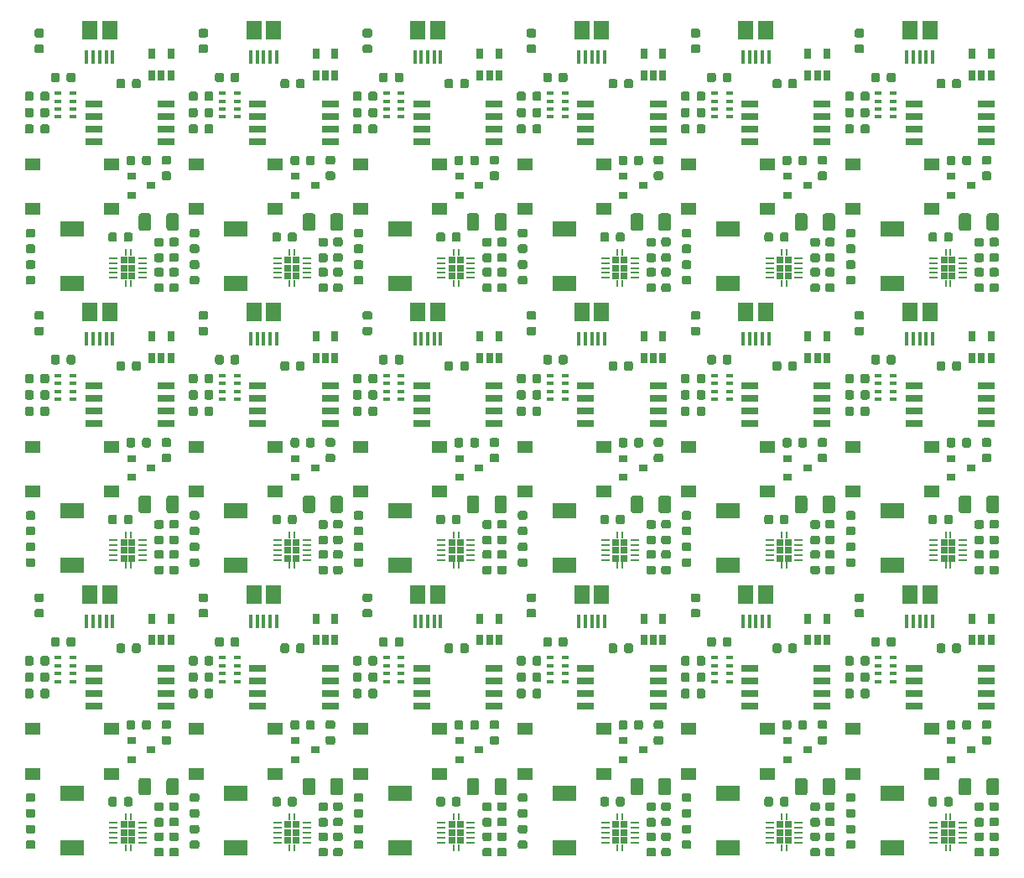
<source format=gbr>
G04 #@! TF.GenerationSoftware,KiCad,Pcbnew,(5.1.2)-2*
G04 #@! TF.CreationDate,2019-08-12T20:21:22-04:00*
G04 #@! TF.ProjectId,v2_panelized,76325f70-616e-4656-9c69-7a65642e6b69,rev?*
G04 #@! TF.SameCoordinates,Original*
G04 #@! TF.FileFunction,Paste,Top*
G04 #@! TF.FilePolarity,Positive*
%FSLAX46Y46*%
G04 Gerber Fmt 4.6, Leading zero omitted, Abs format (unit mm)*
G04 Created by KiCad (PCBNEW (5.1.2)-2) date 2019-08-12 20:21:22*
%MOMM*%
%LPD*%
G04 APERTURE LIST*
%ADD10C,0.100000*%
%ADD11C,1.250000*%
%ADD12R,1.550000X1.300000*%
%ADD13R,1.500000X1.900000*%
%ADD14R,0.400000X1.350000*%
%ADD15R,0.850000X0.280000*%
%ADD16R,0.640000X0.640000*%
%ADD17R,0.280000X0.700000*%
%ADD18R,1.700000X0.650000*%
%ADD19R,0.650000X1.060000*%
%ADD20R,0.760000X0.430000*%
%ADD21C,0.875000*%
%ADD22R,0.900000X0.800000*%
%ADD23R,2.400000X1.500000*%
G04 APERTURE END LIST*
D10*
G36*
X232046514Y-20562208D02*
G01*
X232070783Y-20565808D01*
X232094581Y-20571769D01*
X232117681Y-20580034D01*
X232139859Y-20590524D01*
X232160903Y-20603137D01*
X232180608Y-20617751D01*
X232198787Y-20634227D01*
X232215263Y-20652406D01*
X232229877Y-20672111D01*
X232242490Y-20693155D01*
X232252980Y-20715333D01*
X232261245Y-20738433D01*
X232267206Y-20762231D01*
X232270806Y-20786500D01*
X232272010Y-20811004D01*
X232272010Y-22061004D01*
X232270806Y-22085508D01*
X232267206Y-22109777D01*
X232261245Y-22133575D01*
X232252980Y-22156675D01*
X232242490Y-22178853D01*
X232229877Y-22199897D01*
X232215263Y-22219602D01*
X232198787Y-22237781D01*
X232180608Y-22254257D01*
X232160903Y-22268871D01*
X232139859Y-22281484D01*
X232117681Y-22291974D01*
X232094581Y-22300239D01*
X232070783Y-22306200D01*
X232046514Y-22309800D01*
X232022010Y-22311004D01*
X231272010Y-22311004D01*
X231247506Y-22309800D01*
X231223237Y-22306200D01*
X231199439Y-22300239D01*
X231176339Y-22291974D01*
X231154161Y-22281484D01*
X231133117Y-22268871D01*
X231113412Y-22254257D01*
X231095233Y-22237781D01*
X231078757Y-22219602D01*
X231064143Y-22199897D01*
X231051530Y-22178853D01*
X231041040Y-22156675D01*
X231032775Y-22133575D01*
X231026814Y-22109777D01*
X231023214Y-22085508D01*
X231022010Y-22061004D01*
X231022010Y-20811004D01*
X231023214Y-20786500D01*
X231026814Y-20762231D01*
X231032775Y-20738433D01*
X231041040Y-20715333D01*
X231051530Y-20693155D01*
X231064143Y-20672111D01*
X231078757Y-20652406D01*
X231095233Y-20634227D01*
X231113412Y-20617751D01*
X231133117Y-20603137D01*
X231154161Y-20590524D01*
X231176339Y-20580034D01*
X231199439Y-20571769D01*
X231223237Y-20565808D01*
X231247506Y-20562208D01*
X231272010Y-20561004D01*
X232022010Y-20561004D01*
X232046514Y-20562208D01*
X232046514Y-20562208D01*
G37*
D11*
X231647010Y-21436004D03*
D10*
G36*
X229246514Y-20562208D02*
G01*
X229270783Y-20565808D01*
X229294581Y-20571769D01*
X229317681Y-20580034D01*
X229339859Y-20590524D01*
X229360903Y-20603137D01*
X229380608Y-20617751D01*
X229398787Y-20634227D01*
X229415263Y-20652406D01*
X229429877Y-20672111D01*
X229442490Y-20693155D01*
X229452980Y-20715333D01*
X229461245Y-20738433D01*
X229467206Y-20762231D01*
X229470806Y-20786500D01*
X229472010Y-20811004D01*
X229472010Y-22061004D01*
X229470806Y-22085508D01*
X229467206Y-22109777D01*
X229461245Y-22133575D01*
X229452980Y-22156675D01*
X229442490Y-22178853D01*
X229429877Y-22199897D01*
X229415263Y-22219602D01*
X229398787Y-22237781D01*
X229380608Y-22254257D01*
X229360903Y-22268871D01*
X229339859Y-22281484D01*
X229317681Y-22291974D01*
X229294581Y-22300239D01*
X229270783Y-22306200D01*
X229246514Y-22309800D01*
X229222010Y-22311004D01*
X228472010Y-22311004D01*
X228447506Y-22309800D01*
X228423237Y-22306200D01*
X228399439Y-22300239D01*
X228376339Y-22291974D01*
X228354161Y-22281484D01*
X228333117Y-22268871D01*
X228313412Y-22254257D01*
X228295233Y-22237781D01*
X228278757Y-22219602D01*
X228264143Y-22199897D01*
X228251530Y-22178853D01*
X228241040Y-22156675D01*
X228232775Y-22133575D01*
X228226814Y-22109777D01*
X228223214Y-22085508D01*
X228222010Y-22061004D01*
X228222010Y-20811004D01*
X228223214Y-20786500D01*
X228226814Y-20762231D01*
X228232775Y-20738433D01*
X228241040Y-20715333D01*
X228251530Y-20693155D01*
X228264143Y-20672111D01*
X228278757Y-20652406D01*
X228295233Y-20634227D01*
X228313412Y-20617751D01*
X228333117Y-20603137D01*
X228354161Y-20590524D01*
X228376339Y-20580034D01*
X228399439Y-20571769D01*
X228423237Y-20565808D01*
X228447506Y-20562208D01*
X228472010Y-20561004D01*
X229222010Y-20561004D01*
X229246514Y-20562208D01*
X229246514Y-20562208D01*
G37*
D11*
X228847010Y-21436004D03*
D10*
G36*
X232046514Y7935794D02*
G01*
X232070783Y7932194D01*
X232094581Y7926233D01*
X232117681Y7917968D01*
X232139859Y7907478D01*
X232160903Y7894865D01*
X232180608Y7880251D01*
X232198787Y7863775D01*
X232215263Y7845596D01*
X232229877Y7825891D01*
X232242490Y7804847D01*
X232252980Y7782669D01*
X232261245Y7759569D01*
X232267206Y7735771D01*
X232270806Y7711502D01*
X232272010Y7686998D01*
X232272010Y6436998D01*
X232270806Y6412494D01*
X232267206Y6388225D01*
X232261245Y6364427D01*
X232252980Y6341327D01*
X232242490Y6319149D01*
X232229877Y6298105D01*
X232215263Y6278400D01*
X232198787Y6260221D01*
X232180608Y6243745D01*
X232160903Y6229131D01*
X232139859Y6216518D01*
X232117681Y6206028D01*
X232094581Y6197763D01*
X232070783Y6191802D01*
X232046514Y6188202D01*
X232022010Y6186998D01*
X231272010Y6186998D01*
X231247506Y6188202D01*
X231223237Y6191802D01*
X231199439Y6197763D01*
X231176339Y6206028D01*
X231154161Y6216518D01*
X231133117Y6229131D01*
X231113412Y6243745D01*
X231095233Y6260221D01*
X231078757Y6278400D01*
X231064143Y6298105D01*
X231051530Y6319149D01*
X231041040Y6341327D01*
X231032775Y6364427D01*
X231026814Y6388225D01*
X231023214Y6412494D01*
X231022010Y6436998D01*
X231022010Y7686998D01*
X231023214Y7711502D01*
X231026814Y7735771D01*
X231032775Y7759569D01*
X231041040Y7782669D01*
X231051530Y7804847D01*
X231064143Y7825891D01*
X231078757Y7845596D01*
X231095233Y7863775D01*
X231113412Y7880251D01*
X231133117Y7894865D01*
X231154161Y7907478D01*
X231176339Y7917968D01*
X231199439Y7926233D01*
X231223237Y7932194D01*
X231247506Y7935794D01*
X231272010Y7936998D01*
X232022010Y7936998D01*
X232046514Y7935794D01*
X232046514Y7935794D01*
G37*
D11*
X231647010Y7061998D03*
D10*
G36*
X229246514Y7935794D02*
G01*
X229270783Y7932194D01*
X229294581Y7926233D01*
X229317681Y7917968D01*
X229339859Y7907478D01*
X229360903Y7894865D01*
X229380608Y7880251D01*
X229398787Y7863775D01*
X229415263Y7845596D01*
X229429877Y7825891D01*
X229442490Y7804847D01*
X229452980Y7782669D01*
X229461245Y7759569D01*
X229467206Y7735771D01*
X229470806Y7711502D01*
X229472010Y7686998D01*
X229472010Y6436998D01*
X229470806Y6412494D01*
X229467206Y6388225D01*
X229461245Y6364427D01*
X229452980Y6341327D01*
X229442490Y6319149D01*
X229429877Y6298105D01*
X229415263Y6278400D01*
X229398787Y6260221D01*
X229380608Y6243745D01*
X229360903Y6229131D01*
X229339859Y6216518D01*
X229317681Y6206028D01*
X229294581Y6197763D01*
X229270783Y6191802D01*
X229246514Y6188202D01*
X229222010Y6186998D01*
X228472010Y6186998D01*
X228447506Y6188202D01*
X228423237Y6191802D01*
X228399439Y6197763D01*
X228376339Y6206028D01*
X228354161Y6216518D01*
X228333117Y6229131D01*
X228313412Y6243745D01*
X228295233Y6260221D01*
X228278757Y6278400D01*
X228264143Y6298105D01*
X228251530Y6319149D01*
X228241040Y6341327D01*
X228232775Y6364427D01*
X228226814Y6388225D01*
X228223214Y6412494D01*
X228222010Y6436998D01*
X228222010Y7686998D01*
X228223214Y7711502D01*
X228226814Y7735771D01*
X228232775Y7759569D01*
X228241040Y7782669D01*
X228251530Y7804847D01*
X228264143Y7825891D01*
X228278757Y7845596D01*
X228295233Y7863775D01*
X228313412Y7880251D01*
X228333117Y7894865D01*
X228354161Y7907478D01*
X228376339Y7917968D01*
X228399439Y7926233D01*
X228423237Y7932194D01*
X228447506Y7935794D01*
X228472010Y7936998D01*
X229222010Y7936998D01*
X229246514Y7935794D01*
X229246514Y7935794D01*
G37*
D11*
X228847010Y7061998D03*
D10*
G36*
X232046514Y36433796D02*
G01*
X232070783Y36430196D01*
X232094581Y36424235D01*
X232117681Y36415970D01*
X232139859Y36405480D01*
X232160903Y36392867D01*
X232180608Y36378253D01*
X232198787Y36361777D01*
X232215263Y36343598D01*
X232229877Y36323893D01*
X232242490Y36302849D01*
X232252980Y36280671D01*
X232261245Y36257571D01*
X232267206Y36233773D01*
X232270806Y36209504D01*
X232272010Y36185000D01*
X232272010Y34935000D01*
X232270806Y34910496D01*
X232267206Y34886227D01*
X232261245Y34862429D01*
X232252980Y34839329D01*
X232242490Y34817151D01*
X232229877Y34796107D01*
X232215263Y34776402D01*
X232198787Y34758223D01*
X232180608Y34741747D01*
X232160903Y34727133D01*
X232139859Y34714520D01*
X232117681Y34704030D01*
X232094581Y34695765D01*
X232070783Y34689804D01*
X232046514Y34686204D01*
X232022010Y34685000D01*
X231272010Y34685000D01*
X231247506Y34686204D01*
X231223237Y34689804D01*
X231199439Y34695765D01*
X231176339Y34704030D01*
X231154161Y34714520D01*
X231133117Y34727133D01*
X231113412Y34741747D01*
X231095233Y34758223D01*
X231078757Y34776402D01*
X231064143Y34796107D01*
X231051530Y34817151D01*
X231041040Y34839329D01*
X231032775Y34862429D01*
X231026814Y34886227D01*
X231023214Y34910496D01*
X231022010Y34935000D01*
X231022010Y36185000D01*
X231023214Y36209504D01*
X231026814Y36233773D01*
X231032775Y36257571D01*
X231041040Y36280671D01*
X231051530Y36302849D01*
X231064143Y36323893D01*
X231078757Y36343598D01*
X231095233Y36361777D01*
X231113412Y36378253D01*
X231133117Y36392867D01*
X231154161Y36405480D01*
X231176339Y36415970D01*
X231199439Y36424235D01*
X231223237Y36430196D01*
X231247506Y36433796D01*
X231272010Y36435000D01*
X232022010Y36435000D01*
X232046514Y36433796D01*
X232046514Y36433796D01*
G37*
D11*
X231647010Y35560000D03*
D10*
G36*
X229246514Y36433796D02*
G01*
X229270783Y36430196D01*
X229294581Y36424235D01*
X229317681Y36415970D01*
X229339859Y36405480D01*
X229360903Y36392867D01*
X229380608Y36378253D01*
X229398787Y36361777D01*
X229415263Y36343598D01*
X229429877Y36323893D01*
X229442490Y36302849D01*
X229452980Y36280671D01*
X229461245Y36257571D01*
X229467206Y36233773D01*
X229470806Y36209504D01*
X229472010Y36185000D01*
X229472010Y34935000D01*
X229470806Y34910496D01*
X229467206Y34886227D01*
X229461245Y34862429D01*
X229452980Y34839329D01*
X229442490Y34817151D01*
X229429877Y34796107D01*
X229415263Y34776402D01*
X229398787Y34758223D01*
X229380608Y34741747D01*
X229360903Y34727133D01*
X229339859Y34714520D01*
X229317681Y34704030D01*
X229294581Y34695765D01*
X229270783Y34689804D01*
X229246514Y34686204D01*
X229222010Y34685000D01*
X228472010Y34685000D01*
X228447506Y34686204D01*
X228423237Y34689804D01*
X228399439Y34695765D01*
X228376339Y34704030D01*
X228354161Y34714520D01*
X228333117Y34727133D01*
X228313412Y34741747D01*
X228295233Y34758223D01*
X228278757Y34776402D01*
X228264143Y34796107D01*
X228251530Y34817151D01*
X228241040Y34839329D01*
X228232775Y34862429D01*
X228226814Y34886227D01*
X228223214Y34910496D01*
X228222010Y34935000D01*
X228222010Y36185000D01*
X228223214Y36209504D01*
X228226814Y36233773D01*
X228232775Y36257571D01*
X228241040Y36280671D01*
X228251530Y36302849D01*
X228264143Y36323893D01*
X228278757Y36343598D01*
X228295233Y36361777D01*
X228313412Y36378253D01*
X228333117Y36392867D01*
X228354161Y36405480D01*
X228376339Y36415970D01*
X228399439Y36424235D01*
X228423237Y36430196D01*
X228447506Y36433796D01*
X228472010Y36435000D01*
X229222010Y36435000D01*
X229246514Y36433796D01*
X229246514Y36433796D01*
G37*
D11*
X228847010Y35560000D03*
D10*
G36*
X215486512Y-20562208D02*
G01*
X215510781Y-20565808D01*
X215534579Y-20571769D01*
X215557679Y-20580034D01*
X215579857Y-20590524D01*
X215600901Y-20603137D01*
X215620606Y-20617751D01*
X215638785Y-20634227D01*
X215655261Y-20652406D01*
X215669875Y-20672111D01*
X215682488Y-20693155D01*
X215692978Y-20715333D01*
X215701243Y-20738433D01*
X215707204Y-20762231D01*
X215710804Y-20786500D01*
X215712008Y-20811004D01*
X215712008Y-22061004D01*
X215710804Y-22085508D01*
X215707204Y-22109777D01*
X215701243Y-22133575D01*
X215692978Y-22156675D01*
X215682488Y-22178853D01*
X215669875Y-22199897D01*
X215655261Y-22219602D01*
X215638785Y-22237781D01*
X215620606Y-22254257D01*
X215600901Y-22268871D01*
X215579857Y-22281484D01*
X215557679Y-22291974D01*
X215534579Y-22300239D01*
X215510781Y-22306200D01*
X215486512Y-22309800D01*
X215462008Y-22311004D01*
X214712008Y-22311004D01*
X214687504Y-22309800D01*
X214663235Y-22306200D01*
X214639437Y-22300239D01*
X214616337Y-22291974D01*
X214594159Y-22281484D01*
X214573115Y-22268871D01*
X214553410Y-22254257D01*
X214535231Y-22237781D01*
X214518755Y-22219602D01*
X214504141Y-22199897D01*
X214491528Y-22178853D01*
X214481038Y-22156675D01*
X214472773Y-22133575D01*
X214466812Y-22109777D01*
X214463212Y-22085508D01*
X214462008Y-22061004D01*
X214462008Y-20811004D01*
X214463212Y-20786500D01*
X214466812Y-20762231D01*
X214472773Y-20738433D01*
X214481038Y-20715333D01*
X214491528Y-20693155D01*
X214504141Y-20672111D01*
X214518755Y-20652406D01*
X214535231Y-20634227D01*
X214553410Y-20617751D01*
X214573115Y-20603137D01*
X214594159Y-20590524D01*
X214616337Y-20580034D01*
X214639437Y-20571769D01*
X214663235Y-20565808D01*
X214687504Y-20562208D01*
X214712008Y-20561004D01*
X215462008Y-20561004D01*
X215486512Y-20562208D01*
X215486512Y-20562208D01*
G37*
D11*
X215087008Y-21436004D03*
D10*
G36*
X212686512Y-20562208D02*
G01*
X212710781Y-20565808D01*
X212734579Y-20571769D01*
X212757679Y-20580034D01*
X212779857Y-20590524D01*
X212800901Y-20603137D01*
X212820606Y-20617751D01*
X212838785Y-20634227D01*
X212855261Y-20652406D01*
X212869875Y-20672111D01*
X212882488Y-20693155D01*
X212892978Y-20715333D01*
X212901243Y-20738433D01*
X212907204Y-20762231D01*
X212910804Y-20786500D01*
X212912008Y-20811004D01*
X212912008Y-22061004D01*
X212910804Y-22085508D01*
X212907204Y-22109777D01*
X212901243Y-22133575D01*
X212892978Y-22156675D01*
X212882488Y-22178853D01*
X212869875Y-22199897D01*
X212855261Y-22219602D01*
X212838785Y-22237781D01*
X212820606Y-22254257D01*
X212800901Y-22268871D01*
X212779857Y-22281484D01*
X212757679Y-22291974D01*
X212734579Y-22300239D01*
X212710781Y-22306200D01*
X212686512Y-22309800D01*
X212662008Y-22311004D01*
X211912008Y-22311004D01*
X211887504Y-22309800D01*
X211863235Y-22306200D01*
X211839437Y-22300239D01*
X211816337Y-22291974D01*
X211794159Y-22281484D01*
X211773115Y-22268871D01*
X211753410Y-22254257D01*
X211735231Y-22237781D01*
X211718755Y-22219602D01*
X211704141Y-22199897D01*
X211691528Y-22178853D01*
X211681038Y-22156675D01*
X211672773Y-22133575D01*
X211666812Y-22109777D01*
X211663212Y-22085508D01*
X211662008Y-22061004D01*
X211662008Y-20811004D01*
X211663212Y-20786500D01*
X211666812Y-20762231D01*
X211672773Y-20738433D01*
X211681038Y-20715333D01*
X211691528Y-20693155D01*
X211704141Y-20672111D01*
X211718755Y-20652406D01*
X211735231Y-20634227D01*
X211753410Y-20617751D01*
X211773115Y-20603137D01*
X211794159Y-20590524D01*
X211816337Y-20580034D01*
X211839437Y-20571769D01*
X211863235Y-20565808D01*
X211887504Y-20562208D01*
X211912008Y-20561004D01*
X212662008Y-20561004D01*
X212686512Y-20562208D01*
X212686512Y-20562208D01*
G37*
D11*
X212287008Y-21436004D03*
D10*
G36*
X215486512Y7935794D02*
G01*
X215510781Y7932194D01*
X215534579Y7926233D01*
X215557679Y7917968D01*
X215579857Y7907478D01*
X215600901Y7894865D01*
X215620606Y7880251D01*
X215638785Y7863775D01*
X215655261Y7845596D01*
X215669875Y7825891D01*
X215682488Y7804847D01*
X215692978Y7782669D01*
X215701243Y7759569D01*
X215707204Y7735771D01*
X215710804Y7711502D01*
X215712008Y7686998D01*
X215712008Y6436998D01*
X215710804Y6412494D01*
X215707204Y6388225D01*
X215701243Y6364427D01*
X215692978Y6341327D01*
X215682488Y6319149D01*
X215669875Y6298105D01*
X215655261Y6278400D01*
X215638785Y6260221D01*
X215620606Y6243745D01*
X215600901Y6229131D01*
X215579857Y6216518D01*
X215557679Y6206028D01*
X215534579Y6197763D01*
X215510781Y6191802D01*
X215486512Y6188202D01*
X215462008Y6186998D01*
X214712008Y6186998D01*
X214687504Y6188202D01*
X214663235Y6191802D01*
X214639437Y6197763D01*
X214616337Y6206028D01*
X214594159Y6216518D01*
X214573115Y6229131D01*
X214553410Y6243745D01*
X214535231Y6260221D01*
X214518755Y6278400D01*
X214504141Y6298105D01*
X214491528Y6319149D01*
X214481038Y6341327D01*
X214472773Y6364427D01*
X214466812Y6388225D01*
X214463212Y6412494D01*
X214462008Y6436998D01*
X214462008Y7686998D01*
X214463212Y7711502D01*
X214466812Y7735771D01*
X214472773Y7759569D01*
X214481038Y7782669D01*
X214491528Y7804847D01*
X214504141Y7825891D01*
X214518755Y7845596D01*
X214535231Y7863775D01*
X214553410Y7880251D01*
X214573115Y7894865D01*
X214594159Y7907478D01*
X214616337Y7917968D01*
X214639437Y7926233D01*
X214663235Y7932194D01*
X214687504Y7935794D01*
X214712008Y7936998D01*
X215462008Y7936998D01*
X215486512Y7935794D01*
X215486512Y7935794D01*
G37*
D11*
X215087008Y7061998D03*
D10*
G36*
X212686512Y7935794D02*
G01*
X212710781Y7932194D01*
X212734579Y7926233D01*
X212757679Y7917968D01*
X212779857Y7907478D01*
X212800901Y7894865D01*
X212820606Y7880251D01*
X212838785Y7863775D01*
X212855261Y7845596D01*
X212869875Y7825891D01*
X212882488Y7804847D01*
X212892978Y7782669D01*
X212901243Y7759569D01*
X212907204Y7735771D01*
X212910804Y7711502D01*
X212912008Y7686998D01*
X212912008Y6436998D01*
X212910804Y6412494D01*
X212907204Y6388225D01*
X212901243Y6364427D01*
X212892978Y6341327D01*
X212882488Y6319149D01*
X212869875Y6298105D01*
X212855261Y6278400D01*
X212838785Y6260221D01*
X212820606Y6243745D01*
X212800901Y6229131D01*
X212779857Y6216518D01*
X212757679Y6206028D01*
X212734579Y6197763D01*
X212710781Y6191802D01*
X212686512Y6188202D01*
X212662008Y6186998D01*
X211912008Y6186998D01*
X211887504Y6188202D01*
X211863235Y6191802D01*
X211839437Y6197763D01*
X211816337Y6206028D01*
X211794159Y6216518D01*
X211773115Y6229131D01*
X211753410Y6243745D01*
X211735231Y6260221D01*
X211718755Y6278400D01*
X211704141Y6298105D01*
X211691528Y6319149D01*
X211681038Y6341327D01*
X211672773Y6364427D01*
X211666812Y6388225D01*
X211663212Y6412494D01*
X211662008Y6436998D01*
X211662008Y7686998D01*
X211663212Y7711502D01*
X211666812Y7735771D01*
X211672773Y7759569D01*
X211681038Y7782669D01*
X211691528Y7804847D01*
X211704141Y7825891D01*
X211718755Y7845596D01*
X211735231Y7863775D01*
X211753410Y7880251D01*
X211773115Y7894865D01*
X211794159Y7907478D01*
X211816337Y7917968D01*
X211839437Y7926233D01*
X211863235Y7932194D01*
X211887504Y7935794D01*
X211912008Y7936998D01*
X212662008Y7936998D01*
X212686512Y7935794D01*
X212686512Y7935794D01*
G37*
D11*
X212287008Y7061998D03*
D10*
G36*
X215486512Y36433796D02*
G01*
X215510781Y36430196D01*
X215534579Y36424235D01*
X215557679Y36415970D01*
X215579857Y36405480D01*
X215600901Y36392867D01*
X215620606Y36378253D01*
X215638785Y36361777D01*
X215655261Y36343598D01*
X215669875Y36323893D01*
X215682488Y36302849D01*
X215692978Y36280671D01*
X215701243Y36257571D01*
X215707204Y36233773D01*
X215710804Y36209504D01*
X215712008Y36185000D01*
X215712008Y34935000D01*
X215710804Y34910496D01*
X215707204Y34886227D01*
X215701243Y34862429D01*
X215692978Y34839329D01*
X215682488Y34817151D01*
X215669875Y34796107D01*
X215655261Y34776402D01*
X215638785Y34758223D01*
X215620606Y34741747D01*
X215600901Y34727133D01*
X215579857Y34714520D01*
X215557679Y34704030D01*
X215534579Y34695765D01*
X215510781Y34689804D01*
X215486512Y34686204D01*
X215462008Y34685000D01*
X214712008Y34685000D01*
X214687504Y34686204D01*
X214663235Y34689804D01*
X214639437Y34695765D01*
X214616337Y34704030D01*
X214594159Y34714520D01*
X214573115Y34727133D01*
X214553410Y34741747D01*
X214535231Y34758223D01*
X214518755Y34776402D01*
X214504141Y34796107D01*
X214491528Y34817151D01*
X214481038Y34839329D01*
X214472773Y34862429D01*
X214466812Y34886227D01*
X214463212Y34910496D01*
X214462008Y34935000D01*
X214462008Y36185000D01*
X214463212Y36209504D01*
X214466812Y36233773D01*
X214472773Y36257571D01*
X214481038Y36280671D01*
X214491528Y36302849D01*
X214504141Y36323893D01*
X214518755Y36343598D01*
X214535231Y36361777D01*
X214553410Y36378253D01*
X214573115Y36392867D01*
X214594159Y36405480D01*
X214616337Y36415970D01*
X214639437Y36424235D01*
X214663235Y36430196D01*
X214687504Y36433796D01*
X214712008Y36435000D01*
X215462008Y36435000D01*
X215486512Y36433796D01*
X215486512Y36433796D01*
G37*
D11*
X215087008Y35560000D03*
D10*
G36*
X212686512Y36433796D02*
G01*
X212710781Y36430196D01*
X212734579Y36424235D01*
X212757679Y36415970D01*
X212779857Y36405480D01*
X212800901Y36392867D01*
X212820606Y36378253D01*
X212838785Y36361777D01*
X212855261Y36343598D01*
X212869875Y36323893D01*
X212882488Y36302849D01*
X212892978Y36280671D01*
X212901243Y36257571D01*
X212907204Y36233773D01*
X212910804Y36209504D01*
X212912008Y36185000D01*
X212912008Y34935000D01*
X212910804Y34910496D01*
X212907204Y34886227D01*
X212901243Y34862429D01*
X212892978Y34839329D01*
X212882488Y34817151D01*
X212869875Y34796107D01*
X212855261Y34776402D01*
X212838785Y34758223D01*
X212820606Y34741747D01*
X212800901Y34727133D01*
X212779857Y34714520D01*
X212757679Y34704030D01*
X212734579Y34695765D01*
X212710781Y34689804D01*
X212686512Y34686204D01*
X212662008Y34685000D01*
X211912008Y34685000D01*
X211887504Y34686204D01*
X211863235Y34689804D01*
X211839437Y34695765D01*
X211816337Y34704030D01*
X211794159Y34714520D01*
X211773115Y34727133D01*
X211753410Y34741747D01*
X211735231Y34758223D01*
X211718755Y34776402D01*
X211704141Y34796107D01*
X211691528Y34817151D01*
X211681038Y34839329D01*
X211672773Y34862429D01*
X211666812Y34886227D01*
X211663212Y34910496D01*
X211662008Y34935000D01*
X211662008Y36185000D01*
X211663212Y36209504D01*
X211666812Y36233773D01*
X211672773Y36257571D01*
X211681038Y36280671D01*
X211691528Y36302849D01*
X211704141Y36323893D01*
X211718755Y36343598D01*
X211735231Y36361777D01*
X211753410Y36378253D01*
X211773115Y36392867D01*
X211794159Y36405480D01*
X211816337Y36415970D01*
X211839437Y36424235D01*
X211863235Y36430196D01*
X211887504Y36433796D01*
X211912008Y36435000D01*
X212662008Y36435000D01*
X212686512Y36433796D01*
X212686512Y36433796D01*
G37*
D11*
X212287008Y35560000D03*
D10*
G36*
X198926510Y-20562208D02*
G01*
X198950779Y-20565808D01*
X198974577Y-20571769D01*
X198997677Y-20580034D01*
X199019855Y-20590524D01*
X199040899Y-20603137D01*
X199060604Y-20617751D01*
X199078783Y-20634227D01*
X199095259Y-20652406D01*
X199109873Y-20672111D01*
X199122486Y-20693155D01*
X199132976Y-20715333D01*
X199141241Y-20738433D01*
X199147202Y-20762231D01*
X199150802Y-20786500D01*
X199152006Y-20811004D01*
X199152006Y-22061004D01*
X199150802Y-22085508D01*
X199147202Y-22109777D01*
X199141241Y-22133575D01*
X199132976Y-22156675D01*
X199122486Y-22178853D01*
X199109873Y-22199897D01*
X199095259Y-22219602D01*
X199078783Y-22237781D01*
X199060604Y-22254257D01*
X199040899Y-22268871D01*
X199019855Y-22281484D01*
X198997677Y-22291974D01*
X198974577Y-22300239D01*
X198950779Y-22306200D01*
X198926510Y-22309800D01*
X198902006Y-22311004D01*
X198152006Y-22311004D01*
X198127502Y-22309800D01*
X198103233Y-22306200D01*
X198079435Y-22300239D01*
X198056335Y-22291974D01*
X198034157Y-22281484D01*
X198013113Y-22268871D01*
X197993408Y-22254257D01*
X197975229Y-22237781D01*
X197958753Y-22219602D01*
X197944139Y-22199897D01*
X197931526Y-22178853D01*
X197921036Y-22156675D01*
X197912771Y-22133575D01*
X197906810Y-22109777D01*
X197903210Y-22085508D01*
X197902006Y-22061004D01*
X197902006Y-20811004D01*
X197903210Y-20786500D01*
X197906810Y-20762231D01*
X197912771Y-20738433D01*
X197921036Y-20715333D01*
X197931526Y-20693155D01*
X197944139Y-20672111D01*
X197958753Y-20652406D01*
X197975229Y-20634227D01*
X197993408Y-20617751D01*
X198013113Y-20603137D01*
X198034157Y-20590524D01*
X198056335Y-20580034D01*
X198079435Y-20571769D01*
X198103233Y-20565808D01*
X198127502Y-20562208D01*
X198152006Y-20561004D01*
X198902006Y-20561004D01*
X198926510Y-20562208D01*
X198926510Y-20562208D01*
G37*
D11*
X198527006Y-21436004D03*
D10*
G36*
X196126510Y-20562208D02*
G01*
X196150779Y-20565808D01*
X196174577Y-20571769D01*
X196197677Y-20580034D01*
X196219855Y-20590524D01*
X196240899Y-20603137D01*
X196260604Y-20617751D01*
X196278783Y-20634227D01*
X196295259Y-20652406D01*
X196309873Y-20672111D01*
X196322486Y-20693155D01*
X196332976Y-20715333D01*
X196341241Y-20738433D01*
X196347202Y-20762231D01*
X196350802Y-20786500D01*
X196352006Y-20811004D01*
X196352006Y-22061004D01*
X196350802Y-22085508D01*
X196347202Y-22109777D01*
X196341241Y-22133575D01*
X196332976Y-22156675D01*
X196322486Y-22178853D01*
X196309873Y-22199897D01*
X196295259Y-22219602D01*
X196278783Y-22237781D01*
X196260604Y-22254257D01*
X196240899Y-22268871D01*
X196219855Y-22281484D01*
X196197677Y-22291974D01*
X196174577Y-22300239D01*
X196150779Y-22306200D01*
X196126510Y-22309800D01*
X196102006Y-22311004D01*
X195352006Y-22311004D01*
X195327502Y-22309800D01*
X195303233Y-22306200D01*
X195279435Y-22300239D01*
X195256335Y-22291974D01*
X195234157Y-22281484D01*
X195213113Y-22268871D01*
X195193408Y-22254257D01*
X195175229Y-22237781D01*
X195158753Y-22219602D01*
X195144139Y-22199897D01*
X195131526Y-22178853D01*
X195121036Y-22156675D01*
X195112771Y-22133575D01*
X195106810Y-22109777D01*
X195103210Y-22085508D01*
X195102006Y-22061004D01*
X195102006Y-20811004D01*
X195103210Y-20786500D01*
X195106810Y-20762231D01*
X195112771Y-20738433D01*
X195121036Y-20715333D01*
X195131526Y-20693155D01*
X195144139Y-20672111D01*
X195158753Y-20652406D01*
X195175229Y-20634227D01*
X195193408Y-20617751D01*
X195213113Y-20603137D01*
X195234157Y-20590524D01*
X195256335Y-20580034D01*
X195279435Y-20571769D01*
X195303233Y-20565808D01*
X195327502Y-20562208D01*
X195352006Y-20561004D01*
X196102006Y-20561004D01*
X196126510Y-20562208D01*
X196126510Y-20562208D01*
G37*
D11*
X195727006Y-21436004D03*
D10*
G36*
X198926510Y7935794D02*
G01*
X198950779Y7932194D01*
X198974577Y7926233D01*
X198997677Y7917968D01*
X199019855Y7907478D01*
X199040899Y7894865D01*
X199060604Y7880251D01*
X199078783Y7863775D01*
X199095259Y7845596D01*
X199109873Y7825891D01*
X199122486Y7804847D01*
X199132976Y7782669D01*
X199141241Y7759569D01*
X199147202Y7735771D01*
X199150802Y7711502D01*
X199152006Y7686998D01*
X199152006Y6436998D01*
X199150802Y6412494D01*
X199147202Y6388225D01*
X199141241Y6364427D01*
X199132976Y6341327D01*
X199122486Y6319149D01*
X199109873Y6298105D01*
X199095259Y6278400D01*
X199078783Y6260221D01*
X199060604Y6243745D01*
X199040899Y6229131D01*
X199019855Y6216518D01*
X198997677Y6206028D01*
X198974577Y6197763D01*
X198950779Y6191802D01*
X198926510Y6188202D01*
X198902006Y6186998D01*
X198152006Y6186998D01*
X198127502Y6188202D01*
X198103233Y6191802D01*
X198079435Y6197763D01*
X198056335Y6206028D01*
X198034157Y6216518D01*
X198013113Y6229131D01*
X197993408Y6243745D01*
X197975229Y6260221D01*
X197958753Y6278400D01*
X197944139Y6298105D01*
X197931526Y6319149D01*
X197921036Y6341327D01*
X197912771Y6364427D01*
X197906810Y6388225D01*
X197903210Y6412494D01*
X197902006Y6436998D01*
X197902006Y7686998D01*
X197903210Y7711502D01*
X197906810Y7735771D01*
X197912771Y7759569D01*
X197921036Y7782669D01*
X197931526Y7804847D01*
X197944139Y7825891D01*
X197958753Y7845596D01*
X197975229Y7863775D01*
X197993408Y7880251D01*
X198013113Y7894865D01*
X198034157Y7907478D01*
X198056335Y7917968D01*
X198079435Y7926233D01*
X198103233Y7932194D01*
X198127502Y7935794D01*
X198152006Y7936998D01*
X198902006Y7936998D01*
X198926510Y7935794D01*
X198926510Y7935794D01*
G37*
D11*
X198527006Y7061998D03*
D10*
G36*
X196126510Y7935794D02*
G01*
X196150779Y7932194D01*
X196174577Y7926233D01*
X196197677Y7917968D01*
X196219855Y7907478D01*
X196240899Y7894865D01*
X196260604Y7880251D01*
X196278783Y7863775D01*
X196295259Y7845596D01*
X196309873Y7825891D01*
X196322486Y7804847D01*
X196332976Y7782669D01*
X196341241Y7759569D01*
X196347202Y7735771D01*
X196350802Y7711502D01*
X196352006Y7686998D01*
X196352006Y6436998D01*
X196350802Y6412494D01*
X196347202Y6388225D01*
X196341241Y6364427D01*
X196332976Y6341327D01*
X196322486Y6319149D01*
X196309873Y6298105D01*
X196295259Y6278400D01*
X196278783Y6260221D01*
X196260604Y6243745D01*
X196240899Y6229131D01*
X196219855Y6216518D01*
X196197677Y6206028D01*
X196174577Y6197763D01*
X196150779Y6191802D01*
X196126510Y6188202D01*
X196102006Y6186998D01*
X195352006Y6186998D01*
X195327502Y6188202D01*
X195303233Y6191802D01*
X195279435Y6197763D01*
X195256335Y6206028D01*
X195234157Y6216518D01*
X195213113Y6229131D01*
X195193408Y6243745D01*
X195175229Y6260221D01*
X195158753Y6278400D01*
X195144139Y6298105D01*
X195131526Y6319149D01*
X195121036Y6341327D01*
X195112771Y6364427D01*
X195106810Y6388225D01*
X195103210Y6412494D01*
X195102006Y6436998D01*
X195102006Y7686998D01*
X195103210Y7711502D01*
X195106810Y7735771D01*
X195112771Y7759569D01*
X195121036Y7782669D01*
X195131526Y7804847D01*
X195144139Y7825891D01*
X195158753Y7845596D01*
X195175229Y7863775D01*
X195193408Y7880251D01*
X195213113Y7894865D01*
X195234157Y7907478D01*
X195256335Y7917968D01*
X195279435Y7926233D01*
X195303233Y7932194D01*
X195327502Y7935794D01*
X195352006Y7936998D01*
X196102006Y7936998D01*
X196126510Y7935794D01*
X196126510Y7935794D01*
G37*
D11*
X195727006Y7061998D03*
D10*
G36*
X198926510Y36433796D02*
G01*
X198950779Y36430196D01*
X198974577Y36424235D01*
X198997677Y36415970D01*
X199019855Y36405480D01*
X199040899Y36392867D01*
X199060604Y36378253D01*
X199078783Y36361777D01*
X199095259Y36343598D01*
X199109873Y36323893D01*
X199122486Y36302849D01*
X199132976Y36280671D01*
X199141241Y36257571D01*
X199147202Y36233773D01*
X199150802Y36209504D01*
X199152006Y36185000D01*
X199152006Y34935000D01*
X199150802Y34910496D01*
X199147202Y34886227D01*
X199141241Y34862429D01*
X199132976Y34839329D01*
X199122486Y34817151D01*
X199109873Y34796107D01*
X199095259Y34776402D01*
X199078783Y34758223D01*
X199060604Y34741747D01*
X199040899Y34727133D01*
X199019855Y34714520D01*
X198997677Y34704030D01*
X198974577Y34695765D01*
X198950779Y34689804D01*
X198926510Y34686204D01*
X198902006Y34685000D01*
X198152006Y34685000D01*
X198127502Y34686204D01*
X198103233Y34689804D01*
X198079435Y34695765D01*
X198056335Y34704030D01*
X198034157Y34714520D01*
X198013113Y34727133D01*
X197993408Y34741747D01*
X197975229Y34758223D01*
X197958753Y34776402D01*
X197944139Y34796107D01*
X197931526Y34817151D01*
X197921036Y34839329D01*
X197912771Y34862429D01*
X197906810Y34886227D01*
X197903210Y34910496D01*
X197902006Y34935000D01*
X197902006Y36185000D01*
X197903210Y36209504D01*
X197906810Y36233773D01*
X197912771Y36257571D01*
X197921036Y36280671D01*
X197931526Y36302849D01*
X197944139Y36323893D01*
X197958753Y36343598D01*
X197975229Y36361777D01*
X197993408Y36378253D01*
X198013113Y36392867D01*
X198034157Y36405480D01*
X198056335Y36415970D01*
X198079435Y36424235D01*
X198103233Y36430196D01*
X198127502Y36433796D01*
X198152006Y36435000D01*
X198902006Y36435000D01*
X198926510Y36433796D01*
X198926510Y36433796D01*
G37*
D11*
X198527006Y35560000D03*
D10*
G36*
X196126510Y36433796D02*
G01*
X196150779Y36430196D01*
X196174577Y36424235D01*
X196197677Y36415970D01*
X196219855Y36405480D01*
X196240899Y36392867D01*
X196260604Y36378253D01*
X196278783Y36361777D01*
X196295259Y36343598D01*
X196309873Y36323893D01*
X196322486Y36302849D01*
X196332976Y36280671D01*
X196341241Y36257571D01*
X196347202Y36233773D01*
X196350802Y36209504D01*
X196352006Y36185000D01*
X196352006Y34935000D01*
X196350802Y34910496D01*
X196347202Y34886227D01*
X196341241Y34862429D01*
X196332976Y34839329D01*
X196322486Y34817151D01*
X196309873Y34796107D01*
X196295259Y34776402D01*
X196278783Y34758223D01*
X196260604Y34741747D01*
X196240899Y34727133D01*
X196219855Y34714520D01*
X196197677Y34704030D01*
X196174577Y34695765D01*
X196150779Y34689804D01*
X196126510Y34686204D01*
X196102006Y34685000D01*
X195352006Y34685000D01*
X195327502Y34686204D01*
X195303233Y34689804D01*
X195279435Y34695765D01*
X195256335Y34704030D01*
X195234157Y34714520D01*
X195213113Y34727133D01*
X195193408Y34741747D01*
X195175229Y34758223D01*
X195158753Y34776402D01*
X195144139Y34796107D01*
X195131526Y34817151D01*
X195121036Y34839329D01*
X195112771Y34862429D01*
X195106810Y34886227D01*
X195103210Y34910496D01*
X195102006Y34935000D01*
X195102006Y36185000D01*
X195103210Y36209504D01*
X195106810Y36233773D01*
X195112771Y36257571D01*
X195121036Y36280671D01*
X195131526Y36302849D01*
X195144139Y36323893D01*
X195158753Y36343598D01*
X195175229Y36361777D01*
X195193408Y36378253D01*
X195213113Y36392867D01*
X195234157Y36405480D01*
X195256335Y36415970D01*
X195279435Y36424235D01*
X195303233Y36430196D01*
X195327502Y36433796D01*
X195352006Y36435000D01*
X196102006Y36435000D01*
X196126510Y36433796D01*
X196126510Y36433796D01*
G37*
D11*
X195727006Y35560000D03*
D10*
G36*
X182366508Y-20562208D02*
G01*
X182390777Y-20565808D01*
X182414575Y-20571769D01*
X182437675Y-20580034D01*
X182459853Y-20590524D01*
X182480897Y-20603137D01*
X182500602Y-20617751D01*
X182518781Y-20634227D01*
X182535257Y-20652406D01*
X182549871Y-20672111D01*
X182562484Y-20693155D01*
X182572974Y-20715333D01*
X182581239Y-20738433D01*
X182587200Y-20762231D01*
X182590800Y-20786500D01*
X182592004Y-20811004D01*
X182592004Y-22061004D01*
X182590800Y-22085508D01*
X182587200Y-22109777D01*
X182581239Y-22133575D01*
X182572974Y-22156675D01*
X182562484Y-22178853D01*
X182549871Y-22199897D01*
X182535257Y-22219602D01*
X182518781Y-22237781D01*
X182500602Y-22254257D01*
X182480897Y-22268871D01*
X182459853Y-22281484D01*
X182437675Y-22291974D01*
X182414575Y-22300239D01*
X182390777Y-22306200D01*
X182366508Y-22309800D01*
X182342004Y-22311004D01*
X181592004Y-22311004D01*
X181567500Y-22309800D01*
X181543231Y-22306200D01*
X181519433Y-22300239D01*
X181496333Y-22291974D01*
X181474155Y-22281484D01*
X181453111Y-22268871D01*
X181433406Y-22254257D01*
X181415227Y-22237781D01*
X181398751Y-22219602D01*
X181384137Y-22199897D01*
X181371524Y-22178853D01*
X181361034Y-22156675D01*
X181352769Y-22133575D01*
X181346808Y-22109777D01*
X181343208Y-22085508D01*
X181342004Y-22061004D01*
X181342004Y-20811004D01*
X181343208Y-20786500D01*
X181346808Y-20762231D01*
X181352769Y-20738433D01*
X181361034Y-20715333D01*
X181371524Y-20693155D01*
X181384137Y-20672111D01*
X181398751Y-20652406D01*
X181415227Y-20634227D01*
X181433406Y-20617751D01*
X181453111Y-20603137D01*
X181474155Y-20590524D01*
X181496333Y-20580034D01*
X181519433Y-20571769D01*
X181543231Y-20565808D01*
X181567500Y-20562208D01*
X181592004Y-20561004D01*
X182342004Y-20561004D01*
X182366508Y-20562208D01*
X182366508Y-20562208D01*
G37*
D11*
X181967004Y-21436004D03*
D10*
G36*
X179566508Y-20562208D02*
G01*
X179590777Y-20565808D01*
X179614575Y-20571769D01*
X179637675Y-20580034D01*
X179659853Y-20590524D01*
X179680897Y-20603137D01*
X179700602Y-20617751D01*
X179718781Y-20634227D01*
X179735257Y-20652406D01*
X179749871Y-20672111D01*
X179762484Y-20693155D01*
X179772974Y-20715333D01*
X179781239Y-20738433D01*
X179787200Y-20762231D01*
X179790800Y-20786500D01*
X179792004Y-20811004D01*
X179792004Y-22061004D01*
X179790800Y-22085508D01*
X179787200Y-22109777D01*
X179781239Y-22133575D01*
X179772974Y-22156675D01*
X179762484Y-22178853D01*
X179749871Y-22199897D01*
X179735257Y-22219602D01*
X179718781Y-22237781D01*
X179700602Y-22254257D01*
X179680897Y-22268871D01*
X179659853Y-22281484D01*
X179637675Y-22291974D01*
X179614575Y-22300239D01*
X179590777Y-22306200D01*
X179566508Y-22309800D01*
X179542004Y-22311004D01*
X178792004Y-22311004D01*
X178767500Y-22309800D01*
X178743231Y-22306200D01*
X178719433Y-22300239D01*
X178696333Y-22291974D01*
X178674155Y-22281484D01*
X178653111Y-22268871D01*
X178633406Y-22254257D01*
X178615227Y-22237781D01*
X178598751Y-22219602D01*
X178584137Y-22199897D01*
X178571524Y-22178853D01*
X178561034Y-22156675D01*
X178552769Y-22133575D01*
X178546808Y-22109777D01*
X178543208Y-22085508D01*
X178542004Y-22061004D01*
X178542004Y-20811004D01*
X178543208Y-20786500D01*
X178546808Y-20762231D01*
X178552769Y-20738433D01*
X178561034Y-20715333D01*
X178571524Y-20693155D01*
X178584137Y-20672111D01*
X178598751Y-20652406D01*
X178615227Y-20634227D01*
X178633406Y-20617751D01*
X178653111Y-20603137D01*
X178674155Y-20590524D01*
X178696333Y-20580034D01*
X178719433Y-20571769D01*
X178743231Y-20565808D01*
X178767500Y-20562208D01*
X178792004Y-20561004D01*
X179542004Y-20561004D01*
X179566508Y-20562208D01*
X179566508Y-20562208D01*
G37*
D11*
X179167004Y-21436004D03*
D10*
G36*
X182366508Y7935794D02*
G01*
X182390777Y7932194D01*
X182414575Y7926233D01*
X182437675Y7917968D01*
X182459853Y7907478D01*
X182480897Y7894865D01*
X182500602Y7880251D01*
X182518781Y7863775D01*
X182535257Y7845596D01*
X182549871Y7825891D01*
X182562484Y7804847D01*
X182572974Y7782669D01*
X182581239Y7759569D01*
X182587200Y7735771D01*
X182590800Y7711502D01*
X182592004Y7686998D01*
X182592004Y6436998D01*
X182590800Y6412494D01*
X182587200Y6388225D01*
X182581239Y6364427D01*
X182572974Y6341327D01*
X182562484Y6319149D01*
X182549871Y6298105D01*
X182535257Y6278400D01*
X182518781Y6260221D01*
X182500602Y6243745D01*
X182480897Y6229131D01*
X182459853Y6216518D01*
X182437675Y6206028D01*
X182414575Y6197763D01*
X182390777Y6191802D01*
X182366508Y6188202D01*
X182342004Y6186998D01*
X181592004Y6186998D01*
X181567500Y6188202D01*
X181543231Y6191802D01*
X181519433Y6197763D01*
X181496333Y6206028D01*
X181474155Y6216518D01*
X181453111Y6229131D01*
X181433406Y6243745D01*
X181415227Y6260221D01*
X181398751Y6278400D01*
X181384137Y6298105D01*
X181371524Y6319149D01*
X181361034Y6341327D01*
X181352769Y6364427D01*
X181346808Y6388225D01*
X181343208Y6412494D01*
X181342004Y6436998D01*
X181342004Y7686998D01*
X181343208Y7711502D01*
X181346808Y7735771D01*
X181352769Y7759569D01*
X181361034Y7782669D01*
X181371524Y7804847D01*
X181384137Y7825891D01*
X181398751Y7845596D01*
X181415227Y7863775D01*
X181433406Y7880251D01*
X181453111Y7894865D01*
X181474155Y7907478D01*
X181496333Y7917968D01*
X181519433Y7926233D01*
X181543231Y7932194D01*
X181567500Y7935794D01*
X181592004Y7936998D01*
X182342004Y7936998D01*
X182366508Y7935794D01*
X182366508Y7935794D01*
G37*
D11*
X181967004Y7061998D03*
D10*
G36*
X179566508Y7935794D02*
G01*
X179590777Y7932194D01*
X179614575Y7926233D01*
X179637675Y7917968D01*
X179659853Y7907478D01*
X179680897Y7894865D01*
X179700602Y7880251D01*
X179718781Y7863775D01*
X179735257Y7845596D01*
X179749871Y7825891D01*
X179762484Y7804847D01*
X179772974Y7782669D01*
X179781239Y7759569D01*
X179787200Y7735771D01*
X179790800Y7711502D01*
X179792004Y7686998D01*
X179792004Y6436998D01*
X179790800Y6412494D01*
X179787200Y6388225D01*
X179781239Y6364427D01*
X179772974Y6341327D01*
X179762484Y6319149D01*
X179749871Y6298105D01*
X179735257Y6278400D01*
X179718781Y6260221D01*
X179700602Y6243745D01*
X179680897Y6229131D01*
X179659853Y6216518D01*
X179637675Y6206028D01*
X179614575Y6197763D01*
X179590777Y6191802D01*
X179566508Y6188202D01*
X179542004Y6186998D01*
X178792004Y6186998D01*
X178767500Y6188202D01*
X178743231Y6191802D01*
X178719433Y6197763D01*
X178696333Y6206028D01*
X178674155Y6216518D01*
X178653111Y6229131D01*
X178633406Y6243745D01*
X178615227Y6260221D01*
X178598751Y6278400D01*
X178584137Y6298105D01*
X178571524Y6319149D01*
X178561034Y6341327D01*
X178552769Y6364427D01*
X178546808Y6388225D01*
X178543208Y6412494D01*
X178542004Y6436998D01*
X178542004Y7686998D01*
X178543208Y7711502D01*
X178546808Y7735771D01*
X178552769Y7759569D01*
X178561034Y7782669D01*
X178571524Y7804847D01*
X178584137Y7825891D01*
X178598751Y7845596D01*
X178615227Y7863775D01*
X178633406Y7880251D01*
X178653111Y7894865D01*
X178674155Y7907478D01*
X178696333Y7917968D01*
X178719433Y7926233D01*
X178743231Y7932194D01*
X178767500Y7935794D01*
X178792004Y7936998D01*
X179542004Y7936998D01*
X179566508Y7935794D01*
X179566508Y7935794D01*
G37*
D11*
X179167004Y7061998D03*
D10*
G36*
X182366508Y36433796D02*
G01*
X182390777Y36430196D01*
X182414575Y36424235D01*
X182437675Y36415970D01*
X182459853Y36405480D01*
X182480897Y36392867D01*
X182500602Y36378253D01*
X182518781Y36361777D01*
X182535257Y36343598D01*
X182549871Y36323893D01*
X182562484Y36302849D01*
X182572974Y36280671D01*
X182581239Y36257571D01*
X182587200Y36233773D01*
X182590800Y36209504D01*
X182592004Y36185000D01*
X182592004Y34935000D01*
X182590800Y34910496D01*
X182587200Y34886227D01*
X182581239Y34862429D01*
X182572974Y34839329D01*
X182562484Y34817151D01*
X182549871Y34796107D01*
X182535257Y34776402D01*
X182518781Y34758223D01*
X182500602Y34741747D01*
X182480897Y34727133D01*
X182459853Y34714520D01*
X182437675Y34704030D01*
X182414575Y34695765D01*
X182390777Y34689804D01*
X182366508Y34686204D01*
X182342004Y34685000D01*
X181592004Y34685000D01*
X181567500Y34686204D01*
X181543231Y34689804D01*
X181519433Y34695765D01*
X181496333Y34704030D01*
X181474155Y34714520D01*
X181453111Y34727133D01*
X181433406Y34741747D01*
X181415227Y34758223D01*
X181398751Y34776402D01*
X181384137Y34796107D01*
X181371524Y34817151D01*
X181361034Y34839329D01*
X181352769Y34862429D01*
X181346808Y34886227D01*
X181343208Y34910496D01*
X181342004Y34935000D01*
X181342004Y36185000D01*
X181343208Y36209504D01*
X181346808Y36233773D01*
X181352769Y36257571D01*
X181361034Y36280671D01*
X181371524Y36302849D01*
X181384137Y36323893D01*
X181398751Y36343598D01*
X181415227Y36361777D01*
X181433406Y36378253D01*
X181453111Y36392867D01*
X181474155Y36405480D01*
X181496333Y36415970D01*
X181519433Y36424235D01*
X181543231Y36430196D01*
X181567500Y36433796D01*
X181592004Y36435000D01*
X182342004Y36435000D01*
X182366508Y36433796D01*
X182366508Y36433796D01*
G37*
D11*
X181967004Y35560000D03*
D10*
G36*
X179566508Y36433796D02*
G01*
X179590777Y36430196D01*
X179614575Y36424235D01*
X179637675Y36415970D01*
X179659853Y36405480D01*
X179680897Y36392867D01*
X179700602Y36378253D01*
X179718781Y36361777D01*
X179735257Y36343598D01*
X179749871Y36323893D01*
X179762484Y36302849D01*
X179772974Y36280671D01*
X179781239Y36257571D01*
X179787200Y36233773D01*
X179790800Y36209504D01*
X179792004Y36185000D01*
X179792004Y34935000D01*
X179790800Y34910496D01*
X179787200Y34886227D01*
X179781239Y34862429D01*
X179772974Y34839329D01*
X179762484Y34817151D01*
X179749871Y34796107D01*
X179735257Y34776402D01*
X179718781Y34758223D01*
X179700602Y34741747D01*
X179680897Y34727133D01*
X179659853Y34714520D01*
X179637675Y34704030D01*
X179614575Y34695765D01*
X179590777Y34689804D01*
X179566508Y34686204D01*
X179542004Y34685000D01*
X178792004Y34685000D01*
X178767500Y34686204D01*
X178743231Y34689804D01*
X178719433Y34695765D01*
X178696333Y34704030D01*
X178674155Y34714520D01*
X178653111Y34727133D01*
X178633406Y34741747D01*
X178615227Y34758223D01*
X178598751Y34776402D01*
X178584137Y34796107D01*
X178571524Y34817151D01*
X178561034Y34839329D01*
X178552769Y34862429D01*
X178546808Y34886227D01*
X178543208Y34910496D01*
X178542004Y34935000D01*
X178542004Y36185000D01*
X178543208Y36209504D01*
X178546808Y36233773D01*
X178552769Y36257571D01*
X178561034Y36280671D01*
X178571524Y36302849D01*
X178584137Y36323893D01*
X178598751Y36343598D01*
X178615227Y36361777D01*
X178633406Y36378253D01*
X178653111Y36392867D01*
X178674155Y36405480D01*
X178696333Y36415970D01*
X178719433Y36424235D01*
X178743231Y36430196D01*
X178767500Y36433796D01*
X178792004Y36435000D01*
X179542004Y36435000D01*
X179566508Y36433796D01*
X179566508Y36433796D01*
G37*
D11*
X179167004Y35560000D03*
D10*
G36*
X165806506Y-20562208D02*
G01*
X165830775Y-20565808D01*
X165854573Y-20571769D01*
X165877673Y-20580034D01*
X165899851Y-20590524D01*
X165920895Y-20603137D01*
X165940600Y-20617751D01*
X165958779Y-20634227D01*
X165975255Y-20652406D01*
X165989869Y-20672111D01*
X166002482Y-20693155D01*
X166012972Y-20715333D01*
X166021237Y-20738433D01*
X166027198Y-20762231D01*
X166030798Y-20786500D01*
X166032002Y-20811004D01*
X166032002Y-22061004D01*
X166030798Y-22085508D01*
X166027198Y-22109777D01*
X166021237Y-22133575D01*
X166012972Y-22156675D01*
X166002482Y-22178853D01*
X165989869Y-22199897D01*
X165975255Y-22219602D01*
X165958779Y-22237781D01*
X165940600Y-22254257D01*
X165920895Y-22268871D01*
X165899851Y-22281484D01*
X165877673Y-22291974D01*
X165854573Y-22300239D01*
X165830775Y-22306200D01*
X165806506Y-22309800D01*
X165782002Y-22311004D01*
X165032002Y-22311004D01*
X165007498Y-22309800D01*
X164983229Y-22306200D01*
X164959431Y-22300239D01*
X164936331Y-22291974D01*
X164914153Y-22281484D01*
X164893109Y-22268871D01*
X164873404Y-22254257D01*
X164855225Y-22237781D01*
X164838749Y-22219602D01*
X164824135Y-22199897D01*
X164811522Y-22178853D01*
X164801032Y-22156675D01*
X164792767Y-22133575D01*
X164786806Y-22109777D01*
X164783206Y-22085508D01*
X164782002Y-22061004D01*
X164782002Y-20811004D01*
X164783206Y-20786500D01*
X164786806Y-20762231D01*
X164792767Y-20738433D01*
X164801032Y-20715333D01*
X164811522Y-20693155D01*
X164824135Y-20672111D01*
X164838749Y-20652406D01*
X164855225Y-20634227D01*
X164873404Y-20617751D01*
X164893109Y-20603137D01*
X164914153Y-20590524D01*
X164936331Y-20580034D01*
X164959431Y-20571769D01*
X164983229Y-20565808D01*
X165007498Y-20562208D01*
X165032002Y-20561004D01*
X165782002Y-20561004D01*
X165806506Y-20562208D01*
X165806506Y-20562208D01*
G37*
D11*
X165407002Y-21436004D03*
D10*
G36*
X163006506Y-20562208D02*
G01*
X163030775Y-20565808D01*
X163054573Y-20571769D01*
X163077673Y-20580034D01*
X163099851Y-20590524D01*
X163120895Y-20603137D01*
X163140600Y-20617751D01*
X163158779Y-20634227D01*
X163175255Y-20652406D01*
X163189869Y-20672111D01*
X163202482Y-20693155D01*
X163212972Y-20715333D01*
X163221237Y-20738433D01*
X163227198Y-20762231D01*
X163230798Y-20786500D01*
X163232002Y-20811004D01*
X163232002Y-22061004D01*
X163230798Y-22085508D01*
X163227198Y-22109777D01*
X163221237Y-22133575D01*
X163212972Y-22156675D01*
X163202482Y-22178853D01*
X163189869Y-22199897D01*
X163175255Y-22219602D01*
X163158779Y-22237781D01*
X163140600Y-22254257D01*
X163120895Y-22268871D01*
X163099851Y-22281484D01*
X163077673Y-22291974D01*
X163054573Y-22300239D01*
X163030775Y-22306200D01*
X163006506Y-22309800D01*
X162982002Y-22311004D01*
X162232002Y-22311004D01*
X162207498Y-22309800D01*
X162183229Y-22306200D01*
X162159431Y-22300239D01*
X162136331Y-22291974D01*
X162114153Y-22281484D01*
X162093109Y-22268871D01*
X162073404Y-22254257D01*
X162055225Y-22237781D01*
X162038749Y-22219602D01*
X162024135Y-22199897D01*
X162011522Y-22178853D01*
X162001032Y-22156675D01*
X161992767Y-22133575D01*
X161986806Y-22109777D01*
X161983206Y-22085508D01*
X161982002Y-22061004D01*
X161982002Y-20811004D01*
X161983206Y-20786500D01*
X161986806Y-20762231D01*
X161992767Y-20738433D01*
X162001032Y-20715333D01*
X162011522Y-20693155D01*
X162024135Y-20672111D01*
X162038749Y-20652406D01*
X162055225Y-20634227D01*
X162073404Y-20617751D01*
X162093109Y-20603137D01*
X162114153Y-20590524D01*
X162136331Y-20580034D01*
X162159431Y-20571769D01*
X162183229Y-20565808D01*
X162207498Y-20562208D01*
X162232002Y-20561004D01*
X162982002Y-20561004D01*
X163006506Y-20562208D01*
X163006506Y-20562208D01*
G37*
D11*
X162607002Y-21436004D03*
D10*
G36*
X165806506Y7935794D02*
G01*
X165830775Y7932194D01*
X165854573Y7926233D01*
X165877673Y7917968D01*
X165899851Y7907478D01*
X165920895Y7894865D01*
X165940600Y7880251D01*
X165958779Y7863775D01*
X165975255Y7845596D01*
X165989869Y7825891D01*
X166002482Y7804847D01*
X166012972Y7782669D01*
X166021237Y7759569D01*
X166027198Y7735771D01*
X166030798Y7711502D01*
X166032002Y7686998D01*
X166032002Y6436998D01*
X166030798Y6412494D01*
X166027198Y6388225D01*
X166021237Y6364427D01*
X166012972Y6341327D01*
X166002482Y6319149D01*
X165989869Y6298105D01*
X165975255Y6278400D01*
X165958779Y6260221D01*
X165940600Y6243745D01*
X165920895Y6229131D01*
X165899851Y6216518D01*
X165877673Y6206028D01*
X165854573Y6197763D01*
X165830775Y6191802D01*
X165806506Y6188202D01*
X165782002Y6186998D01*
X165032002Y6186998D01*
X165007498Y6188202D01*
X164983229Y6191802D01*
X164959431Y6197763D01*
X164936331Y6206028D01*
X164914153Y6216518D01*
X164893109Y6229131D01*
X164873404Y6243745D01*
X164855225Y6260221D01*
X164838749Y6278400D01*
X164824135Y6298105D01*
X164811522Y6319149D01*
X164801032Y6341327D01*
X164792767Y6364427D01*
X164786806Y6388225D01*
X164783206Y6412494D01*
X164782002Y6436998D01*
X164782002Y7686998D01*
X164783206Y7711502D01*
X164786806Y7735771D01*
X164792767Y7759569D01*
X164801032Y7782669D01*
X164811522Y7804847D01*
X164824135Y7825891D01*
X164838749Y7845596D01*
X164855225Y7863775D01*
X164873404Y7880251D01*
X164893109Y7894865D01*
X164914153Y7907478D01*
X164936331Y7917968D01*
X164959431Y7926233D01*
X164983229Y7932194D01*
X165007498Y7935794D01*
X165032002Y7936998D01*
X165782002Y7936998D01*
X165806506Y7935794D01*
X165806506Y7935794D01*
G37*
D11*
X165407002Y7061998D03*
D10*
G36*
X163006506Y7935794D02*
G01*
X163030775Y7932194D01*
X163054573Y7926233D01*
X163077673Y7917968D01*
X163099851Y7907478D01*
X163120895Y7894865D01*
X163140600Y7880251D01*
X163158779Y7863775D01*
X163175255Y7845596D01*
X163189869Y7825891D01*
X163202482Y7804847D01*
X163212972Y7782669D01*
X163221237Y7759569D01*
X163227198Y7735771D01*
X163230798Y7711502D01*
X163232002Y7686998D01*
X163232002Y6436998D01*
X163230798Y6412494D01*
X163227198Y6388225D01*
X163221237Y6364427D01*
X163212972Y6341327D01*
X163202482Y6319149D01*
X163189869Y6298105D01*
X163175255Y6278400D01*
X163158779Y6260221D01*
X163140600Y6243745D01*
X163120895Y6229131D01*
X163099851Y6216518D01*
X163077673Y6206028D01*
X163054573Y6197763D01*
X163030775Y6191802D01*
X163006506Y6188202D01*
X162982002Y6186998D01*
X162232002Y6186998D01*
X162207498Y6188202D01*
X162183229Y6191802D01*
X162159431Y6197763D01*
X162136331Y6206028D01*
X162114153Y6216518D01*
X162093109Y6229131D01*
X162073404Y6243745D01*
X162055225Y6260221D01*
X162038749Y6278400D01*
X162024135Y6298105D01*
X162011522Y6319149D01*
X162001032Y6341327D01*
X161992767Y6364427D01*
X161986806Y6388225D01*
X161983206Y6412494D01*
X161982002Y6436998D01*
X161982002Y7686998D01*
X161983206Y7711502D01*
X161986806Y7735771D01*
X161992767Y7759569D01*
X162001032Y7782669D01*
X162011522Y7804847D01*
X162024135Y7825891D01*
X162038749Y7845596D01*
X162055225Y7863775D01*
X162073404Y7880251D01*
X162093109Y7894865D01*
X162114153Y7907478D01*
X162136331Y7917968D01*
X162159431Y7926233D01*
X162183229Y7932194D01*
X162207498Y7935794D01*
X162232002Y7936998D01*
X162982002Y7936998D01*
X163006506Y7935794D01*
X163006506Y7935794D01*
G37*
D11*
X162607002Y7061998D03*
D10*
G36*
X165806506Y36433796D02*
G01*
X165830775Y36430196D01*
X165854573Y36424235D01*
X165877673Y36415970D01*
X165899851Y36405480D01*
X165920895Y36392867D01*
X165940600Y36378253D01*
X165958779Y36361777D01*
X165975255Y36343598D01*
X165989869Y36323893D01*
X166002482Y36302849D01*
X166012972Y36280671D01*
X166021237Y36257571D01*
X166027198Y36233773D01*
X166030798Y36209504D01*
X166032002Y36185000D01*
X166032002Y34935000D01*
X166030798Y34910496D01*
X166027198Y34886227D01*
X166021237Y34862429D01*
X166012972Y34839329D01*
X166002482Y34817151D01*
X165989869Y34796107D01*
X165975255Y34776402D01*
X165958779Y34758223D01*
X165940600Y34741747D01*
X165920895Y34727133D01*
X165899851Y34714520D01*
X165877673Y34704030D01*
X165854573Y34695765D01*
X165830775Y34689804D01*
X165806506Y34686204D01*
X165782002Y34685000D01*
X165032002Y34685000D01*
X165007498Y34686204D01*
X164983229Y34689804D01*
X164959431Y34695765D01*
X164936331Y34704030D01*
X164914153Y34714520D01*
X164893109Y34727133D01*
X164873404Y34741747D01*
X164855225Y34758223D01*
X164838749Y34776402D01*
X164824135Y34796107D01*
X164811522Y34817151D01*
X164801032Y34839329D01*
X164792767Y34862429D01*
X164786806Y34886227D01*
X164783206Y34910496D01*
X164782002Y34935000D01*
X164782002Y36185000D01*
X164783206Y36209504D01*
X164786806Y36233773D01*
X164792767Y36257571D01*
X164801032Y36280671D01*
X164811522Y36302849D01*
X164824135Y36323893D01*
X164838749Y36343598D01*
X164855225Y36361777D01*
X164873404Y36378253D01*
X164893109Y36392867D01*
X164914153Y36405480D01*
X164936331Y36415970D01*
X164959431Y36424235D01*
X164983229Y36430196D01*
X165007498Y36433796D01*
X165032002Y36435000D01*
X165782002Y36435000D01*
X165806506Y36433796D01*
X165806506Y36433796D01*
G37*
D11*
X165407002Y35560000D03*
D10*
G36*
X163006506Y36433796D02*
G01*
X163030775Y36430196D01*
X163054573Y36424235D01*
X163077673Y36415970D01*
X163099851Y36405480D01*
X163120895Y36392867D01*
X163140600Y36378253D01*
X163158779Y36361777D01*
X163175255Y36343598D01*
X163189869Y36323893D01*
X163202482Y36302849D01*
X163212972Y36280671D01*
X163221237Y36257571D01*
X163227198Y36233773D01*
X163230798Y36209504D01*
X163232002Y36185000D01*
X163232002Y34935000D01*
X163230798Y34910496D01*
X163227198Y34886227D01*
X163221237Y34862429D01*
X163212972Y34839329D01*
X163202482Y34817151D01*
X163189869Y34796107D01*
X163175255Y34776402D01*
X163158779Y34758223D01*
X163140600Y34741747D01*
X163120895Y34727133D01*
X163099851Y34714520D01*
X163077673Y34704030D01*
X163054573Y34695765D01*
X163030775Y34689804D01*
X163006506Y34686204D01*
X162982002Y34685000D01*
X162232002Y34685000D01*
X162207498Y34686204D01*
X162183229Y34689804D01*
X162159431Y34695765D01*
X162136331Y34704030D01*
X162114153Y34714520D01*
X162093109Y34727133D01*
X162073404Y34741747D01*
X162055225Y34758223D01*
X162038749Y34776402D01*
X162024135Y34796107D01*
X162011522Y34817151D01*
X162001032Y34839329D01*
X161992767Y34862429D01*
X161986806Y34886227D01*
X161983206Y34910496D01*
X161982002Y34935000D01*
X161982002Y36185000D01*
X161983206Y36209504D01*
X161986806Y36233773D01*
X161992767Y36257571D01*
X162001032Y36280671D01*
X162011522Y36302849D01*
X162024135Y36323893D01*
X162038749Y36343598D01*
X162055225Y36361777D01*
X162073404Y36378253D01*
X162093109Y36392867D01*
X162114153Y36405480D01*
X162136331Y36415970D01*
X162159431Y36424235D01*
X162183229Y36430196D01*
X162207498Y36433796D01*
X162232002Y36435000D01*
X162982002Y36435000D01*
X163006506Y36433796D01*
X163006506Y36433796D01*
G37*
D11*
X162607002Y35560000D03*
D10*
G36*
X149246504Y-20562208D02*
G01*
X149270773Y-20565808D01*
X149294571Y-20571769D01*
X149317671Y-20580034D01*
X149339849Y-20590524D01*
X149360893Y-20603137D01*
X149380598Y-20617751D01*
X149398777Y-20634227D01*
X149415253Y-20652406D01*
X149429867Y-20672111D01*
X149442480Y-20693155D01*
X149452970Y-20715333D01*
X149461235Y-20738433D01*
X149467196Y-20762231D01*
X149470796Y-20786500D01*
X149472000Y-20811004D01*
X149472000Y-22061004D01*
X149470796Y-22085508D01*
X149467196Y-22109777D01*
X149461235Y-22133575D01*
X149452970Y-22156675D01*
X149442480Y-22178853D01*
X149429867Y-22199897D01*
X149415253Y-22219602D01*
X149398777Y-22237781D01*
X149380598Y-22254257D01*
X149360893Y-22268871D01*
X149339849Y-22281484D01*
X149317671Y-22291974D01*
X149294571Y-22300239D01*
X149270773Y-22306200D01*
X149246504Y-22309800D01*
X149222000Y-22311004D01*
X148472000Y-22311004D01*
X148447496Y-22309800D01*
X148423227Y-22306200D01*
X148399429Y-22300239D01*
X148376329Y-22291974D01*
X148354151Y-22281484D01*
X148333107Y-22268871D01*
X148313402Y-22254257D01*
X148295223Y-22237781D01*
X148278747Y-22219602D01*
X148264133Y-22199897D01*
X148251520Y-22178853D01*
X148241030Y-22156675D01*
X148232765Y-22133575D01*
X148226804Y-22109777D01*
X148223204Y-22085508D01*
X148222000Y-22061004D01*
X148222000Y-20811004D01*
X148223204Y-20786500D01*
X148226804Y-20762231D01*
X148232765Y-20738433D01*
X148241030Y-20715333D01*
X148251520Y-20693155D01*
X148264133Y-20672111D01*
X148278747Y-20652406D01*
X148295223Y-20634227D01*
X148313402Y-20617751D01*
X148333107Y-20603137D01*
X148354151Y-20590524D01*
X148376329Y-20580034D01*
X148399429Y-20571769D01*
X148423227Y-20565808D01*
X148447496Y-20562208D01*
X148472000Y-20561004D01*
X149222000Y-20561004D01*
X149246504Y-20562208D01*
X149246504Y-20562208D01*
G37*
D11*
X148847000Y-21436004D03*
D10*
G36*
X146446504Y-20562208D02*
G01*
X146470773Y-20565808D01*
X146494571Y-20571769D01*
X146517671Y-20580034D01*
X146539849Y-20590524D01*
X146560893Y-20603137D01*
X146580598Y-20617751D01*
X146598777Y-20634227D01*
X146615253Y-20652406D01*
X146629867Y-20672111D01*
X146642480Y-20693155D01*
X146652970Y-20715333D01*
X146661235Y-20738433D01*
X146667196Y-20762231D01*
X146670796Y-20786500D01*
X146672000Y-20811004D01*
X146672000Y-22061004D01*
X146670796Y-22085508D01*
X146667196Y-22109777D01*
X146661235Y-22133575D01*
X146652970Y-22156675D01*
X146642480Y-22178853D01*
X146629867Y-22199897D01*
X146615253Y-22219602D01*
X146598777Y-22237781D01*
X146580598Y-22254257D01*
X146560893Y-22268871D01*
X146539849Y-22281484D01*
X146517671Y-22291974D01*
X146494571Y-22300239D01*
X146470773Y-22306200D01*
X146446504Y-22309800D01*
X146422000Y-22311004D01*
X145672000Y-22311004D01*
X145647496Y-22309800D01*
X145623227Y-22306200D01*
X145599429Y-22300239D01*
X145576329Y-22291974D01*
X145554151Y-22281484D01*
X145533107Y-22268871D01*
X145513402Y-22254257D01*
X145495223Y-22237781D01*
X145478747Y-22219602D01*
X145464133Y-22199897D01*
X145451520Y-22178853D01*
X145441030Y-22156675D01*
X145432765Y-22133575D01*
X145426804Y-22109777D01*
X145423204Y-22085508D01*
X145422000Y-22061004D01*
X145422000Y-20811004D01*
X145423204Y-20786500D01*
X145426804Y-20762231D01*
X145432765Y-20738433D01*
X145441030Y-20715333D01*
X145451520Y-20693155D01*
X145464133Y-20672111D01*
X145478747Y-20652406D01*
X145495223Y-20634227D01*
X145513402Y-20617751D01*
X145533107Y-20603137D01*
X145554151Y-20590524D01*
X145576329Y-20580034D01*
X145599429Y-20571769D01*
X145623227Y-20565808D01*
X145647496Y-20562208D01*
X145672000Y-20561004D01*
X146422000Y-20561004D01*
X146446504Y-20562208D01*
X146446504Y-20562208D01*
G37*
D11*
X146047000Y-21436004D03*
D10*
G36*
X149246504Y7935794D02*
G01*
X149270773Y7932194D01*
X149294571Y7926233D01*
X149317671Y7917968D01*
X149339849Y7907478D01*
X149360893Y7894865D01*
X149380598Y7880251D01*
X149398777Y7863775D01*
X149415253Y7845596D01*
X149429867Y7825891D01*
X149442480Y7804847D01*
X149452970Y7782669D01*
X149461235Y7759569D01*
X149467196Y7735771D01*
X149470796Y7711502D01*
X149472000Y7686998D01*
X149472000Y6436998D01*
X149470796Y6412494D01*
X149467196Y6388225D01*
X149461235Y6364427D01*
X149452970Y6341327D01*
X149442480Y6319149D01*
X149429867Y6298105D01*
X149415253Y6278400D01*
X149398777Y6260221D01*
X149380598Y6243745D01*
X149360893Y6229131D01*
X149339849Y6216518D01*
X149317671Y6206028D01*
X149294571Y6197763D01*
X149270773Y6191802D01*
X149246504Y6188202D01*
X149222000Y6186998D01*
X148472000Y6186998D01*
X148447496Y6188202D01*
X148423227Y6191802D01*
X148399429Y6197763D01*
X148376329Y6206028D01*
X148354151Y6216518D01*
X148333107Y6229131D01*
X148313402Y6243745D01*
X148295223Y6260221D01*
X148278747Y6278400D01*
X148264133Y6298105D01*
X148251520Y6319149D01*
X148241030Y6341327D01*
X148232765Y6364427D01*
X148226804Y6388225D01*
X148223204Y6412494D01*
X148222000Y6436998D01*
X148222000Y7686998D01*
X148223204Y7711502D01*
X148226804Y7735771D01*
X148232765Y7759569D01*
X148241030Y7782669D01*
X148251520Y7804847D01*
X148264133Y7825891D01*
X148278747Y7845596D01*
X148295223Y7863775D01*
X148313402Y7880251D01*
X148333107Y7894865D01*
X148354151Y7907478D01*
X148376329Y7917968D01*
X148399429Y7926233D01*
X148423227Y7932194D01*
X148447496Y7935794D01*
X148472000Y7936998D01*
X149222000Y7936998D01*
X149246504Y7935794D01*
X149246504Y7935794D01*
G37*
D11*
X148847000Y7061998D03*
D10*
G36*
X146446504Y7935794D02*
G01*
X146470773Y7932194D01*
X146494571Y7926233D01*
X146517671Y7917968D01*
X146539849Y7907478D01*
X146560893Y7894865D01*
X146580598Y7880251D01*
X146598777Y7863775D01*
X146615253Y7845596D01*
X146629867Y7825891D01*
X146642480Y7804847D01*
X146652970Y7782669D01*
X146661235Y7759569D01*
X146667196Y7735771D01*
X146670796Y7711502D01*
X146672000Y7686998D01*
X146672000Y6436998D01*
X146670796Y6412494D01*
X146667196Y6388225D01*
X146661235Y6364427D01*
X146652970Y6341327D01*
X146642480Y6319149D01*
X146629867Y6298105D01*
X146615253Y6278400D01*
X146598777Y6260221D01*
X146580598Y6243745D01*
X146560893Y6229131D01*
X146539849Y6216518D01*
X146517671Y6206028D01*
X146494571Y6197763D01*
X146470773Y6191802D01*
X146446504Y6188202D01*
X146422000Y6186998D01*
X145672000Y6186998D01*
X145647496Y6188202D01*
X145623227Y6191802D01*
X145599429Y6197763D01*
X145576329Y6206028D01*
X145554151Y6216518D01*
X145533107Y6229131D01*
X145513402Y6243745D01*
X145495223Y6260221D01*
X145478747Y6278400D01*
X145464133Y6298105D01*
X145451520Y6319149D01*
X145441030Y6341327D01*
X145432765Y6364427D01*
X145426804Y6388225D01*
X145423204Y6412494D01*
X145422000Y6436998D01*
X145422000Y7686998D01*
X145423204Y7711502D01*
X145426804Y7735771D01*
X145432765Y7759569D01*
X145441030Y7782669D01*
X145451520Y7804847D01*
X145464133Y7825891D01*
X145478747Y7845596D01*
X145495223Y7863775D01*
X145513402Y7880251D01*
X145533107Y7894865D01*
X145554151Y7907478D01*
X145576329Y7917968D01*
X145599429Y7926233D01*
X145623227Y7932194D01*
X145647496Y7935794D01*
X145672000Y7936998D01*
X146422000Y7936998D01*
X146446504Y7935794D01*
X146446504Y7935794D01*
G37*
D11*
X146047000Y7061998D03*
D12*
X225464010Y-20130004D03*
X225464010Y-15630004D03*
X217504010Y-15630004D03*
X217504010Y-20130004D03*
X225464010Y8367998D03*
X225464010Y12867998D03*
X217504010Y12867998D03*
X217504010Y8367998D03*
X225464010Y36866000D03*
X225464010Y41366000D03*
X217504010Y41366000D03*
X217504010Y36866000D03*
X208904008Y-20130004D03*
X208904008Y-15630004D03*
X200944008Y-15630004D03*
X200944008Y-20130004D03*
X208904008Y8367998D03*
X208904008Y12867998D03*
X200944008Y12867998D03*
X200944008Y8367998D03*
X208904008Y36866000D03*
X208904008Y41366000D03*
X200944008Y41366000D03*
X200944008Y36866000D03*
X192344006Y-20130004D03*
X192344006Y-15630004D03*
X184384006Y-15630004D03*
X184384006Y-20130004D03*
X192344006Y8367998D03*
X192344006Y12867998D03*
X184384006Y12867998D03*
X184384006Y8367998D03*
X192344006Y36866000D03*
X192344006Y41366000D03*
X184384006Y41366000D03*
X184384006Y36866000D03*
X175784004Y-20130004D03*
X175784004Y-15630004D03*
X167824004Y-15630004D03*
X167824004Y-20130004D03*
X175784004Y8367998D03*
X175784004Y12867998D03*
X167824004Y12867998D03*
X167824004Y8367998D03*
X175784004Y36866000D03*
X175784004Y41366000D03*
X167824004Y41366000D03*
X167824004Y36866000D03*
X159224002Y-20130004D03*
X159224002Y-15630004D03*
X151264002Y-15630004D03*
X151264002Y-20130004D03*
X159224002Y8367998D03*
X159224002Y12867998D03*
X151264002Y12867998D03*
X151264002Y8367998D03*
X159224002Y36866000D03*
X159224002Y41366000D03*
X151264002Y41366000D03*
X151264002Y36866000D03*
X142664000Y-20130004D03*
X142664000Y-15630004D03*
X134704000Y-15630004D03*
X134704000Y-20130004D03*
X142664000Y8367998D03*
X142664000Y12867998D03*
X134704000Y12867998D03*
X134704000Y8367998D03*
D13*
X225278010Y-2037504D03*
D14*
X224278010Y-4737504D03*
X223628010Y-4737504D03*
X222978010Y-4737504D03*
X225578010Y-4737504D03*
X224928010Y-4737504D03*
D13*
X223278010Y-2037504D03*
X225278010Y26460498D03*
D14*
X224278010Y23760498D03*
X223628010Y23760498D03*
X222978010Y23760498D03*
X225578010Y23760498D03*
X224928010Y23760498D03*
D13*
X223278010Y26460498D03*
X225278010Y54958500D03*
D14*
X224278010Y52258500D03*
X223628010Y52258500D03*
X222978010Y52258500D03*
X225578010Y52258500D03*
X224928010Y52258500D03*
D13*
X223278010Y54958500D03*
X208718008Y-2037504D03*
D14*
X207718008Y-4737504D03*
X207068008Y-4737504D03*
X206418008Y-4737504D03*
X209018008Y-4737504D03*
X208368008Y-4737504D03*
D13*
X206718008Y-2037504D03*
X208718008Y26460498D03*
D14*
X207718008Y23760498D03*
X207068008Y23760498D03*
X206418008Y23760498D03*
X209018008Y23760498D03*
X208368008Y23760498D03*
D13*
X206718008Y26460498D03*
X208718008Y54958500D03*
D14*
X207718008Y52258500D03*
X207068008Y52258500D03*
X206418008Y52258500D03*
X209018008Y52258500D03*
X208368008Y52258500D03*
D13*
X206718008Y54958500D03*
X192158006Y-2037504D03*
D14*
X191158006Y-4737504D03*
X190508006Y-4737504D03*
X189858006Y-4737504D03*
X192458006Y-4737504D03*
X191808006Y-4737504D03*
D13*
X190158006Y-2037504D03*
X192158006Y26460498D03*
D14*
X191158006Y23760498D03*
X190508006Y23760498D03*
X189858006Y23760498D03*
X192458006Y23760498D03*
X191808006Y23760498D03*
D13*
X190158006Y26460498D03*
X192158006Y54958500D03*
D14*
X191158006Y52258500D03*
X190508006Y52258500D03*
X189858006Y52258500D03*
X192458006Y52258500D03*
X191808006Y52258500D03*
D13*
X190158006Y54958500D03*
X175598004Y-2037504D03*
D14*
X174598004Y-4737504D03*
X173948004Y-4737504D03*
X173298004Y-4737504D03*
X175898004Y-4737504D03*
X175248004Y-4737504D03*
D13*
X173598004Y-2037504D03*
X175598004Y26460498D03*
D14*
X174598004Y23760498D03*
X173948004Y23760498D03*
X173298004Y23760498D03*
X175898004Y23760498D03*
X175248004Y23760498D03*
D13*
X173598004Y26460498D03*
X175598004Y54958500D03*
D14*
X174598004Y52258500D03*
X173948004Y52258500D03*
X173298004Y52258500D03*
X175898004Y52258500D03*
X175248004Y52258500D03*
D13*
X173598004Y54958500D03*
X159038002Y-2037504D03*
D14*
X158038002Y-4737504D03*
X157388002Y-4737504D03*
X156738002Y-4737504D03*
X159338002Y-4737504D03*
X158688002Y-4737504D03*
D13*
X157038002Y-2037504D03*
X159038002Y26460498D03*
D14*
X158038002Y23760498D03*
X157388002Y23760498D03*
X156738002Y23760498D03*
X159338002Y23760498D03*
X158688002Y23760498D03*
D13*
X157038002Y26460498D03*
X159038002Y54958500D03*
D14*
X158038002Y52258500D03*
X157388002Y52258500D03*
X156738002Y52258500D03*
X159338002Y52258500D03*
X158688002Y52258500D03*
D13*
X157038002Y54958500D03*
X142478000Y-2037504D03*
D14*
X141478000Y-4737504D03*
X140828000Y-4737504D03*
X140178000Y-4737504D03*
X142778000Y-4737504D03*
X142128000Y-4737504D03*
D13*
X140478000Y-2037504D03*
X142478000Y26460498D03*
D14*
X141478000Y23760498D03*
X140828000Y23760498D03*
X140178000Y23760498D03*
X142778000Y23760498D03*
X142128000Y23760498D03*
D13*
X140478000Y26460498D03*
D15*
X228610510Y-27071504D03*
X228610510Y-26571504D03*
X228610510Y-26071504D03*
X228610510Y-25571504D03*
X228610510Y-25071504D03*
X225660510Y-25071504D03*
X225660510Y-25571504D03*
X225660510Y-26071504D03*
X225660510Y-26571504D03*
X225660510Y-27071504D03*
D16*
X226723010Y-25271504D03*
D17*
X227385510Y-27621504D03*
X227385510Y-24521504D03*
X226885510Y-27621504D03*
X226885510Y-24521504D03*
D16*
X227548010Y-25271504D03*
X227548010Y-26071504D03*
X226723010Y-26071504D03*
X227548010Y-26871504D03*
X226723010Y-26871504D03*
D15*
X228610510Y1426498D03*
X228610510Y1926498D03*
X228610510Y2426498D03*
X228610510Y2926498D03*
X228610510Y3426498D03*
X225660510Y3426498D03*
X225660510Y2926498D03*
X225660510Y2426498D03*
X225660510Y1926498D03*
X225660510Y1426498D03*
D16*
X226723010Y3226498D03*
D17*
X227385510Y876498D03*
X227385510Y3976498D03*
X226885510Y876498D03*
X226885510Y3976498D03*
D16*
X227548010Y3226498D03*
X227548010Y2426498D03*
X226723010Y2426498D03*
X227548010Y1626498D03*
X226723010Y1626498D03*
D15*
X228610510Y29924500D03*
X228610510Y30424500D03*
X228610510Y30924500D03*
X228610510Y31424500D03*
X228610510Y31924500D03*
X225660510Y31924500D03*
X225660510Y31424500D03*
X225660510Y30924500D03*
X225660510Y30424500D03*
X225660510Y29924500D03*
D16*
X226723010Y31724500D03*
D17*
X227385510Y29374500D03*
X227385510Y32474500D03*
X226885510Y29374500D03*
X226885510Y32474500D03*
D16*
X227548010Y31724500D03*
X227548010Y30924500D03*
X226723010Y30924500D03*
X227548010Y30124500D03*
X226723010Y30124500D03*
D15*
X212050508Y-27071504D03*
X212050508Y-26571504D03*
X212050508Y-26071504D03*
X212050508Y-25571504D03*
X212050508Y-25071504D03*
X209100508Y-25071504D03*
X209100508Y-25571504D03*
X209100508Y-26071504D03*
X209100508Y-26571504D03*
X209100508Y-27071504D03*
D16*
X210163008Y-25271504D03*
D17*
X210825508Y-27621504D03*
X210825508Y-24521504D03*
X210325508Y-27621504D03*
X210325508Y-24521504D03*
D16*
X210988008Y-25271504D03*
X210988008Y-26071504D03*
X210163008Y-26071504D03*
X210988008Y-26871504D03*
X210163008Y-26871504D03*
D15*
X212050508Y1426498D03*
X212050508Y1926498D03*
X212050508Y2426498D03*
X212050508Y2926498D03*
X212050508Y3426498D03*
X209100508Y3426498D03*
X209100508Y2926498D03*
X209100508Y2426498D03*
X209100508Y1926498D03*
X209100508Y1426498D03*
D16*
X210163008Y3226498D03*
D17*
X210825508Y876498D03*
X210825508Y3976498D03*
X210325508Y876498D03*
X210325508Y3976498D03*
D16*
X210988008Y3226498D03*
X210988008Y2426498D03*
X210163008Y2426498D03*
X210988008Y1626498D03*
X210163008Y1626498D03*
D15*
X212050508Y29924500D03*
X212050508Y30424500D03*
X212050508Y30924500D03*
X212050508Y31424500D03*
X212050508Y31924500D03*
X209100508Y31924500D03*
X209100508Y31424500D03*
X209100508Y30924500D03*
X209100508Y30424500D03*
X209100508Y29924500D03*
D16*
X210163008Y31724500D03*
D17*
X210825508Y29374500D03*
X210825508Y32474500D03*
X210325508Y29374500D03*
X210325508Y32474500D03*
D16*
X210988008Y31724500D03*
X210988008Y30924500D03*
X210163008Y30924500D03*
X210988008Y30124500D03*
X210163008Y30124500D03*
D15*
X195490506Y-27071504D03*
X195490506Y-26571504D03*
X195490506Y-26071504D03*
X195490506Y-25571504D03*
X195490506Y-25071504D03*
X192540506Y-25071504D03*
X192540506Y-25571504D03*
X192540506Y-26071504D03*
X192540506Y-26571504D03*
X192540506Y-27071504D03*
D16*
X193603006Y-25271504D03*
D17*
X194265506Y-27621504D03*
X194265506Y-24521504D03*
X193765506Y-27621504D03*
X193765506Y-24521504D03*
D16*
X194428006Y-25271504D03*
X194428006Y-26071504D03*
X193603006Y-26071504D03*
X194428006Y-26871504D03*
X193603006Y-26871504D03*
D15*
X195490506Y1426498D03*
X195490506Y1926498D03*
X195490506Y2426498D03*
X195490506Y2926498D03*
X195490506Y3426498D03*
X192540506Y3426498D03*
X192540506Y2926498D03*
X192540506Y2426498D03*
X192540506Y1926498D03*
X192540506Y1426498D03*
D16*
X193603006Y3226498D03*
D17*
X194265506Y876498D03*
X194265506Y3976498D03*
X193765506Y876498D03*
X193765506Y3976498D03*
D16*
X194428006Y3226498D03*
X194428006Y2426498D03*
X193603006Y2426498D03*
X194428006Y1626498D03*
X193603006Y1626498D03*
D15*
X195490506Y29924500D03*
X195490506Y30424500D03*
X195490506Y30924500D03*
X195490506Y31424500D03*
X195490506Y31924500D03*
X192540506Y31924500D03*
X192540506Y31424500D03*
X192540506Y30924500D03*
X192540506Y30424500D03*
X192540506Y29924500D03*
D16*
X193603006Y31724500D03*
D17*
X194265506Y29374500D03*
X194265506Y32474500D03*
X193765506Y29374500D03*
X193765506Y32474500D03*
D16*
X194428006Y31724500D03*
X194428006Y30924500D03*
X193603006Y30924500D03*
X194428006Y30124500D03*
X193603006Y30124500D03*
D15*
X178930504Y-27071504D03*
X178930504Y-26571504D03*
X178930504Y-26071504D03*
X178930504Y-25571504D03*
X178930504Y-25071504D03*
X175980504Y-25071504D03*
X175980504Y-25571504D03*
X175980504Y-26071504D03*
X175980504Y-26571504D03*
X175980504Y-27071504D03*
D16*
X177043004Y-25271504D03*
D17*
X177705504Y-27621504D03*
X177705504Y-24521504D03*
X177205504Y-27621504D03*
X177205504Y-24521504D03*
D16*
X177868004Y-25271504D03*
X177868004Y-26071504D03*
X177043004Y-26071504D03*
X177868004Y-26871504D03*
X177043004Y-26871504D03*
D15*
X178930504Y1426498D03*
X178930504Y1926498D03*
X178930504Y2426498D03*
X178930504Y2926498D03*
X178930504Y3426498D03*
X175980504Y3426498D03*
X175980504Y2926498D03*
X175980504Y2426498D03*
X175980504Y1926498D03*
X175980504Y1426498D03*
D16*
X177043004Y3226498D03*
D17*
X177705504Y876498D03*
X177705504Y3976498D03*
X177205504Y876498D03*
X177205504Y3976498D03*
D16*
X177868004Y3226498D03*
X177868004Y2426498D03*
X177043004Y2426498D03*
X177868004Y1626498D03*
X177043004Y1626498D03*
D15*
X178930504Y29924500D03*
X178930504Y30424500D03*
X178930504Y30924500D03*
X178930504Y31424500D03*
X178930504Y31924500D03*
X175980504Y31924500D03*
X175980504Y31424500D03*
X175980504Y30924500D03*
X175980504Y30424500D03*
X175980504Y29924500D03*
D16*
X177043004Y31724500D03*
D17*
X177705504Y29374500D03*
X177705504Y32474500D03*
X177205504Y29374500D03*
X177205504Y32474500D03*
D16*
X177868004Y31724500D03*
X177868004Y30924500D03*
X177043004Y30924500D03*
X177868004Y30124500D03*
X177043004Y30124500D03*
D15*
X162370502Y-27071504D03*
X162370502Y-26571504D03*
X162370502Y-26071504D03*
X162370502Y-25571504D03*
X162370502Y-25071504D03*
X159420502Y-25071504D03*
X159420502Y-25571504D03*
X159420502Y-26071504D03*
X159420502Y-26571504D03*
X159420502Y-27071504D03*
D16*
X160483002Y-25271504D03*
D17*
X161145502Y-27621504D03*
X161145502Y-24521504D03*
X160645502Y-27621504D03*
X160645502Y-24521504D03*
D16*
X161308002Y-25271504D03*
X161308002Y-26071504D03*
X160483002Y-26071504D03*
X161308002Y-26871504D03*
X160483002Y-26871504D03*
D15*
X162370502Y1426498D03*
X162370502Y1926498D03*
X162370502Y2426498D03*
X162370502Y2926498D03*
X162370502Y3426498D03*
X159420502Y3426498D03*
X159420502Y2926498D03*
X159420502Y2426498D03*
X159420502Y1926498D03*
X159420502Y1426498D03*
D16*
X160483002Y3226498D03*
D17*
X161145502Y876498D03*
X161145502Y3976498D03*
X160645502Y876498D03*
X160645502Y3976498D03*
D16*
X161308002Y3226498D03*
X161308002Y2426498D03*
X160483002Y2426498D03*
X161308002Y1626498D03*
X160483002Y1626498D03*
D15*
X162370502Y29924500D03*
X162370502Y30424500D03*
X162370502Y30924500D03*
X162370502Y31424500D03*
X162370502Y31924500D03*
X159420502Y31924500D03*
X159420502Y31424500D03*
X159420502Y30924500D03*
X159420502Y30424500D03*
X159420502Y29924500D03*
D16*
X160483002Y31724500D03*
D17*
X161145502Y29374500D03*
X161145502Y32474500D03*
X160645502Y29374500D03*
X160645502Y32474500D03*
D16*
X161308002Y31724500D03*
X161308002Y30924500D03*
X160483002Y30924500D03*
X161308002Y30124500D03*
X160483002Y30124500D03*
D15*
X145810500Y-27071504D03*
X145810500Y-26571504D03*
X145810500Y-26071504D03*
X145810500Y-25571504D03*
X145810500Y-25071504D03*
X142860500Y-25071504D03*
X142860500Y-25571504D03*
X142860500Y-26071504D03*
X142860500Y-26571504D03*
X142860500Y-27071504D03*
D16*
X143923000Y-25271504D03*
D17*
X144585500Y-27621504D03*
X144585500Y-24521504D03*
X144085500Y-27621504D03*
X144085500Y-24521504D03*
D16*
X144748000Y-25271504D03*
X144748000Y-26071504D03*
X143923000Y-26071504D03*
X144748000Y-26871504D03*
X143923000Y-26871504D03*
D15*
X145810500Y1426498D03*
X145810500Y1926498D03*
X145810500Y2426498D03*
X145810500Y2926498D03*
X145810500Y3426498D03*
X142860500Y3426498D03*
X142860500Y2926498D03*
X142860500Y2426498D03*
X142860500Y1926498D03*
X142860500Y1426498D03*
D16*
X143923000Y3226498D03*
D17*
X144585500Y876498D03*
X144585500Y3976498D03*
X144085500Y876498D03*
X144085500Y3976498D03*
D16*
X144748000Y3226498D03*
X144748000Y2426498D03*
X143923000Y2426498D03*
X144748000Y1626498D03*
X143923000Y1626498D03*
D18*
X230976010Y-13308004D03*
X230976010Y-12038004D03*
X230976010Y-10768004D03*
X230976010Y-9498004D03*
X223676010Y-9498004D03*
X223676010Y-10768004D03*
X223676010Y-12038004D03*
X223676010Y-13308004D03*
X230976010Y15189998D03*
X230976010Y16459998D03*
X230976010Y17729998D03*
X230976010Y18999998D03*
X223676010Y18999998D03*
X223676010Y17729998D03*
X223676010Y16459998D03*
X223676010Y15189998D03*
X230976010Y43688000D03*
X230976010Y44958000D03*
X230976010Y46228000D03*
X230976010Y47498000D03*
X223676010Y47498000D03*
X223676010Y46228000D03*
X223676010Y44958000D03*
X223676010Y43688000D03*
X214416008Y-13308004D03*
X214416008Y-12038004D03*
X214416008Y-10768004D03*
X214416008Y-9498004D03*
X207116008Y-9498004D03*
X207116008Y-10768004D03*
X207116008Y-12038004D03*
X207116008Y-13308004D03*
X214416008Y15189998D03*
X214416008Y16459998D03*
X214416008Y17729998D03*
X214416008Y18999998D03*
X207116008Y18999998D03*
X207116008Y17729998D03*
X207116008Y16459998D03*
X207116008Y15189998D03*
X214416008Y43688000D03*
X214416008Y44958000D03*
X214416008Y46228000D03*
X214416008Y47498000D03*
X207116008Y47498000D03*
X207116008Y46228000D03*
X207116008Y44958000D03*
X207116008Y43688000D03*
X197856006Y-13308004D03*
X197856006Y-12038004D03*
X197856006Y-10768004D03*
X197856006Y-9498004D03*
X190556006Y-9498004D03*
X190556006Y-10768004D03*
X190556006Y-12038004D03*
X190556006Y-13308004D03*
X197856006Y15189998D03*
X197856006Y16459998D03*
X197856006Y17729998D03*
X197856006Y18999998D03*
X190556006Y18999998D03*
X190556006Y17729998D03*
X190556006Y16459998D03*
X190556006Y15189998D03*
X197856006Y43688000D03*
X197856006Y44958000D03*
X197856006Y46228000D03*
X197856006Y47498000D03*
X190556006Y47498000D03*
X190556006Y46228000D03*
X190556006Y44958000D03*
X190556006Y43688000D03*
X181296004Y-13308004D03*
X181296004Y-12038004D03*
X181296004Y-10768004D03*
X181296004Y-9498004D03*
X173996004Y-9498004D03*
X173996004Y-10768004D03*
X173996004Y-12038004D03*
X173996004Y-13308004D03*
X181296004Y15189998D03*
X181296004Y16459998D03*
X181296004Y17729998D03*
X181296004Y18999998D03*
X173996004Y18999998D03*
X173996004Y17729998D03*
X173996004Y16459998D03*
X173996004Y15189998D03*
X181296004Y43688000D03*
X181296004Y44958000D03*
X181296004Y46228000D03*
X181296004Y47498000D03*
X173996004Y47498000D03*
X173996004Y46228000D03*
X173996004Y44958000D03*
X173996004Y43688000D03*
X164736002Y-13308004D03*
X164736002Y-12038004D03*
X164736002Y-10768004D03*
X164736002Y-9498004D03*
X157436002Y-9498004D03*
X157436002Y-10768004D03*
X157436002Y-12038004D03*
X157436002Y-13308004D03*
X164736002Y15189998D03*
X164736002Y16459998D03*
X164736002Y17729998D03*
X164736002Y18999998D03*
X157436002Y18999998D03*
X157436002Y17729998D03*
X157436002Y16459998D03*
X157436002Y15189998D03*
X164736002Y43688000D03*
X164736002Y44958000D03*
X164736002Y46228000D03*
X164736002Y47498000D03*
X157436002Y47498000D03*
X157436002Y46228000D03*
X157436002Y44958000D03*
X157436002Y43688000D03*
X148176000Y-13308004D03*
X148176000Y-12038004D03*
X148176000Y-10768004D03*
X148176000Y-9498004D03*
X140876000Y-9498004D03*
X140876000Y-10768004D03*
X140876000Y-12038004D03*
X140876000Y-13308004D03*
X148176000Y15189998D03*
X148176000Y16459998D03*
X148176000Y17729998D03*
X148176000Y18999998D03*
X140876000Y18999998D03*
X140876000Y17729998D03*
X140876000Y16459998D03*
X140876000Y15189998D03*
D19*
X229551010Y-6661004D03*
X230501010Y-6661004D03*
X231451010Y-6661004D03*
X231451010Y-4461004D03*
X229551010Y-4461004D03*
X229551010Y21836998D03*
X230501010Y21836998D03*
X231451010Y21836998D03*
X231451010Y24036998D03*
X229551010Y24036998D03*
X229551010Y50335000D03*
X230501010Y50335000D03*
X231451010Y50335000D03*
X231451010Y52535000D03*
X229551010Y52535000D03*
X212991008Y-6661004D03*
X213941008Y-6661004D03*
X214891008Y-6661004D03*
X214891008Y-4461004D03*
X212991008Y-4461004D03*
X212991008Y21836998D03*
X213941008Y21836998D03*
X214891008Y21836998D03*
X214891008Y24036998D03*
X212991008Y24036998D03*
X212991008Y50335000D03*
X213941008Y50335000D03*
X214891008Y50335000D03*
X214891008Y52535000D03*
X212991008Y52535000D03*
X196431006Y-6661004D03*
X197381006Y-6661004D03*
X198331006Y-6661004D03*
X198331006Y-4461004D03*
X196431006Y-4461004D03*
X196431006Y21836998D03*
X197381006Y21836998D03*
X198331006Y21836998D03*
X198331006Y24036998D03*
X196431006Y24036998D03*
X196431006Y50335000D03*
X197381006Y50335000D03*
X198331006Y50335000D03*
X198331006Y52535000D03*
X196431006Y52535000D03*
X179871004Y-6661004D03*
X180821004Y-6661004D03*
X181771004Y-6661004D03*
X181771004Y-4461004D03*
X179871004Y-4461004D03*
X179871004Y21836998D03*
X180821004Y21836998D03*
X181771004Y21836998D03*
X181771004Y24036998D03*
X179871004Y24036998D03*
X179871004Y50335000D03*
X180821004Y50335000D03*
X181771004Y50335000D03*
X181771004Y52535000D03*
X179871004Y52535000D03*
X163311002Y-6661004D03*
X164261002Y-6661004D03*
X165211002Y-6661004D03*
X165211002Y-4461004D03*
X163311002Y-4461004D03*
X163311002Y21836998D03*
X164261002Y21836998D03*
X165211002Y21836998D03*
X165211002Y24036998D03*
X163311002Y24036998D03*
X163311002Y50335000D03*
X164261002Y50335000D03*
X165211002Y50335000D03*
X165211002Y52535000D03*
X163311002Y52535000D03*
X146751000Y-6661004D03*
X147701000Y-6661004D03*
X148651000Y-6661004D03*
X148651000Y-4461004D03*
X146751000Y-4461004D03*
X146751000Y21836998D03*
X147701000Y21836998D03*
X148651000Y21836998D03*
X148651000Y24036998D03*
X146751000Y24036998D03*
D20*
X221609010Y-10025004D03*
X220089010Y-10025004D03*
X221609010Y-9225004D03*
X220089010Y-9225004D03*
X221609010Y-10825004D03*
X221609010Y-8425004D03*
X220089010Y-8425004D03*
X220089010Y-10825004D03*
X221609010Y18472998D03*
X220089010Y18472998D03*
X221609010Y19272998D03*
X220089010Y19272998D03*
X221609010Y17672998D03*
X221609010Y20072998D03*
X220089010Y20072998D03*
X220089010Y17672998D03*
X221609010Y46971000D03*
X220089010Y46971000D03*
X221609010Y47771000D03*
X220089010Y47771000D03*
X221609010Y46171000D03*
X221609010Y48571000D03*
X220089010Y48571000D03*
X220089010Y46171000D03*
X205049008Y-10025004D03*
X203529008Y-10025004D03*
X205049008Y-9225004D03*
X203529008Y-9225004D03*
X205049008Y-10825004D03*
X205049008Y-8425004D03*
X203529008Y-8425004D03*
X203529008Y-10825004D03*
X205049008Y18472998D03*
X203529008Y18472998D03*
X205049008Y19272998D03*
X203529008Y19272998D03*
X205049008Y17672998D03*
X205049008Y20072998D03*
X203529008Y20072998D03*
X203529008Y17672998D03*
X205049008Y46971000D03*
X203529008Y46971000D03*
X205049008Y47771000D03*
X203529008Y47771000D03*
X205049008Y46171000D03*
X205049008Y48571000D03*
X203529008Y48571000D03*
X203529008Y46171000D03*
X188489006Y-10025004D03*
X186969006Y-10025004D03*
X188489006Y-9225004D03*
X186969006Y-9225004D03*
X188489006Y-10825004D03*
X188489006Y-8425004D03*
X186969006Y-8425004D03*
X186969006Y-10825004D03*
X188489006Y18472998D03*
X186969006Y18472998D03*
X188489006Y19272998D03*
X186969006Y19272998D03*
X188489006Y17672998D03*
X188489006Y20072998D03*
X186969006Y20072998D03*
X186969006Y17672998D03*
X188489006Y46971000D03*
X186969006Y46971000D03*
X188489006Y47771000D03*
X186969006Y47771000D03*
X188489006Y46171000D03*
X188489006Y48571000D03*
X186969006Y48571000D03*
X186969006Y46171000D03*
X171929004Y-10025004D03*
X170409004Y-10025004D03*
X171929004Y-9225004D03*
X170409004Y-9225004D03*
X171929004Y-10825004D03*
X171929004Y-8425004D03*
X170409004Y-8425004D03*
X170409004Y-10825004D03*
X171929004Y18472998D03*
X170409004Y18472998D03*
X171929004Y19272998D03*
X170409004Y19272998D03*
X171929004Y17672998D03*
X171929004Y20072998D03*
X170409004Y20072998D03*
X170409004Y17672998D03*
X171929004Y46971000D03*
X170409004Y46971000D03*
X171929004Y47771000D03*
X170409004Y47771000D03*
X171929004Y46171000D03*
X171929004Y48571000D03*
X170409004Y48571000D03*
X170409004Y46171000D03*
X155369002Y-10025004D03*
X153849002Y-10025004D03*
X155369002Y-9225004D03*
X153849002Y-9225004D03*
X155369002Y-10825004D03*
X155369002Y-8425004D03*
X153849002Y-8425004D03*
X153849002Y-10825004D03*
X155369002Y18472998D03*
X153849002Y18472998D03*
X155369002Y19272998D03*
X153849002Y19272998D03*
X155369002Y17672998D03*
X155369002Y20072998D03*
X153849002Y20072998D03*
X153849002Y17672998D03*
X155369002Y46971000D03*
X153849002Y46971000D03*
X155369002Y47771000D03*
X153849002Y47771000D03*
X155369002Y46171000D03*
X155369002Y48571000D03*
X153849002Y48571000D03*
X153849002Y46171000D03*
X138809000Y-10025004D03*
X137289000Y-10025004D03*
X138809000Y-9225004D03*
X137289000Y-9225004D03*
X138809000Y-10825004D03*
X138809000Y-8425004D03*
X137289000Y-8425004D03*
X137289000Y-10825004D03*
X138809000Y18472998D03*
X137289000Y18472998D03*
X138809000Y19272998D03*
X137289000Y19272998D03*
X138809000Y17672998D03*
X138809000Y20072998D03*
X137289000Y20072998D03*
X137289000Y17672998D03*
D10*
G36*
X231286701Y-16326057D02*
G01*
X231307936Y-16329207D01*
X231328760Y-16334423D01*
X231348972Y-16341655D01*
X231368378Y-16350834D01*
X231386791Y-16361870D01*
X231404034Y-16374658D01*
X231419940Y-16389074D01*
X231434356Y-16404980D01*
X231447144Y-16422223D01*
X231458180Y-16440636D01*
X231467359Y-16460042D01*
X231474591Y-16480254D01*
X231479807Y-16501078D01*
X231482957Y-16522313D01*
X231484010Y-16543754D01*
X231484010Y-16981254D01*
X231482957Y-17002695D01*
X231479807Y-17023930D01*
X231474591Y-17044754D01*
X231467359Y-17064966D01*
X231458180Y-17084372D01*
X231447144Y-17102785D01*
X231434356Y-17120028D01*
X231419940Y-17135934D01*
X231404034Y-17150350D01*
X231386791Y-17163138D01*
X231368378Y-17174174D01*
X231348972Y-17183353D01*
X231328760Y-17190585D01*
X231307936Y-17195801D01*
X231286701Y-17198951D01*
X231265260Y-17200004D01*
X230752760Y-17200004D01*
X230731319Y-17198951D01*
X230710084Y-17195801D01*
X230689260Y-17190585D01*
X230669048Y-17183353D01*
X230649642Y-17174174D01*
X230631229Y-17163138D01*
X230613986Y-17150350D01*
X230598080Y-17135934D01*
X230583664Y-17120028D01*
X230570876Y-17102785D01*
X230559840Y-17084372D01*
X230550661Y-17064966D01*
X230543429Y-17044754D01*
X230538213Y-17023930D01*
X230535063Y-17002695D01*
X230534010Y-16981254D01*
X230534010Y-16543754D01*
X230535063Y-16522313D01*
X230538213Y-16501078D01*
X230543429Y-16480254D01*
X230550661Y-16460042D01*
X230559840Y-16440636D01*
X230570876Y-16422223D01*
X230583664Y-16404980D01*
X230598080Y-16389074D01*
X230613986Y-16374658D01*
X230631229Y-16361870D01*
X230649642Y-16350834D01*
X230669048Y-16341655D01*
X230689260Y-16334423D01*
X230710084Y-16329207D01*
X230731319Y-16326057D01*
X230752760Y-16325004D01*
X231265260Y-16325004D01*
X231286701Y-16326057D01*
X231286701Y-16326057D01*
G37*
D21*
X231009010Y-16762504D03*
D10*
G36*
X231286701Y-14751057D02*
G01*
X231307936Y-14754207D01*
X231328760Y-14759423D01*
X231348972Y-14766655D01*
X231368378Y-14775834D01*
X231386791Y-14786870D01*
X231404034Y-14799658D01*
X231419940Y-14814074D01*
X231434356Y-14829980D01*
X231447144Y-14847223D01*
X231458180Y-14865636D01*
X231467359Y-14885042D01*
X231474591Y-14905254D01*
X231479807Y-14926078D01*
X231482957Y-14947313D01*
X231484010Y-14968754D01*
X231484010Y-15406254D01*
X231482957Y-15427695D01*
X231479807Y-15448930D01*
X231474591Y-15469754D01*
X231467359Y-15489966D01*
X231458180Y-15509372D01*
X231447144Y-15527785D01*
X231434356Y-15545028D01*
X231419940Y-15560934D01*
X231404034Y-15575350D01*
X231386791Y-15588138D01*
X231368378Y-15599174D01*
X231348972Y-15608353D01*
X231328760Y-15615585D01*
X231307936Y-15620801D01*
X231286701Y-15623951D01*
X231265260Y-15625004D01*
X230752760Y-15625004D01*
X230731319Y-15623951D01*
X230710084Y-15620801D01*
X230689260Y-15615585D01*
X230669048Y-15608353D01*
X230649642Y-15599174D01*
X230631229Y-15588138D01*
X230613986Y-15575350D01*
X230598080Y-15560934D01*
X230583664Y-15545028D01*
X230570876Y-15527785D01*
X230559840Y-15509372D01*
X230550661Y-15489966D01*
X230543429Y-15469754D01*
X230538213Y-15448930D01*
X230535063Y-15427695D01*
X230534010Y-15406254D01*
X230534010Y-14968754D01*
X230535063Y-14947313D01*
X230538213Y-14926078D01*
X230543429Y-14905254D01*
X230550661Y-14885042D01*
X230559840Y-14865636D01*
X230570876Y-14847223D01*
X230583664Y-14829980D01*
X230598080Y-14814074D01*
X230613986Y-14799658D01*
X230631229Y-14786870D01*
X230649642Y-14775834D01*
X230669048Y-14766655D01*
X230689260Y-14759423D01*
X230710084Y-14754207D01*
X230731319Y-14751057D01*
X230752760Y-14750004D01*
X231265260Y-14750004D01*
X231286701Y-14751057D01*
X231286701Y-14751057D01*
G37*
D21*
X231009010Y-15187504D03*
D10*
G36*
X231286701Y12171945D02*
G01*
X231307936Y12168795D01*
X231328760Y12163579D01*
X231348972Y12156347D01*
X231368378Y12147168D01*
X231386791Y12136132D01*
X231404034Y12123344D01*
X231419940Y12108928D01*
X231434356Y12093022D01*
X231447144Y12075779D01*
X231458180Y12057366D01*
X231467359Y12037960D01*
X231474591Y12017748D01*
X231479807Y11996924D01*
X231482957Y11975689D01*
X231484010Y11954248D01*
X231484010Y11516748D01*
X231482957Y11495307D01*
X231479807Y11474072D01*
X231474591Y11453248D01*
X231467359Y11433036D01*
X231458180Y11413630D01*
X231447144Y11395217D01*
X231434356Y11377974D01*
X231419940Y11362068D01*
X231404034Y11347652D01*
X231386791Y11334864D01*
X231368378Y11323828D01*
X231348972Y11314649D01*
X231328760Y11307417D01*
X231307936Y11302201D01*
X231286701Y11299051D01*
X231265260Y11297998D01*
X230752760Y11297998D01*
X230731319Y11299051D01*
X230710084Y11302201D01*
X230689260Y11307417D01*
X230669048Y11314649D01*
X230649642Y11323828D01*
X230631229Y11334864D01*
X230613986Y11347652D01*
X230598080Y11362068D01*
X230583664Y11377974D01*
X230570876Y11395217D01*
X230559840Y11413630D01*
X230550661Y11433036D01*
X230543429Y11453248D01*
X230538213Y11474072D01*
X230535063Y11495307D01*
X230534010Y11516748D01*
X230534010Y11954248D01*
X230535063Y11975689D01*
X230538213Y11996924D01*
X230543429Y12017748D01*
X230550661Y12037960D01*
X230559840Y12057366D01*
X230570876Y12075779D01*
X230583664Y12093022D01*
X230598080Y12108928D01*
X230613986Y12123344D01*
X230631229Y12136132D01*
X230649642Y12147168D01*
X230669048Y12156347D01*
X230689260Y12163579D01*
X230710084Y12168795D01*
X230731319Y12171945D01*
X230752760Y12172998D01*
X231265260Y12172998D01*
X231286701Y12171945D01*
X231286701Y12171945D01*
G37*
D21*
X231009010Y11735498D03*
D10*
G36*
X231286701Y13746945D02*
G01*
X231307936Y13743795D01*
X231328760Y13738579D01*
X231348972Y13731347D01*
X231368378Y13722168D01*
X231386791Y13711132D01*
X231404034Y13698344D01*
X231419940Y13683928D01*
X231434356Y13668022D01*
X231447144Y13650779D01*
X231458180Y13632366D01*
X231467359Y13612960D01*
X231474591Y13592748D01*
X231479807Y13571924D01*
X231482957Y13550689D01*
X231484010Y13529248D01*
X231484010Y13091748D01*
X231482957Y13070307D01*
X231479807Y13049072D01*
X231474591Y13028248D01*
X231467359Y13008036D01*
X231458180Y12988630D01*
X231447144Y12970217D01*
X231434356Y12952974D01*
X231419940Y12937068D01*
X231404034Y12922652D01*
X231386791Y12909864D01*
X231368378Y12898828D01*
X231348972Y12889649D01*
X231328760Y12882417D01*
X231307936Y12877201D01*
X231286701Y12874051D01*
X231265260Y12872998D01*
X230752760Y12872998D01*
X230731319Y12874051D01*
X230710084Y12877201D01*
X230689260Y12882417D01*
X230669048Y12889649D01*
X230649642Y12898828D01*
X230631229Y12909864D01*
X230613986Y12922652D01*
X230598080Y12937068D01*
X230583664Y12952974D01*
X230570876Y12970217D01*
X230559840Y12988630D01*
X230550661Y13008036D01*
X230543429Y13028248D01*
X230538213Y13049072D01*
X230535063Y13070307D01*
X230534010Y13091748D01*
X230534010Y13529248D01*
X230535063Y13550689D01*
X230538213Y13571924D01*
X230543429Y13592748D01*
X230550661Y13612960D01*
X230559840Y13632366D01*
X230570876Y13650779D01*
X230583664Y13668022D01*
X230598080Y13683928D01*
X230613986Y13698344D01*
X230631229Y13711132D01*
X230649642Y13722168D01*
X230669048Y13731347D01*
X230689260Y13738579D01*
X230710084Y13743795D01*
X230731319Y13746945D01*
X230752760Y13747998D01*
X231265260Y13747998D01*
X231286701Y13746945D01*
X231286701Y13746945D01*
G37*
D21*
X231009010Y13310498D03*
D10*
G36*
X231286701Y40669947D02*
G01*
X231307936Y40666797D01*
X231328760Y40661581D01*
X231348972Y40654349D01*
X231368378Y40645170D01*
X231386791Y40634134D01*
X231404034Y40621346D01*
X231419940Y40606930D01*
X231434356Y40591024D01*
X231447144Y40573781D01*
X231458180Y40555368D01*
X231467359Y40535962D01*
X231474591Y40515750D01*
X231479807Y40494926D01*
X231482957Y40473691D01*
X231484010Y40452250D01*
X231484010Y40014750D01*
X231482957Y39993309D01*
X231479807Y39972074D01*
X231474591Y39951250D01*
X231467359Y39931038D01*
X231458180Y39911632D01*
X231447144Y39893219D01*
X231434356Y39875976D01*
X231419940Y39860070D01*
X231404034Y39845654D01*
X231386791Y39832866D01*
X231368378Y39821830D01*
X231348972Y39812651D01*
X231328760Y39805419D01*
X231307936Y39800203D01*
X231286701Y39797053D01*
X231265260Y39796000D01*
X230752760Y39796000D01*
X230731319Y39797053D01*
X230710084Y39800203D01*
X230689260Y39805419D01*
X230669048Y39812651D01*
X230649642Y39821830D01*
X230631229Y39832866D01*
X230613986Y39845654D01*
X230598080Y39860070D01*
X230583664Y39875976D01*
X230570876Y39893219D01*
X230559840Y39911632D01*
X230550661Y39931038D01*
X230543429Y39951250D01*
X230538213Y39972074D01*
X230535063Y39993309D01*
X230534010Y40014750D01*
X230534010Y40452250D01*
X230535063Y40473691D01*
X230538213Y40494926D01*
X230543429Y40515750D01*
X230550661Y40535962D01*
X230559840Y40555368D01*
X230570876Y40573781D01*
X230583664Y40591024D01*
X230598080Y40606930D01*
X230613986Y40621346D01*
X230631229Y40634134D01*
X230649642Y40645170D01*
X230669048Y40654349D01*
X230689260Y40661581D01*
X230710084Y40666797D01*
X230731319Y40669947D01*
X230752760Y40671000D01*
X231265260Y40671000D01*
X231286701Y40669947D01*
X231286701Y40669947D01*
G37*
D21*
X231009010Y40233500D03*
D10*
G36*
X231286701Y42244947D02*
G01*
X231307936Y42241797D01*
X231328760Y42236581D01*
X231348972Y42229349D01*
X231368378Y42220170D01*
X231386791Y42209134D01*
X231404034Y42196346D01*
X231419940Y42181930D01*
X231434356Y42166024D01*
X231447144Y42148781D01*
X231458180Y42130368D01*
X231467359Y42110962D01*
X231474591Y42090750D01*
X231479807Y42069926D01*
X231482957Y42048691D01*
X231484010Y42027250D01*
X231484010Y41589750D01*
X231482957Y41568309D01*
X231479807Y41547074D01*
X231474591Y41526250D01*
X231467359Y41506038D01*
X231458180Y41486632D01*
X231447144Y41468219D01*
X231434356Y41450976D01*
X231419940Y41435070D01*
X231404034Y41420654D01*
X231386791Y41407866D01*
X231368378Y41396830D01*
X231348972Y41387651D01*
X231328760Y41380419D01*
X231307936Y41375203D01*
X231286701Y41372053D01*
X231265260Y41371000D01*
X230752760Y41371000D01*
X230731319Y41372053D01*
X230710084Y41375203D01*
X230689260Y41380419D01*
X230669048Y41387651D01*
X230649642Y41396830D01*
X230631229Y41407866D01*
X230613986Y41420654D01*
X230598080Y41435070D01*
X230583664Y41450976D01*
X230570876Y41468219D01*
X230559840Y41486632D01*
X230550661Y41506038D01*
X230543429Y41526250D01*
X230538213Y41547074D01*
X230535063Y41568309D01*
X230534010Y41589750D01*
X230534010Y42027250D01*
X230535063Y42048691D01*
X230538213Y42069926D01*
X230543429Y42090750D01*
X230550661Y42110962D01*
X230559840Y42130368D01*
X230570876Y42148781D01*
X230583664Y42166024D01*
X230598080Y42181930D01*
X230613986Y42196346D01*
X230631229Y42209134D01*
X230649642Y42220170D01*
X230669048Y42229349D01*
X230689260Y42236581D01*
X230710084Y42241797D01*
X230731319Y42244947D01*
X230752760Y42246000D01*
X231265260Y42246000D01*
X231286701Y42244947D01*
X231286701Y42244947D01*
G37*
D21*
X231009010Y41808500D03*
D10*
G36*
X214726699Y-16326057D02*
G01*
X214747934Y-16329207D01*
X214768758Y-16334423D01*
X214788970Y-16341655D01*
X214808376Y-16350834D01*
X214826789Y-16361870D01*
X214844032Y-16374658D01*
X214859938Y-16389074D01*
X214874354Y-16404980D01*
X214887142Y-16422223D01*
X214898178Y-16440636D01*
X214907357Y-16460042D01*
X214914589Y-16480254D01*
X214919805Y-16501078D01*
X214922955Y-16522313D01*
X214924008Y-16543754D01*
X214924008Y-16981254D01*
X214922955Y-17002695D01*
X214919805Y-17023930D01*
X214914589Y-17044754D01*
X214907357Y-17064966D01*
X214898178Y-17084372D01*
X214887142Y-17102785D01*
X214874354Y-17120028D01*
X214859938Y-17135934D01*
X214844032Y-17150350D01*
X214826789Y-17163138D01*
X214808376Y-17174174D01*
X214788970Y-17183353D01*
X214768758Y-17190585D01*
X214747934Y-17195801D01*
X214726699Y-17198951D01*
X214705258Y-17200004D01*
X214192758Y-17200004D01*
X214171317Y-17198951D01*
X214150082Y-17195801D01*
X214129258Y-17190585D01*
X214109046Y-17183353D01*
X214089640Y-17174174D01*
X214071227Y-17163138D01*
X214053984Y-17150350D01*
X214038078Y-17135934D01*
X214023662Y-17120028D01*
X214010874Y-17102785D01*
X213999838Y-17084372D01*
X213990659Y-17064966D01*
X213983427Y-17044754D01*
X213978211Y-17023930D01*
X213975061Y-17002695D01*
X213974008Y-16981254D01*
X213974008Y-16543754D01*
X213975061Y-16522313D01*
X213978211Y-16501078D01*
X213983427Y-16480254D01*
X213990659Y-16460042D01*
X213999838Y-16440636D01*
X214010874Y-16422223D01*
X214023662Y-16404980D01*
X214038078Y-16389074D01*
X214053984Y-16374658D01*
X214071227Y-16361870D01*
X214089640Y-16350834D01*
X214109046Y-16341655D01*
X214129258Y-16334423D01*
X214150082Y-16329207D01*
X214171317Y-16326057D01*
X214192758Y-16325004D01*
X214705258Y-16325004D01*
X214726699Y-16326057D01*
X214726699Y-16326057D01*
G37*
D21*
X214449008Y-16762504D03*
D10*
G36*
X214726699Y-14751057D02*
G01*
X214747934Y-14754207D01*
X214768758Y-14759423D01*
X214788970Y-14766655D01*
X214808376Y-14775834D01*
X214826789Y-14786870D01*
X214844032Y-14799658D01*
X214859938Y-14814074D01*
X214874354Y-14829980D01*
X214887142Y-14847223D01*
X214898178Y-14865636D01*
X214907357Y-14885042D01*
X214914589Y-14905254D01*
X214919805Y-14926078D01*
X214922955Y-14947313D01*
X214924008Y-14968754D01*
X214924008Y-15406254D01*
X214922955Y-15427695D01*
X214919805Y-15448930D01*
X214914589Y-15469754D01*
X214907357Y-15489966D01*
X214898178Y-15509372D01*
X214887142Y-15527785D01*
X214874354Y-15545028D01*
X214859938Y-15560934D01*
X214844032Y-15575350D01*
X214826789Y-15588138D01*
X214808376Y-15599174D01*
X214788970Y-15608353D01*
X214768758Y-15615585D01*
X214747934Y-15620801D01*
X214726699Y-15623951D01*
X214705258Y-15625004D01*
X214192758Y-15625004D01*
X214171317Y-15623951D01*
X214150082Y-15620801D01*
X214129258Y-15615585D01*
X214109046Y-15608353D01*
X214089640Y-15599174D01*
X214071227Y-15588138D01*
X214053984Y-15575350D01*
X214038078Y-15560934D01*
X214023662Y-15545028D01*
X214010874Y-15527785D01*
X213999838Y-15509372D01*
X213990659Y-15489966D01*
X213983427Y-15469754D01*
X213978211Y-15448930D01*
X213975061Y-15427695D01*
X213974008Y-15406254D01*
X213974008Y-14968754D01*
X213975061Y-14947313D01*
X213978211Y-14926078D01*
X213983427Y-14905254D01*
X213990659Y-14885042D01*
X213999838Y-14865636D01*
X214010874Y-14847223D01*
X214023662Y-14829980D01*
X214038078Y-14814074D01*
X214053984Y-14799658D01*
X214071227Y-14786870D01*
X214089640Y-14775834D01*
X214109046Y-14766655D01*
X214129258Y-14759423D01*
X214150082Y-14754207D01*
X214171317Y-14751057D01*
X214192758Y-14750004D01*
X214705258Y-14750004D01*
X214726699Y-14751057D01*
X214726699Y-14751057D01*
G37*
D21*
X214449008Y-15187504D03*
D10*
G36*
X214726699Y12171945D02*
G01*
X214747934Y12168795D01*
X214768758Y12163579D01*
X214788970Y12156347D01*
X214808376Y12147168D01*
X214826789Y12136132D01*
X214844032Y12123344D01*
X214859938Y12108928D01*
X214874354Y12093022D01*
X214887142Y12075779D01*
X214898178Y12057366D01*
X214907357Y12037960D01*
X214914589Y12017748D01*
X214919805Y11996924D01*
X214922955Y11975689D01*
X214924008Y11954248D01*
X214924008Y11516748D01*
X214922955Y11495307D01*
X214919805Y11474072D01*
X214914589Y11453248D01*
X214907357Y11433036D01*
X214898178Y11413630D01*
X214887142Y11395217D01*
X214874354Y11377974D01*
X214859938Y11362068D01*
X214844032Y11347652D01*
X214826789Y11334864D01*
X214808376Y11323828D01*
X214788970Y11314649D01*
X214768758Y11307417D01*
X214747934Y11302201D01*
X214726699Y11299051D01*
X214705258Y11297998D01*
X214192758Y11297998D01*
X214171317Y11299051D01*
X214150082Y11302201D01*
X214129258Y11307417D01*
X214109046Y11314649D01*
X214089640Y11323828D01*
X214071227Y11334864D01*
X214053984Y11347652D01*
X214038078Y11362068D01*
X214023662Y11377974D01*
X214010874Y11395217D01*
X213999838Y11413630D01*
X213990659Y11433036D01*
X213983427Y11453248D01*
X213978211Y11474072D01*
X213975061Y11495307D01*
X213974008Y11516748D01*
X213974008Y11954248D01*
X213975061Y11975689D01*
X213978211Y11996924D01*
X213983427Y12017748D01*
X213990659Y12037960D01*
X213999838Y12057366D01*
X214010874Y12075779D01*
X214023662Y12093022D01*
X214038078Y12108928D01*
X214053984Y12123344D01*
X214071227Y12136132D01*
X214089640Y12147168D01*
X214109046Y12156347D01*
X214129258Y12163579D01*
X214150082Y12168795D01*
X214171317Y12171945D01*
X214192758Y12172998D01*
X214705258Y12172998D01*
X214726699Y12171945D01*
X214726699Y12171945D01*
G37*
D21*
X214449008Y11735498D03*
D10*
G36*
X214726699Y13746945D02*
G01*
X214747934Y13743795D01*
X214768758Y13738579D01*
X214788970Y13731347D01*
X214808376Y13722168D01*
X214826789Y13711132D01*
X214844032Y13698344D01*
X214859938Y13683928D01*
X214874354Y13668022D01*
X214887142Y13650779D01*
X214898178Y13632366D01*
X214907357Y13612960D01*
X214914589Y13592748D01*
X214919805Y13571924D01*
X214922955Y13550689D01*
X214924008Y13529248D01*
X214924008Y13091748D01*
X214922955Y13070307D01*
X214919805Y13049072D01*
X214914589Y13028248D01*
X214907357Y13008036D01*
X214898178Y12988630D01*
X214887142Y12970217D01*
X214874354Y12952974D01*
X214859938Y12937068D01*
X214844032Y12922652D01*
X214826789Y12909864D01*
X214808376Y12898828D01*
X214788970Y12889649D01*
X214768758Y12882417D01*
X214747934Y12877201D01*
X214726699Y12874051D01*
X214705258Y12872998D01*
X214192758Y12872998D01*
X214171317Y12874051D01*
X214150082Y12877201D01*
X214129258Y12882417D01*
X214109046Y12889649D01*
X214089640Y12898828D01*
X214071227Y12909864D01*
X214053984Y12922652D01*
X214038078Y12937068D01*
X214023662Y12952974D01*
X214010874Y12970217D01*
X213999838Y12988630D01*
X213990659Y13008036D01*
X213983427Y13028248D01*
X213978211Y13049072D01*
X213975061Y13070307D01*
X213974008Y13091748D01*
X213974008Y13529248D01*
X213975061Y13550689D01*
X213978211Y13571924D01*
X213983427Y13592748D01*
X213990659Y13612960D01*
X213999838Y13632366D01*
X214010874Y13650779D01*
X214023662Y13668022D01*
X214038078Y13683928D01*
X214053984Y13698344D01*
X214071227Y13711132D01*
X214089640Y13722168D01*
X214109046Y13731347D01*
X214129258Y13738579D01*
X214150082Y13743795D01*
X214171317Y13746945D01*
X214192758Y13747998D01*
X214705258Y13747998D01*
X214726699Y13746945D01*
X214726699Y13746945D01*
G37*
D21*
X214449008Y13310498D03*
D10*
G36*
X214726699Y40669947D02*
G01*
X214747934Y40666797D01*
X214768758Y40661581D01*
X214788970Y40654349D01*
X214808376Y40645170D01*
X214826789Y40634134D01*
X214844032Y40621346D01*
X214859938Y40606930D01*
X214874354Y40591024D01*
X214887142Y40573781D01*
X214898178Y40555368D01*
X214907357Y40535962D01*
X214914589Y40515750D01*
X214919805Y40494926D01*
X214922955Y40473691D01*
X214924008Y40452250D01*
X214924008Y40014750D01*
X214922955Y39993309D01*
X214919805Y39972074D01*
X214914589Y39951250D01*
X214907357Y39931038D01*
X214898178Y39911632D01*
X214887142Y39893219D01*
X214874354Y39875976D01*
X214859938Y39860070D01*
X214844032Y39845654D01*
X214826789Y39832866D01*
X214808376Y39821830D01*
X214788970Y39812651D01*
X214768758Y39805419D01*
X214747934Y39800203D01*
X214726699Y39797053D01*
X214705258Y39796000D01*
X214192758Y39796000D01*
X214171317Y39797053D01*
X214150082Y39800203D01*
X214129258Y39805419D01*
X214109046Y39812651D01*
X214089640Y39821830D01*
X214071227Y39832866D01*
X214053984Y39845654D01*
X214038078Y39860070D01*
X214023662Y39875976D01*
X214010874Y39893219D01*
X213999838Y39911632D01*
X213990659Y39931038D01*
X213983427Y39951250D01*
X213978211Y39972074D01*
X213975061Y39993309D01*
X213974008Y40014750D01*
X213974008Y40452250D01*
X213975061Y40473691D01*
X213978211Y40494926D01*
X213983427Y40515750D01*
X213990659Y40535962D01*
X213999838Y40555368D01*
X214010874Y40573781D01*
X214023662Y40591024D01*
X214038078Y40606930D01*
X214053984Y40621346D01*
X214071227Y40634134D01*
X214089640Y40645170D01*
X214109046Y40654349D01*
X214129258Y40661581D01*
X214150082Y40666797D01*
X214171317Y40669947D01*
X214192758Y40671000D01*
X214705258Y40671000D01*
X214726699Y40669947D01*
X214726699Y40669947D01*
G37*
D21*
X214449008Y40233500D03*
D10*
G36*
X214726699Y42244947D02*
G01*
X214747934Y42241797D01*
X214768758Y42236581D01*
X214788970Y42229349D01*
X214808376Y42220170D01*
X214826789Y42209134D01*
X214844032Y42196346D01*
X214859938Y42181930D01*
X214874354Y42166024D01*
X214887142Y42148781D01*
X214898178Y42130368D01*
X214907357Y42110962D01*
X214914589Y42090750D01*
X214919805Y42069926D01*
X214922955Y42048691D01*
X214924008Y42027250D01*
X214924008Y41589750D01*
X214922955Y41568309D01*
X214919805Y41547074D01*
X214914589Y41526250D01*
X214907357Y41506038D01*
X214898178Y41486632D01*
X214887142Y41468219D01*
X214874354Y41450976D01*
X214859938Y41435070D01*
X214844032Y41420654D01*
X214826789Y41407866D01*
X214808376Y41396830D01*
X214788970Y41387651D01*
X214768758Y41380419D01*
X214747934Y41375203D01*
X214726699Y41372053D01*
X214705258Y41371000D01*
X214192758Y41371000D01*
X214171317Y41372053D01*
X214150082Y41375203D01*
X214129258Y41380419D01*
X214109046Y41387651D01*
X214089640Y41396830D01*
X214071227Y41407866D01*
X214053984Y41420654D01*
X214038078Y41435070D01*
X214023662Y41450976D01*
X214010874Y41468219D01*
X213999838Y41486632D01*
X213990659Y41506038D01*
X213983427Y41526250D01*
X213978211Y41547074D01*
X213975061Y41568309D01*
X213974008Y41589750D01*
X213974008Y42027250D01*
X213975061Y42048691D01*
X213978211Y42069926D01*
X213983427Y42090750D01*
X213990659Y42110962D01*
X213999838Y42130368D01*
X214010874Y42148781D01*
X214023662Y42166024D01*
X214038078Y42181930D01*
X214053984Y42196346D01*
X214071227Y42209134D01*
X214089640Y42220170D01*
X214109046Y42229349D01*
X214129258Y42236581D01*
X214150082Y42241797D01*
X214171317Y42244947D01*
X214192758Y42246000D01*
X214705258Y42246000D01*
X214726699Y42244947D01*
X214726699Y42244947D01*
G37*
D21*
X214449008Y41808500D03*
D10*
G36*
X198166697Y-16326057D02*
G01*
X198187932Y-16329207D01*
X198208756Y-16334423D01*
X198228968Y-16341655D01*
X198248374Y-16350834D01*
X198266787Y-16361870D01*
X198284030Y-16374658D01*
X198299936Y-16389074D01*
X198314352Y-16404980D01*
X198327140Y-16422223D01*
X198338176Y-16440636D01*
X198347355Y-16460042D01*
X198354587Y-16480254D01*
X198359803Y-16501078D01*
X198362953Y-16522313D01*
X198364006Y-16543754D01*
X198364006Y-16981254D01*
X198362953Y-17002695D01*
X198359803Y-17023930D01*
X198354587Y-17044754D01*
X198347355Y-17064966D01*
X198338176Y-17084372D01*
X198327140Y-17102785D01*
X198314352Y-17120028D01*
X198299936Y-17135934D01*
X198284030Y-17150350D01*
X198266787Y-17163138D01*
X198248374Y-17174174D01*
X198228968Y-17183353D01*
X198208756Y-17190585D01*
X198187932Y-17195801D01*
X198166697Y-17198951D01*
X198145256Y-17200004D01*
X197632756Y-17200004D01*
X197611315Y-17198951D01*
X197590080Y-17195801D01*
X197569256Y-17190585D01*
X197549044Y-17183353D01*
X197529638Y-17174174D01*
X197511225Y-17163138D01*
X197493982Y-17150350D01*
X197478076Y-17135934D01*
X197463660Y-17120028D01*
X197450872Y-17102785D01*
X197439836Y-17084372D01*
X197430657Y-17064966D01*
X197423425Y-17044754D01*
X197418209Y-17023930D01*
X197415059Y-17002695D01*
X197414006Y-16981254D01*
X197414006Y-16543754D01*
X197415059Y-16522313D01*
X197418209Y-16501078D01*
X197423425Y-16480254D01*
X197430657Y-16460042D01*
X197439836Y-16440636D01*
X197450872Y-16422223D01*
X197463660Y-16404980D01*
X197478076Y-16389074D01*
X197493982Y-16374658D01*
X197511225Y-16361870D01*
X197529638Y-16350834D01*
X197549044Y-16341655D01*
X197569256Y-16334423D01*
X197590080Y-16329207D01*
X197611315Y-16326057D01*
X197632756Y-16325004D01*
X198145256Y-16325004D01*
X198166697Y-16326057D01*
X198166697Y-16326057D01*
G37*
D21*
X197889006Y-16762504D03*
D10*
G36*
X198166697Y-14751057D02*
G01*
X198187932Y-14754207D01*
X198208756Y-14759423D01*
X198228968Y-14766655D01*
X198248374Y-14775834D01*
X198266787Y-14786870D01*
X198284030Y-14799658D01*
X198299936Y-14814074D01*
X198314352Y-14829980D01*
X198327140Y-14847223D01*
X198338176Y-14865636D01*
X198347355Y-14885042D01*
X198354587Y-14905254D01*
X198359803Y-14926078D01*
X198362953Y-14947313D01*
X198364006Y-14968754D01*
X198364006Y-15406254D01*
X198362953Y-15427695D01*
X198359803Y-15448930D01*
X198354587Y-15469754D01*
X198347355Y-15489966D01*
X198338176Y-15509372D01*
X198327140Y-15527785D01*
X198314352Y-15545028D01*
X198299936Y-15560934D01*
X198284030Y-15575350D01*
X198266787Y-15588138D01*
X198248374Y-15599174D01*
X198228968Y-15608353D01*
X198208756Y-15615585D01*
X198187932Y-15620801D01*
X198166697Y-15623951D01*
X198145256Y-15625004D01*
X197632756Y-15625004D01*
X197611315Y-15623951D01*
X197590080Y-15620801D01*
X197569256Y-15615585D01*
X197549044Y-15608353D01*
X197529638Y-15599174D01*
X197511225Y-15588138D01*
X197493982Y-15575350D01*
X197478076Y-15560934D01*
X197463660Y-15545028D01*
X197450872Y-15527785D01*
X197439836Y-15509372D01*
X197430657Y-15489966D01*
X197423425Y-15469754D01*
X197418209Y-15448930D01*
X197415059Y-15427695D01*
X197414006Y-15406254D01*
X197414006Y-14968754D01*
X197415059Y-14947313D01*
X197418209Y-14926078D01*
X197423425Y-14905254D01*
X197430657Y-14885042D01*
X197439836Y-14865636D01*
X197450872Y-14847223D01*
X197463660Y-14829980D01*
X197478076Y-14814074D01*
X197493982Y-14799658D01*
X197511225Y-14786870D01*
X197529638Y-14775834D01*
X197549044Y-14766655D01*
X197569256Y-14759423D01*
X197590080Y-14754207D01*
X197611315Y-14751057D01*
X197632756Y-14750004D01*
X198145256Y-14750004D01*
X198166697Y-14751057D01*
X198166697Y-14751057D01*
G37*
D21*
X197889006Y-15187504D03*
D10*
G36*
X198166697Y12171945D02*
G01*
X198187932Y12168795D01*
X198208756Y12163579D01*
X198228968Y12156347D01*
X198248374Y12147168D01*
X198266787Y12136132D01*
X198284030Y12123344D01*
X198299936Y12108928D01*
X198314352Y12093022D01*
X198327140Y12075779D01*
X198338176Y12057366D01*
X198347355Y12037960D01*
X198354587Y12017748D01*
X198359803Y11996924D01*
X198362953Y11975689D01*
X198364006Y11954248D01*
X198364006Y11516748D01*
X198362953Y11495307D01*
X198359803Y11474072D01*
X198354587Y11453248D01*
X198347355Y11433036D01*
X198338176Y11413630D01*
X198327140Y11395217D01*
X198314352Y11377974D01*
X198299936Y11362068D01*
X198284030Y11347652D01*
X198266787Y11334864D01*
X198248374Y11323828D01*
X198228968Y11314649D01*
X198208756Y11307417D01*
X198187932Y11302201D01*
X198166697Y11299051D01*
X198145256Y11297998D01*
X197632756Y11297998D01*
X197611315Y11299051D01*
X197590080Y11302201D01*
X197569256Y11307417D01*
X197549044Y11314649D01*
X197529638Y11323828D01*
X197511225Y11334864D01*
X197493982Y11347652D01*
X197478076Y11362068D01*
X197463660Y11377974D01*
X197450872Y11395217D01*
X197439836Y11413630D01*
X197430657Y11433036D01*
X197423425Y11453248D01*
X197418209Y11474072D01*
X197415059Y11495307D01*
X197414006Y11516748D01*
X197414006Y11954248D01*
X197415059Y11975689D01*
X197418209Y11996924D01*
X197423425Y12017748D01*
X197430657Y12037960D01*
X197439836Y12057366D01*
X197450872Y12075779D01*
X197463660Y12093022D01*
X197478076Y12108928D01*
X197493982Y12123344D01*
X197511225Y12136132D01*
X197529638Y12147168D01*
X197549044Y12156347D01*
X197569256Y12163579D01*
X197590080Y12168795D01*
X197611315Y12171945D01*
X197632756Y12172998D01*
X198145256Y12172998D01*
X198166697Y12171945D01*
X198166697Y12171945D01*
G37*
D21*
X197889006Y11735498D03*
D10*
G36*
X198166697Y13746945D02*
G01*
X198187932Y13743795D01*
X198208756Y13738579D01*
X198228968Y13731347D01*
X198248374Y13722168D01*
X198266787Y13711132D01*
X198284030Y13698344D01*
X198299936Y13683928D01*
X198314352Y13668022D01*
X198327140Y13650779D01*
X198338176Y13632366D01*
X198347355Y13612960D01*
X198354587Y13592748D01*
X198359803Y13571924D01*
X198362953Y13550689D01*
X198364006Y13529248D01*
X198364006Y13091748D01*
X198362953Y13070307D01*
X198359803Y13049072D01*
X198354587Y13028248D01*
X198347355Y13008036D01*
X198338176Y12988630D01*
X198327140Y12970217D01*
X198314352Y12952974D01*
X198299936Y12937068D01*
X198284030Y12922652D01*
X198266787Y12909864D01*
X198248374Y12898828D01*
X198228968Y12889649D01*
X198208756Y12882417D01*
X198187932Y12877201D01*
X198166697Y12874051D01*
X198145256Y12872998D01*
X197632756Y12872998D01*
X197611315Y12874051D01*
X197590080Y12877201D01*
X197569256Y12882417D01*
X197549044Y12889649D01*
X197529638Y12898828D01*
X197511225Y12909864D01*
X197493982Y12922652D01*
X197478076Y12937068D01*
X197463660Y12952974D01*
X197450872Y12970217D01*
X197439836Y12988630D01*
X197430657Y13008036D01*
X197423425Y13028248D01*
X197418209Y13049072D01*
X197415059Y13070307D01*
X197414006Y13091748D01*
X197414006Y13529248D01*
X197415059Y13550689D01*
X197418209Y13571924D01*
X197423425Y13592748D01*
X197430657Y13612960D01*
X197439836Y13632366D01*
X197450872Y13650779D01*
X197463660Y13668022D01*
X197478076Y13683928D01*
X197493982Y13698344D01*
X197511225Y13711132D01*
X197529638Y13722168D01*
X197549044Y13731347D01*
X197569256Y13738579D01*
X197590080Y13743795D01*
X197611315Y13746945D01*
X197632756Y13747998D01*
X198145256Y13747998D01*
X198166697Y13746945D01*
X198166697Y13746945D01*
G37*
D21*
X197889006Y13310498D03*
D10*
G36*
X198166697Y40669947D02*
G01*
X198187932Y40666797D01*
X198208756Y40661581D01*
X198228968Y40654349D01*
X198248374Y40645170D01*
X198266787Y40634134D01*
X198284030Y40621346D01*
X198299936Y40606930D01*
X198314352Y40591024D01*
X198327140Y40573781D01*
X198338176Y40555368D01*
X198347355Y40535962D01*
X198354587Y40515750D01*
X198359803Y40494926D01*
X198362953Y40473691D01*
X198364006Y40452250D01*
X198364006Y40014750D01*
X198362953Y39993309D01*
X198359803Y39972074D01*
X198354587Y39951250D01*
X198347355Y39931038D01*
X198338176Y39911632D01*
X198327140Y39893219D01*
X198314352Y39875976D01*
X198299936Y39860070D01*
X198284030Y39845654D01*
X198266787Y39832866D01*
X198248374Y39821830D01*
X198228968Y39812651D01*
X198208756Y39805419D01*
X198187932Y39800203D01*
X198166697Y39797053D01*
X198145256Y39796000D01*
X197632756Y39796000D01*
X197611315Y39797053D01*
X197590080Y39800203D01*
X197569256Y39805419D01*
X197549044Y39812651D01*
X197529638Y39821830D01*
X197511225Y39832866D01*
X197493982Y39845654D01*
X197478076Y39860070D01*
X197463660Y39875976D01*
X197450872Y39893219D01*
X197439836Y39911632D01*
X197430657Y39931038D01*
X197423425Y39951250D01*
X197418209Y39972074D01*
X197415059Y39993309D01*
X197414006Y40014750D01*
X197414006Y40452250D01*
X197415059Y40473691D01*
X197418209Y40494926D01*
X197423425Y40515750D01*
X197430657Y40535962D01*
X197439836Y40555368D01*
X197450872Y40573781D01*
X197463660Y40591024D01*
X197478076Y40606930D01*
X197493982Y40621346D01*
X197511225Y40634134D01*
X197529638Y40645170D01*
X197549044Y40654349D01*
X197569256Y40661581D01*
X197590080Y40666797D01*
X197611315Y40669947D01*
X197632756Y40671000D01*
X198145256Y40671000D01*
X198166697Y40669947D01*
X198166697Y40669947D01*
G37*
D21*
X197889006Y40233500D03*
D10*
G36*
X198166697Y42244947D02*
G01*
X198187932Y42241797D01*
X198208756Y42236581D01*
X198228968Y42229349D01*
X198248374Y42220170D01*
X198266787Y42209134D01*
X198284030Y42196346D01*
X198299936Y42181930D01*
X198314352Y42166024D01*
X198327140Y42148781D01*
X198338176Y42130368D01*
X198347355Y42110962D01*
X198354587Y42090750D01*
X198359803Y42069926D01*
X198362953Y42048691D01*
X198364006Y42027250D01*
X198364006Y41589750D01*
X198362953Y41568309D01*
X198359803Y41547074D01*
X198354587Y41526250D01*
X198347355Y41506038D01*
X198338176Y41486632D01*
X198327140Y41468219D01*
X198314352Y41450976D01*
X198299936Y41435070D01*
X198284030Y41420654D01*
X198266787Y41407866D01*
X198248374Y41396830D01*
X198228968Y41387651D01*
X198208756Y41380419D01*
X198187932Y41375203D01*
X198166697Y41372053D01*
X198145256Y41371000D01*
X197632756Y41371000D01*
X197611315Y41372053D01*
X197590080Y41375203D01*
X197569256Y41380419D01*
X197549044Y41387651D01*
X197529638Y41396830D01*
X197511225Y41407866D01*
X197493982Y41420654D01*
X197478076Y41435070D01*
X197463660Y41450976D01*
X197450872Y41468219D01*
X197439836Y41486632D01*
X197430657Y41506038D01*
X197423425Y41526250D01*
X197418209Y41547074D01*
X197415059Y41568309D01*
X197414006Y41589750D01*
X197414006Y42027250D01*
X197415059Y42048691D01*
X197418209Y42069926D01*
X197423425Y42090750D01*
X197430657Y42110962D01*
X197439836Y42130368D01*
X197450872Y42148781D01*
X197463660Y42166024D01*
X197478076Y42181930D01*
X197493982Y42196346D01*
X197511225Y42209134D01*
X197529638Y42220170D01*
X197549044Y42229349D01*
X197569256Y42236581D01*
X197590080Y42241797D01*
X197611315Y42244947D01*
X197632756Y42246000D01*
X198145256Y42246000D01*
X198166697Y42244947D01*
X198166697Y42244947D01*
G37*
D21*
X197889006Y41808500D03*
D10*
G36*
X181606695Y-16326057D02*
G01*
X181627930Y-16329207D01*
X181648754Y-16334423D01*
X181668966Y-16341655D01*
X181688372Y-16350834D01*
X181706785Y-16361870D01*
X181724028Y-16374658D01*
X181739934Y-16389074D01*
X181754350Y-16404980D01*
X181767138Y-16422223D01*
X181778174Y-16440636D01*
X181787353Y-16460042D01*
X181794585Y-16480254D01*
X181799801Y-16501078D01*
X181802951Y-16522313D01*
X181804004Y-16543754D01*
X181804004Y-16981254D01*
X181802951Y-17002695D01*
X181799801Y-17023930D01*
X181794585Y-17044754D01*
X181787353Y-17064966D01*
X181778174Y-17084372D01*
X181767138Y-17102785D01*
X181754350Y-17120028D01*
X181739934Y-17135934D01*
X181724028Y-17150350D01*
X181706785Y-17163138D01*
X181688372Y-17174174D01*
X181668966Y-17183353D01*
X181648754Y-17190585D01*
X181627930Y-17195801D01*
X181606695Y-17198951D01*
X181585254Y-17200004D01*
X181072754Y-17200004D01*
X181051313Y-17198951D01*
X181030078Y-17195801D01*
X181009254Y-17190585D01*
X180989042Y-17183353D01*
X180969636Y-17174174D01*
X180951223Y-17163138D01*
X180933980Y-17150350D01*
X180918074Y-17135934D01*
X180903658Y-17120028D01*
X180890870Y-17102785D01*
X180879834Y-17084372D01*
X180870655Y-17064966D01*
X180863423Y-17044754D01*
X180858207Y-17023930D01*
X180855057Y-17002695D01*
X180854004Y-16981254D01*
X180854004Y-16543754D01*
X180855057Y-16522313D01*
X180858207Y-16501078D01*
X180863423Y-16480254D01*
X180870655Y-16460042D01*
X180879834Y-16440636D01*
X180890870Y-16422223D01*
X180903658Y-16404980D01*
X180918074Y-16389074D01*
X180933980Y-16374658D01*
X180951223Y-16361870D01*
X180969636Y-16350834D01*
X180989042Y-16341655D01*
X181009254Y-16334423D01*
X181030078Y-16329207D01*
X181051313Y-16326057D01*
X181072754Y-16325004D01*
X181585254Y-16325004D01*
X181606695Y-16326057D01*
X181606695Y-16326057D01*
G37*
D21*
X181329004Y-16762504D03*
D10*
G36*
X181606695Y-14751057D02*
G01*
X181627930Y-14754207D01*
X181648754Y-14759423D01*
X181668966Y-14766655D01*
X181688372Y-14775834D01*
X181706785Y-14786870D01*
X181724028Y-14799658D01*
X181739934Y-14814074D01*
X181754350Y-14829980D01*
X181767138Y-14847223D01*
X181778174Y-14865636D01*
X181787353Y-14885042D01*
X181794585Y-14905254D01*
X181799801Y-14926078D01*
X181802951Y-14947313D01*
X181804004Y-14968754D01*
X181804004Y-15406254D01*
X181802951Y-15427695D01*
X181799801Y-15448930D01*
X181794585Y-15469754D01*
X181787353Y-15489966D01*
X181778174Y-15509372D01*
X181767138Y-15527785D01*
X181754350Y-15545028D01*
X181739934Y-15560934D01*
X181724028Y-15575350D01*
X181706785Y-15588138D01*
X181688372Y-15599174D01*
X181668966Y-15608353D01*
X181648754Y-15615585D01*
X181627930Y-15620801D01*
X181606695Y-15623951D01*
X181585254Y-15625004D01*
X181072754Y-15625004D01*
X181051313Y-15623951D01*
X181030078Y-15620801D01*
X181009254Y-15615585D01*
X180989042Y-15608353D01*
X180969636Y-15599174D01*
X180951223Y-15588138D01*
X180933980Y-15575350D01*
X180918074Y-15560934D01*
X180903658Y-15545028D01*
X180890870Y-15527785D01*
X180879834Y-15509372D01*
X180870655Y-15489966D01*
X180863423Y-15469754D01*
X180858207Y-15448930D01*
X180855057Y-15427695D01*
X180854004Y-15406254D01*
X180854004Y-14968754D01*
X180855057Y-14947313D01*
X180858207Y-14926078D01*
X180863423Y-14905254D01*
X180870655Y-14885042D01*
X180879834Y-14865636D01*
X180890870Y-14847223D01*
X180903658Y-14829980D01*
X180918074Y-14814074D01*
X180933980Y-14799658D01*
X180951223Y-14786870D01*
X180969636Y-14775834D01*
X180989042Y-14766655D01*
X181009254Y-14759423D01*
X181030078Y-14754207D01*
X181051313Y-14751057D01*
X181072754Y-14750004D01*
X181585254Y-14750004D01*
X181606695Y-14751057D01*
X181606695Y-14751057D01*
G37*
D21*
X181329004Y-15187504D03*
D10*
G36*
X181606695Y12171945D02*
G01*
X181627930Y12168795D01*
X181648754Y12163579D01*
X181668966Y12156347D01*
X181688372Y12147168D01*
X181706785Y12136132D01*
X181724028Y12123344D01*
X181739934Y12108928D01*
X181754350Y12093022D01*
X181767138Y12075779D01*
X181778174Y12057366D01*
X181787353Y12037960D01*
X181794585Y12017748D01*
X181799801Y11996924D01*
X181802951Y11975689D01*
X181804004Y11954248D01*
X181804004Y11516748D01*
X181802951Y11495307D01*
X181799801Y11474072D01*
X181794585Y11453248D01*
X181787353Y11433036D01*
X181778174Y11413630D01*
X181767138Y11395217D01*
X181754350Y11377974D01*
X181739934Y11362068D01*
X181724028Y11347652D01*
X181706785Y11334864D01*
X181688372Y11323828D01*
X181668966Y11314649D01*
X181648754Y11307417D01*
X181627930Y11302201D01*
X181606695Y11299051D01*
X181585254Y11297998D01*
X181072754Y11297998D01*
X181051313Y11299051D01*
X181030078Y11302201D01*
X181009254Y11307417D01*
X180989042Y11314649D01*
X180969636Y11323828D01*
X180951223Y11334864D01*
X180933980Y11347652D01*
X180918074Y11362068D01*
X180903658Y11377974D01*
X180890870Y11395217D01*
X180879834Y11413630D01*
X180870655Y11433036D01*
X180863423Y11453248D01*
X180858207Y11474072D01*
X180855057Y11495307D01*
X180854004Y11516748D01*
X180854004Y11954248D01*
X180855057Y11975689D01*
X180858207Y11996924D01*
X180863423Y12017748D01*
X180870655Y12037960D01*
X180879834Y12057366D01*
X180890870Y12075779D01*
X180903658Y12093022D01*
X180918074Y12108928D01*
X180933980Y12123344D01*
X180951223Y12136132D01*
X180969636Y12147168D01*
X180989042Y12156347D01*
X181009254Y12163579D01*
X181030078Y12168795D01*
X181051313Y12171945D01*
X181072754Y12172998D01*
X181585254Y12172998D01*
X181606695Y12171945D01*
X181606695Y12171945D01*
G37*
D21*
X181329004Y11735498D03*
D10*
G36*
X181606695Y13746945D02*
G01*
X181627930Y13743795D01*
X181648754Y13738579D01*
X181668966Y13731347D01*
X181688372Y13722168D01*
X181706785Y13711132D01*
X181724028Y13698344D01*
X181739934Y13683928D01*
X181754350Y13668022D01*
X181767138Y13650779D01*
X181778174Y13632366D01*
X181787353Y13612960D01*
X181794585Y13592748D01*
X181799801Y13571924D01*
X181802951Y13550689D01*
X181804004Y13529248D01*
X181804004Y13091748D01*
X181802951Y13070307D01*
X181799801Y13049072D01*
X181794585Y13028248D01*
X181787353Y13008036D01*
X181778174Y12988630D01*
X181767138Y12970217D01*
X181754350Y12952974D01*
X181739934Y12937068D01*
X181724028Y12922652D01*
X181706785Y12909864D01*
X181688372Y12898828D01*
X181668966Y12889649D01*
X181648754Y12882417D01*
X181627930Y12877201D01*
X181606695Y12874051D01*
X181585254Y12872998D01*
X181072754Y12872998D01*
X181051313Y12874051D01*
X181030078Y12877201D01*
X181009254Y12882417D01*
X180989042Y12889649D01*
X180969636Y12898828D01*
X180951223Y12909864D01*
X180933980Y12922652D01*
X180918074Y12937068D01*
X180903658Y12952974D01*
X180890870Y12970217D01*
X180879834Y12988630D01*
X180870655Y13008036D01*
X180863423Y13028248D01*
X180858207Y13049072D01*
X180855057Y13070307D01*
X180854004Y13091748D01*
X180854004Y13529248D01*
X180855057Y13550689D01*
X180858207Y13571924D01*
X180863423Y13592748D01*
X180870655Y13612960D01*
X180879834Y13632366D01*
X180890870Y13650779D01*
X180903658Y13668022D01*
X180918074Y13683928D01*
X180933980Y13698344D01*
X180951223Y13711132D01*
X180969636Y13722168D01*
X180989042Y13731347D01*
X181009254Y13738579D01*
X181030078Y13743795D01*
X181051313Y13746945D01*
X181072754Y13747998D01*
X181585254Y13747998D01*
X181606695Y13746945D01*
X181606695Y13746945D01*
G37*
D21*
X181329004Y13310498D03*
D10*
G36*
X181606695Y40669947D02*
G01*
X181627930Y40666797D01*
X181648754Y40661581D01*
X181668966Y40654349D01*
X181688372Y40645170D01*
X181706785Y40634134D01*
X181724028Y40621346D01*
X181739934Y40606930D01*
X181754350Y40591024D01*
X181767138Y40573781D01*
X181778174Y40555368D01*
X181787353Y40535962D01*
X181794585Y40515750D01*
X181799801Y40494926D01*
X181802951Y40473691D01*
X181804004Y40452250D01*
X181804004Y40014750D01*
X181802951Y39993309D01*
X181799801Y39972074D01*
X181794585Y39951250D01*
X181787353Y39931038D01*
X181778174Y39911632D01*
X181767138Y39893219D01*
X181754350Y39875976D01*
X181739934Y39860070D01*
X181724028Y39845654D01*
X181706785Y39832866D01*
X181688372Y39821830D01*
X181668966Y39812651D01*
X181648754Y39805419D01*
X181627930Y39800203D01*
X181606695Y39797053D01*
X181585254Y39796000D01*
X181072754Y39796000D01*
X181051313Y39797053D01*
X181030078Y39800203D01*
X181009254Y39805419D01*
X180989042Y39812651D01*
X180969636Y39821830D01*
X180951223Y39832866D01*
X180933980Y39845654D01*
X180918074Y39860070D01*
X180903658Y39875976D01*
X180890870Y39893219D01*
X180879834Y39911632D01*
X180870655Y39931038D01*
X180863423Y39951250D01*
X180858207Y39972074D01*
X180855057Y39993309D01*
X180854004Y40014750D01*
X180854004Y40452250D01*
X180855057Y40473691D01*
X180858207Y40494926D01*
X180863423Y40515750D01*
X180870655Y40535962D01*
X180879834Y40555368D01*
X180890870Y40573781D01*
X180903658Y40591024D01*
X180918074Y40606930D01*
X180933980Y40621346D01*
X180951223Y40634134D01*
X180969636Y40645170D01*
X180989042Y40654349D01*
X181009254Y40661581D01*
X181030078Y40666797D01*
X181051313Y40669947D01*
X181072754Y40671000D01*
X181585254Y40671000D01*
X181606695Y40669947D01*
X181606695Y40669947D01*
G37*
D21*
X181329004Y40233500D03*
D10*
G36*
X181606695Y42244947D02*
G01*
X181627930Y42241797D01*
X181648754Y42236581D01*
X181668966Y42229349D01*
X181688372Y42220170D01*
X181706785Y42209134D01*
X181724028Y42196346D01*
X181739934Y42181930D01*
X181754350Y42166024D01*
X181767138Y42148781D01*
X181778174Y42130368D01*
X181787353Y42110962D01*
X181794585Y42090750D01*
X181799801Y42069926D01*
X181802951Y42048691D01*
X181804004Y42027250D01*
X181804004Y41589750D01*
X181802951Y41568309D01*
X181799801Y41547074D01*
X181794585Y41526250D01*
X181787353Y41506038D01*
X181778174Y41486632D01*
X181767138Y41468219D01*
X181754350Y41450976D01*
X181739934Y41435070D01*
X181724028Y41420654D01*
X181706785Y41407866D01*
X181688372Y41396830D01*
X181668966Y41387651D01*
X181648754Y41380419D01*
X181627930Y41375203D01*
X181606695Y41372053D01*
X181585254Y41371000D01*
X181072754Y41371000D01*
X181051313Y41372053D01*
X181030078Y41375203D01*
X181009254Y41380419D01*
X180989042Y41387651D01*
X180969636Y41396830D01*
X180951223Y41407866D01*
X180933980Y41420654D01*
X180918074Y41435070D01*
X180903658Y41450976D01*
X180890870Y41468219D01*
X180879834Y41486632D01*
X180870655Y41506038D01*
X180863423Y41526250D01*
X180858207Y41547074D01*
X180855057Y41568309D01*
X180854004Y41589750D01*
X180854004Y42027250D01*
X180855057Y42048691D01*
X180858207Y42069926D01*
X180863423Y42090750D01*
X180870655Y42110962D01*
X180879834Y42130368D01*
X180890870Y42148781D01*
X180903658Y42166024D01*
X180918074Y42181930D01*
X180933980Y42196346D01*
X180951223Y42209134D01*
X180969636Y42220170D01*
X180989042Y42229349D01*
X181009254Y42236581D01*
X181030078Y42241797D01*
X181051313Y42244947D01*
X181072754Y42246000D01*
X181585254Y42246000D01*
X181606695Y42244947D01*
X181606695Y42244947D01*
G37*
D21*
X181329004Y41808500D03*
D10*
G36*
X165046693Y-16326057D02*
G01*
X165067928Y-16329207D01*
X165088752Y-16334423D01*
X165108964Y-16341655D01*
X165128370Y-16350834D01*
X165146783Y-16361870D01*
X165164026Y-16374658D01*
X165179932Y-16389074D01*
X165194348Y-16404980D01*
X165207136Y-16422223D01*
X165218172Y-16440636D01*
X165227351Y-16460042D01*
X165234583Y-16480254D01*
X165239799Y-16501078D01*
X165242949Y-16522313D01*
X165244002Y-16543754D01*
X165244002Y-16981254D01*
X165242949Y-17002695D01*
X165239799Y-17023930D01*
X165234583Y-17044754D01*
X165227351Y-17064966D01*
X165218172Y-17084372D01*
X165207136Y-17102785D01*
X165194348Y-17120028D01*
X165179932Y-17135934D01*
X165164026Y-17150350D01*
X165146783Y-17163138D01*
X165128370Y-17174174D01*
X165108964Y-17183353D01*
X165088752Y-17190585D01*
X165067928Y-17195801D01*
X165046693Y-17198951D01*
X165025252Y-17200004D01*
X164512752Y-17200004D01*
X164491311Y-17198951D01*
X164470076Y-17195801D01*
X164449252Y-17190585D01*
X164429040Y-17183353D01*
X164409634Y-17174174D01*
X164391221Y-17163138D01*
X164373978Y-17150350D01*
X164358072Y-17135934D01*
X164343656Y-17120028D01*
X164330868Y-17102785D01*
X164319832Y-17084372D01*
X164310653Y-17064966D01*
X164303421Y-17044754D01*
X164298205Y-17023930D01*
X164295055Y-17002695D01*
X164294002Y-16981254D01*
X164294002Y-16543754D01*
X164295055Y-16522313D01*
X164298205Y-16501078D01*
X164303421Y-16480254D01*
X164310653Y-16460042D01*
X164319832Y-16440636D01*
X164330868Y-16422223D01*
X164343656Y-16404980D01*
X164358072Y-16389074D01*
X164373978Y-16374658D01*
X164391221Y-16361870D01*
X164409634Y-16350834D01*
X164429040Y-16341655D01*
X164449252Y-16334423D01*
X164470076Y-16329207D01*
X164491311Y-16326057D01*
X164512752Y-16325004D01*
X165025252Y-16325004D01*
X165046693Y-16326057D01*
X165046693Y-16326057D01*
G37*
D21*
X164769002Y-16762504D03*
D10*
G36*
X165046693Y-14751057D02*
G01*
X165067928Y-14754207D01*
X165088752Y-14759423D01*
X165108964Y-14766655D01*
X165128370Y-14775834D01*
X165146783Y-14786870D01*
X165164026Y-14799658D01*
X165179932Y-14814074D01*
X165194348Y-14829980D01*
X165207136Y-14847223D01*
X165218172Y-14865636D01*
X165227351Y-14885042D01*
X165234583Y-14905254D01*
X165239799Y-14926078D01*
X165242949Y-14947313D01*
X165244002Y-14968754D01*
X165244002Y-15406254D01*
X165242949Y-15427695D01*
X165239799Y-15448930D01*
X165234583Y-15469754D01*
X165227351Y-15489966D01*
X165218172Y-15509372D01*
X165207136Y-15527785D01*
X165194348Y-15545028D01*
X165179932Y-15560934D01*
X165164026Y-15575350D01*
X165146783Y-15588138D01*
X165128370Y-15599174D01*
X165108964Y-15608353D01*
X165088752Y-15615585D01*
X165067928Y-15620801D01*
X165046693Y-15623951D01*
X165025252Y-15625004D01*
X164512752Y-15625004D01*
X164491311Y-15623951D01*
X164470076Y-15620801D01*
X164449252Y-15615585D01*
X164429040Y-15608353D01*
X164409634Y-15599174D01*
X164391221Y-15588138D01*
X164373978Y-15575350D01*
X164358072Y-15560934D01*
X164343656Y-15545028D01*
X164330868Y-15527785D01*
X164319832Y-15509372D01*
X164310653Y-15489966D01*
X164303421Y-15469754D01*
X164298205Y-15448930D01*
X164295055Y-15427695D01*
X164294002Y-15406254D01*
X164294002Y-14968754D01*
X164295055Y-14947313D01*
X164298205Y-14926078D01*
X164303421Y-14905254D01*
X164310653Y-14885042D01*
X164319832Y-14865636D01*
X164330868Y-14847223D01*
X164343656Y-14829980D01*
X164358072Y-14814074D01*
X164373978Y-14799658D01*
X164391221Y-14786870D01*
X164409634Y-14775834D01*
X164429040Y-14766655D01*
X164449252Y-14759423D01*
X164470076Y-14754207D01*
X164491311Y-14751057D01*
X164512752Y-14750004D01*
X165025252Y-14750004D01*
X165046693Y-14751057D01*
X165046693Y-14751057D01*
G37*
D21*
X164769002Y-15187504D03*
D10*
G36*
X165046693Y12171945D02*
G01*
X165067928Y12168795D01*
X165088752Y12163579D01*
X165108964Y12156347D01*
X165128370Y12147168D01*
X165146783Y12136132D01*
X165164026Y12123344D01*
X165179932Y12108928D01*
X165194348Y12093022D01*
X165207136Y12075779D01*
X165218172Y12057366D01*
X165227351Y12037960D01*
X165234583Y12017748D01*
X165239799Y11996924D01*
X165242949Y11975689D01*
X165244002Y11954248D01*
X165244002Y11516748D01*
X165242949Y11495307D01*
X165239799Y11474072D01*
X165234583Y11453248D01*
X165227351Y11433036D01*
X165218172Y11413630D01*
X165207136Y11395217D01*
X165194348Y11377974D01*
X165179932Y11362068D01*
X165164026Y11347652D01*
X165146783Y11334864D01*
X165128370Y11323828D01*
X165108964Y11314649D01*
X165088752Y11307417D01*
X165067928Y11302201D01*
X165046693Y11299051D01*
X165025252Y11297998D01*
X164512752Y11297998D01*
X164491311Y11299051D01*
X164470076Y11302201D01*
X164449252Y11307417D01*
X164429040Y11314649D01*
X164409634Y11323828D01*
X164391221Y11334864D01*
X164373978Y11347652D01*
X164358072Y11362068D01*
X164343656Y11377974D01*
X164330868Y11395217D01*
X164319832Y11413630D01*
X164310653Y11433036D01*
X164303421Y11453248D01*
X164298205Y11474072D01*
X164295055Y11495307D01*
X164294002Y11516748D01*
X164294002Y11954248D01*
X164295055Y11975689D01*
X164298205Y11996924D01*
X164303421Y12017748D01*
X164310653Y12037960D01*
X164319832Y12057366D01*
X164330868Y12075779D01*
X164343656Y12093022D01*
X164358072Y12108928D01*
X164373978Y12123344D01*
X164391221Y12136132D01*
X164409634Y12147168D01*
X164429040Y12156347D01*
X164449252Y12163579D01*
X164470076Y12168795D01*
X164491311Y12171945D01*
X164512752Y12172998D01*
X165025252Y12172998D01*
X165046693Y12171945D01*
X165046693Y12171945D01*
G37*
D21*
X164769002Y11735498D03*
D10*
G36*
X165046693Y13746945D02*
G01*
X165067928Y13743795D01*
X165088752Y13738579D01*
X165108964Y13731347D01*
X165128370Y13722168D01*
X165146783Y13711132D01*
X165164026Y13698344D01*
X165179932Y13683928D01*
X165194348Y13668022D01*
X165207136Y13650779D01*
X165218172Y13632366D01*
X165227351Y13612960D01*
X165234583Y13592748D01*
X165239799Y13571924D01*
X165242949Y13550689D01*
X165244002Y13529248D01*
X165244002Y13091748D01*
X165242949Y13070307D01*
X165239799Y13049072D01*
X165234583Y13028248D01*
X165227351Y13008036D01*
X165218172Y12988630D01*
X165207136Y12970217D01*
X165194348Y12952974D01*
X165179932Y12937068D01*
X165164026Y12922652D01*
X165146783Y12909864D01*
X165128370Y12898828D01*
X165108964Y12889649D01*
X165088752Y12882417D01*
X165067928Y12877201D01*
X165046693Y12874051D01*
X165025252Y12872998D01*
X164512752Y12872998D01*
X164491311Y12874051D01*
X164470076Y12877201D01*
X164449252Y12882417D01*
X164429040Y12889649D01*
X164409634Y12898828D01*
X164391221Y12909864D01*
X164373978Y12922652D01*
X164358072Y12937068D01*
X164343656Y12952974D01*
X164330868Y12970217D01*
X164319832Y12988630D01*
X164310653Y13008036D01*
X164303421Y13028248D01*
X164298205Y13049072D01*
X164295055Y13070307D01*
X164294002Y13091748D01*
X164294002Y13529248D01*
X164295055Y13550689D01*
X164298205Y13571924D01*
X164303421Y13592748D01*
X164310653Y13612960D01*
X164319832Y13632366D01*
X164330868Y13650779D01*
X164343656Y13668022D01*
X164358072Y13683928D01*
X164373978Y13698344D01*
X164391221Y13711132D01*
X164409634Y13722168D01*
X164429040Y13731347D01*
X164449252Y13738579D01*
X164470076Y13743795D01*
X164491311Y13746945D01*
X164512752Y13747998D01*
X165025252Y13747998D01*
X165046693Y13746945D01*
X165046693Y13746945D01*
G37*
D21*
X164769002Y13310498D03*
D10*
G36*
X165046693Y40669947D02*
G01*
X165067928Y40666797D01*
X165088752Y40661581D01*
X165108964Y40654349D01*
X165128370Y40645170D01*
X165146783Y40634134D01*
X165164026Y40621346D01*
X165179932Y40606930D01*
X165194348Y40591024D01*
X165207136Y40573781D01*
X165218172Y40555368D01*
X165227351Y40535962D01*
X165234583Y40515750D01*
X165239799Y40494926D01*
X165242949Y40473691D01*
X165244002Y40452250D01*
X165244002Y40014750D01*
X165242949Y39993309D01*
X165239799Y39972074D01*
X165234583Y39951250D01*
X165227351Y39931038D01*
X165218172Y39911632D01*
X165207136Y39893219D01*
X165194348Y39875976D01*
X165179932Y39860070D01*
X165164026Y39845654D01*
X165146783Y39832866D01*
X165128370Y39821830D01*
X165108964Y39812651D01*
X165088752Y39805419D01*
X165067928Y39800203D01*
X165046693Y39797053D01*
X165025252Y39796000D01*
X164512752Y39796000D01*
X164491311Y39797053D01*
X164470076Y39800203D01*
X164449252Y39805419D01*
X164429040Y39812651D01*
X164409634Y39821830D01*
X164391221Y39832866D01*
X164373978Y39845654D01*
X164358072Y39860070D01*
X164343656Y39875976D01*
X164330868Y39893219D01*
X164319832Y39911632D01*
X164310653Y39931038D01*
X164303421Y39951250D01*
X164298205Y39972074D01*
X164295055Y39993309D01*
X164294002Y40014750D01*
X164294002Y40452250D01*
X164295055Y40473691D01*
X164298205Y40494926D01*
X164303421Y40515750D01*
X164310653Y40535962D01*
X164319832Y40555368D01*
X164330868Y40573781D01*
X164343656Y40591024D01*
X164358072Y40606930D01*
X164373978Y40621346D01*
X164391221Y40634134D01*
X164409634Y40645170D01*
X164429040Y40654349D01*
X164449252Y40661581D01*
X164470076Y40666797D01*
X164491311Y40669947D01*
X164512752Y40671000D01*
X165025252Y40671000D01*
X165046693Y40669947D01*
X165046693Y40669947D01*
G37*
D21*
X164769002Y40233500D03*
D10*
G36*
X165046693Y42244947D02*
G01*
X165067928Y42241797D01*
X165088752Y42236581D01*
X165108964Y42229349D01*
X165128370Y42220170D01*
X165146783Y42209134D01*
X165164026Y42196346D01*
X165179932Y42181930D01*
X165194348Y42166024D01*
X165207136Y42148781D01*
X165218172Y42130368D01*
X165227351Y42110962D01*
X165234583Y42090750D01*
X165239799Y42069926D01*
X165242949Y42048691D01*
X165244002Y42027250D01*
X165244002Y41589750D01*
X165242949Y41568309D01*
X165239799Y41547074D01*
X165234583Y41526250D01*
X165227351Y41506038D01*
X165218172Y41486632D01*
X165207136Y41468219D01*
X165194348Y41450976D01*
X165179932Y41435070D01*
X165164026Y41420654D01*
X165146783Y41407866D01*
X165128370Y41396830D01*
X165108964Y41387651D01*
X165088752Y41380419D01*
X165067928Y41375203D01*
X165046693Y41372053D01*
X165025252Y41371000D01*
X164512752Y41371000D01*
X164491311Y41372053D01*
X164470076Y41375203D01*
X164449252Y41380419D01*
X164429040Y41387651D01*
X164409634Y41396830D01*
X164391221Y41407866D01*
X164373978Y41420654D01*
X164358072Y41435070D01*
X164343656Y41450976D01*
X164330868Y41468219D01*
X164319832Y41486632D01*
X164310653Y41506038D01*
X164303421Y41526250D01*
X164298205Y41547074D01*
X164295055Y41568309D01*
X164294002Y41589750D01*
X164294002Y42027250D01*
X164295055Y42048691D01*
X164298205Y42069926D01*
X164303421Y42090750D01*
X164310653Y42110962D01*
X164319832Y42130368D01*
X164330868Y42148781D01*
X164343656Y42166024D01*
X164358072Y42181930D01*
X164373978Y42196346D01*
X164391221Y42209134D01*
X164409634Y42220170D01*
X164429040Y42229349D01*
X164449252Y42236581D01*
X164470076Y42241797D01*
X164491311Y42244947D01*
X164512752Y42246000D01*
X165025252Y42246000D01*
X165046693Y42244947D01*
X165046693Y42244947D01*
G37*
D21*
X164769002Y41808500D03*
D10*
G36*
X148486691Y-16326057D02*
G01*
X148507926Y-16329207D01*
X148528750Y-16334423D01*
X148548962Y-16341655D01*
X148568368Y-16350834D01*
X148586781Y-16361870D01*
X148604024Y-16374658D01*
X148619930Y-16389074D01*
X148634346Y-16404980D01*
X148647134Y-16422223D01*
X148658170Y-16440636D01*
X148667349Y-16460042D01*
X148674581Y-16480254D01*
X148679797Y-16501078D01*
X148682947Y-16522313D01*
X148684000Y-16543754D01*
X148684000Y-16981254D01*
X148682947Y-17002695D01*
X148679797Y-17023930D01*
X148674581Y-17044754D01*
X148667349Y-17064966D01*
X148658170Y-17084372D01*
X148647134Y-17102785D01*
X148634346Y-17120028D01*
X148619930Y-17135934D01*
X148604024Y-17150350D01*
X148586781Y-17163138D01*
X148568368Y-17174174D01*
X148548962Y-17183353D01*
X148528750Y-17190585D01*
X148507926Y-17195801D01*
X148486691Y-17198951D01*
X148465250Y-17200004D01*
X147952750Y-17200004D01*
X147931309Y-17198951D01*
X147910074Y-17195801D01*
X147889250Y-17190585D01*
X147869038Y-17183353D01*
X147849632Y-17174174D01*
X147831219Y-17163138D01*
X147813976Y-17150350D01*
X147798070Y-17135934D01*
X147783654Y-17120028D01*
X147770866Y-17102785D01*
X147759830Y-17084372D01*
X147750651Y-17064966D01*
X147743419Y-17044754D01*
X147738203Y-17023930D01*
X147735053Y-17002695D01*
X147734000Y-16981254D01*
X147734000Y-16543754D01*
X147735053Y-16522313D01*
X147738203Y-16501078D01*
X147743419Y-16480254D01*
X147750651Y-16460042D01*
X147759830Y-16440636D01*
X147770866Y-16422223D01*
X147783654Y-16404980D01*
X147798070Y-16389074D01*
X147813976Y-16374658D01*
X147831219Y-16361870D01*
X147849632Y-16350834D01*
X147869038Y-16341655D01*
X147889250Y-16334423D01*
X147910074Y-16329207D01*
X147931309Y-16326057D01*
X147952750Y-16325004D01*
X148465250Y-16325004D01*
X148486691Y-16326057D01*
X148486691Y-16326057D01*
G37*
D21*
X148209000Y-16762504D03*
D10*
G36*
X148486691Y-14751057D02*
G01*
X148507926Y-14754207D01*
X148528750Y-14759423D01*
X148548962Y-14766655D01*
X148568368Y-14775834D01*
X148586781Y-14786870D01*
X148604024Y-14799658D01*
X148619930Y-14814074D01*
X148634346Y-14829980D01*
X148647134Y-14847223D01*
X148658170Y-14865636D01*
X148667349Y-14885042D01*
X148674581Y-14905254D01*
X148679797Y-14926078D01*
X148682947Y-14947313D01*
X148684000Y-14968754D01*
X148684000Y-15406254D01*
X148682947Y-15427695D01*
X148679797Y-15448930D01*
X148674581Y-15469754D01*
X148667349Y-15489966D01*
X148658170Y-15509372D01*
X148647134Y-15527785D01*
X148634346Y-15545028D01*
X148619930Y-15560934D01*
X148604024Y-15575350D01*
X148586781Y-15588138D01*
X148568368Y-15599174D01*
X148548962Y-15608353D01*
X148528750Y-15615585D01*
X148507926Y-15620801D01*
X148486691Y-15623951D01*
X148465250Y-15625004D01*
X147952750Y-15625004D01*
X147931309Y-15623951D01*
X147910074Y-15620801D01*
X147889250Y-15615585D01*
X147869038Y-15608353D01*
X147849632Y-15599174D01*
X147831219Y-15588138D01*
X147813976Y-15575350D01*
X147798070Y-15560934D01*
X147783654Y-15545028D01*
X147770866Y-15527785D01*
X147759830Y-15509372D01*
X147750651Y-15489966D01*
X147743419Y-15469754D01*
X147738203Y-15448930D01*
X147735053Y-15427695D01*
X147734000Y-15406254D01*
X147734000Y-14968754D01*
X147735053Y-14947313D01*
X147738203Y-14926078D01*
X147743419Y-14905254D01*
X147750651Y-14885042D01*
X147759830Y-14865636D01*
X147770866Y-14847223D01*
X147783654Y-14829980D01*
X147798070Y-14814074D01*
X147813976Y-14799658D01*
X147831219Y-14786870D01*
X147849632Y-14775834D01*
X147869038Y-14766655D01*
X147889250Y-14759423D01*
X147910074Y-14754207D01*
X147931309Y-14751057D01*
X147952750Y-14750004D01*
X148465250Y-14750004D01*
X148486691Y-14751057D01*
X148486691Y-14751057D01*
G37*
D21*
X148209000Y-15187504D03*
D10*
G36*
X148486691Y12171945D02*
G01*
X148507926Y12168795D01*
X148528750Y12163579D01*
X148548962Y12156347D01*
X148568368Y12147168D01*
X148586781Y12136132D01*
X148604024Y12123344D01*
X148619930Y12108928D01*
X148634346Y12093022D01*
X148647134Y12075779D01*
X148658170Y12057366D01*
X148667349Y12037960D01*
X148674581Y12017748D01*
X148679797Y11996924D01*
X148682947Y11975689D01*
X148684000Y11954248D01*
X148684000Y11516748D01*
X148682947Y11495307D01*
X148679797Y11474072D01*
X148674581Y11453248D01*
X148667349Y11433036D01*
X148658170Y11413630D01*
X148647134Y11395217D01*
X148634346Y11377974D01*
X148619930Y11362068D01*
X148604024Y11347652D01*
X148586781Y11334864D01*
X148568368Y11323828D01*
X148548962Y11314649D01*
X148528750Y11307417D01*
X148507926Y11302201D01*
X148486691Y11299051D01*
X148465250Y11297998D01*
X147952750Y11297998D01*
X147931309Y11299051D01*
X147910074Y11302201D01*
X147889250Y11307417D01*
X147869038Y11314649D01*
X147849632Y11323828D01*
X147831219Y11334864D01*
X147813976Y11347652D01*
X147798070Y11362068D01*
X147783654Y11377974D01*
X147770866Y11395217D01*
X147759830Y11413630D01*
X147750651Y11433036D01*
X147743419Y11453248D01*
X147738203Y11474072D01*
X147735053Y11495307D01*
X147734000Y11516748D01*
X147734000Y11954248D01*
X147735053Y11975689D01*
X147738203Y11996924D01*
X147743419Y12017748D01*
X147750651Y12037960D01*
X147759830Y12057366D01*
X147770866Y12075779D01*
X147783654Y12093022D01*
X147798070Y12108928D01*
X147813976Y12123344D01*
X147831219Y12136132D01*
X147849632Y12147168D01*
X147869038Y12156347D01*
X147889250Y12163579D01*
X147910074Y12168795D01*
X147931309Y12171945D01*
X147952750Y12172998D01*
X148465250Y12172998D01*
X148486691Y12171945D01*
X148486691Y12171945D01*
G37*
D21*
X148209000Y11735498D03*
D10*
G36*
X148486691Y13746945D02*
G01*
X148507926Y13743795D01*
X148528750Y13738579D01*
X148548962Y13731347D01*
X148568368Y13722168D01*
X148586781Y13711132D01*
X148604024Y13698344D01*
X148619930Y13683928D01*
X148634346Y13668022D01*
X148647134Y13650779D01*
X148658170Y13632366D01*
X148667349Y13612960D01*
X148674581Y13592748D01*
X148679797Y13571924D01*
X148682947Y13550689D01*
X148684000Y13529248D01*
X148684000Y13091748D01*
X148682947Y13070307D01*
X148679797Y13049072D01*
X148674581Y13028248D01*
X148667349Y13008036D01*
X148658170Y12988630D01*
X148647134Y12970217D01*
X148634346Y12952974D01*
X148619930Y12937068D01*
X148604024Y12922652D01*
X148586781Y12909864D01*
X148568368Y12898828D01*
X148548962Y12889649D01*
X148528750Y12882417D01*
X148507926Y12877201D01*
X148486691Y12874051D01*
X148465250Y12872998D01*
X147952750Y12872998D01*
X147931309Y12874051D01*
X147910074Y12877201D01*
X147889250Y12882417D01*
X147869038Y12889649D01*
X147849632Y12898828D01*
X147831219Y12909864D01*
X147813976Y12922652D01*
X147798070Y12937068D01*
X147783654Y12952974D01*
X147770866Y12970217D01*
X147759830Y12988630D01*
X147750651Y13008036D01*
X147743419Y13028248D01*
X147738203Y13049072D01*
X147735053Y13070307D01*
X147734000Y13091748D01*
X147734000Y13529248D01*
X147735053Y13550689D01*
X147738203Y13571924D01*
X147743419Y13592748D01*
X147750651Y13612960D01*
X147759830Y13632366D01*
X147770866Y13650779D01*
X147783654Y13668022D01*
X147798070Y13683928D01*
X147813976Y13698344D01*
X147831219Y13711132D01*
X147849632Y13722168D01*
X147869038Y13731347D01*
X147889250Y13738579D01*
X147910074Y13743795D01*
X147931309Y13746945D01*
X147952750Y13747998D01*
X148465250Y13747998D01*
X148486691Y13746945D01*
X148486691Y13746945D01*
G37*
D21*
X148209000Y13310498D03*
D10*
G36*
X232048701Y-27629057D02*
G01*
X232069936Y-27632207D01*
X232090760Y-27637423D01*
X232110972Y-27644655D01*
X232130378Y-27653834D01*
X232148791Y-27664870D01*
X232166034Y-27677658D01*
X232181940Y-27692074D01*
X232196356Y-27707980D01*
X232209144Y-27725223D01*
X232220180Y-27743636D01*
X232229359Y-27763042D01*
X232236591Y-27783254D01*
X232241807Y-27804078D01*
X232244957Y-27825313D01*
X232246010Y-27846754D01*
X232246010Y-28284254D01*
X232244957Y-28305695D01*
X232241807Y-28326930D01*
X232236591Y-28347754D01*
X232229359Y-28367966D01*
X232220180Y-28387372D01*
X232209144Y-28405785D01*
X232196356Y-28423028D01*
X232181940Y-28438934D01*
X232166034Y-28453350D01*
X232148791Y-28466138D01*
X232130378Y-28477174D01*
X232110972Y-28486353D01*
X232090760Y-28493585D01*
X232069936Y-28498801D01*
X232048701Y-28501951D01*
X232027260Y-28503004D01*
X231514760Y-28503004D01*
X231493319Y-28501951D01*
X231472084Y-28498801D01*
X231451260Y-28493585D01*
X231431048Y-28486353D01*
X231411642Y-28477174D01*
X231393229Y-28466138D01*
X231375986Y-28453350D01*
X231360080Y-28438934D01*
X231345664Y-28423028D01*
X231332876Y-28405785D01*
X231321840Y-28387372D01*
X231312661Y-28367966D01*
X231305429Y-28347754D01*
X231300213Y-28326930D01*
X231297063Y-28305695D01*
X231296010Y-28284254D01*
X231296010Y-27846754D01*
X231297063Y-27825313D01*
X231300213Y-27804078D01*
X231305429Y-27783254D01*
X231312661Y-27763042D01*
X231321840Y-27743636D01*
X231332876Y-27725223D01*
X231345664Y-27707980D01*
X231360080Y-27692074D01*
X231375986Y-27677658D01*
X231393229Y-27664870D01*
X231411642Y-27653834D01*
X231431048Y-27644655D01*
X231451260Y-27637423D01*
X231472084Y-27632207D01*
X231493319Y-27629057D01*
X231514760Y-27628004D01*
X232027260Y-27628004D01*
X232048701Y-27629057D01*
X232048701Y-27629057D01*
G37*
D21*
X231771010Y-28065504D03*
D10*
G36*
X232048701Y-26054057D02*
G01*
X232069936Y-26057207D01*
X232090760Y-26062423D01*
X232110972Y-26069655D01*
X232130378Y-26078834D01*
X232148791Y-26089870D01*
X232166034Y-26102658D01*
X232181940Y-26117074D01*
X232196356Y-26132980D01*
X232209144Y-26150223D01*
X232220180Y-26168636D01*
X232229359Y-26188042D01*
X232236591Y-26208254D01*
X232241807Y-26229078D01*
X232244957Y-26250313D01*
X232246010Y-26271754D01*
X232246010Y-26709254D01*
X232244957Y-26730695D01*
X232241807Y-26751930D01*
X232236591Y-26772754D01*
X232229359Y-26792966D01*
X232220180Y-26812372D01*
X232209144Y-26830785D01*
X232196356Y-26848028D01*
X232181940Y-26863934D01*
X232166034Y-26878350D01*
X232148791Y-26891138D01*
X232130378Y-26902174D01*
X232110972Y-26911353D01*
X232090760Y-26918585D01*
X232069936Y-26923801D01*
X232048701Y-26926951D01*
X232027260Y-26928004D01*
X231514760Y-26928004D01*
X231493319Y-26926951D01*
X231472084Y-26923801D01*
X231451260Y-26918585D01*
X231431048Y-26911353D01*
X231411642Y-26902174D01*
X231393229Y-26891138D01*
X231375986Y-26878350D01*
X231360080Y-26863934D01*
X231345664Y-26848028D01*
X231332876Y-26830785D01*
X231321840Y-26812372D01*
X231312661Y-26792966D01*
X231305429Y-26772754D01*
X231300213Y-26751930D01*
X231297063Y-26730695D01*
X231296010Y-26709254D01*
X231296010Y-26271754D01*
X231297063Y-26250313D01*
X231300213Y-26229078D01*
X231305429Y-26208254D01*
X231312661Y-26188042D01*
X231321840Y-26168636D01*
X231332876Y-26150223D01*
X231345664Y-26132980D01*
X231360080Y-26117074D01*
X231375986Y-26102658D01*
X231393229Y-26089870D01*
X231411642Y-26078834D01*
X231431048Y-26069655D01*
X231451260Y-26062423D01*
X231472084Y-26057207D01*
X231493319Y-26054057D01*
X231514760Y-26053004D01*
X232027260Y-26053004D01*
X232048701Y-26054057D01*
X232048701Y-26054057D01*
G37*
D21*
X231771010Y-26490504D03*
D10*
G36*
X232048701Y868945D02*
G01*
X232069936Y865795D01*
X232090760Y860579D01*
X232110972Y853347D01*
X232130378Y844168D01*
X232148791Y833132D01*
X232166034Y820344D01*
X232181940Y805928D01*
X232196356Y790022D01*
X232209144Y772779D01*
X232220180Y754366D01*
X232229359Y734960D01*
X232236591Y714748D01*
X232241807Y693924D01*
X232244957Y672689D01*
X232246010Y651248D01*
X232246010Y213748D01*
X232244957Y192307D01*
X232241807Y171072D01*
X232236591Y150248D01*
X232229359Y130036D01*
X232220180Y110630D01*
X232209144Y92217D01*
X232196356Y74974D01*
X232181940Y59068D01*
X232166034Y44652D01*
X232148791Y31864D01*
X232130378Y20828D01*
X232110972Y11649D01*
X232090760Y4417D01*
X232069936Y-799D01*
X232048701Y-3949D01*
X232027260Y-5002D01*
X231514760Y-5002D01*
X231493319Y-3949D01*
X231472084Y-799D01*
X231451260Y4417D01*
X231431048Y11649D01*
X231411642Y20828D01*
X231393229Y31864D01*
X231375986Y44652D01*
X231360080Y59068D01*
X231345664Y74974D01*
X231332876Y92217D01*
X231321840Y110630D01*
X231312661Y130036D01*
X231305429Y150248D01*
X231300213Y171072D01*
X231297063Y192307D01*
X231296010Y213748D01*
X231296010Y651248D01*
X231297063Y672689D01*
X231300213Y693924D01*
X231305429Y714748D01*
X231312661Y734960D01*
X231321840Y754366D01*
X231332876Y772779D01*
X231345664Y790022D01*
X231360080Y805928D01*
X231375986Y820344D01*
X231393229Y833132D01*
X231411642Y844168D01*
X231431048Y853347D01*
X231451260Y860579D01*
X231472084Y865795D01*
X231493319Y868945D01*
X231514760Y869998D01*
X232027260Y869998D01*
X232048701Y868945D01*
X232048701Y868945D01*
G37*
D21*
X231771010Y432498D03*
D10*
G36*
X232048701Y2443945D02*
G01*
X232069936Y2440795D01*
X232090760Y2435579D01*
X232110972Y2428347D01*
X232130378Y2419168D01*
X232148791Y2408132D01*
X232166034Y2395344D01*
X232181940Y2380928D01*
X232196356Y2365022D01*
X232209144Y2347779D01*
X232220180Y2329366D01*
X232229359Y2309960D01*
X232236591Y2289748D01*
X232241807Y2268924D01*
X232244957Y2247689D01*
X232246010Y2226248D01*
X232246010Y1788748D01*
X232244957Y1767307D01*
X232241807Y1746072D01*
X232236591Y1725248D01*
X232229359Y1705036D01*
X232220180Y1685630D01*
X232209144Y1667217D01*
X232196356Y1649974D01*
X232181940Y1634068D01*
X232166034Y1619652D01*
X232148791Y1606864D01*
X232130378Y1595828D01*
X232110972Y1586649D01*
X232090760Y1579417D01*
X232069936Y1574201D01*
X232048701Y1571051D01*
X232027260Y1569998D01*
X231514760Y1569998D01*
X231493319Y1571051D01*
X231472084Y1574201D01*
X231451260Y1579417D01*
X231431048Y1586649D01*
X231411642Y1595828D01*
X231393229Y1606864D01*
X231375986Y1619652D01*
X231360080Y1634068D01*
X231345664Y1649974D01*
X231332876Y1667217D01*
X231321840Y1685630D01*
X231312661Y1705036D01*
X231305429Y1725248D01*
X231300213Y1746072D01*
X231297063Y1767307D01*
X231296010Y1788748D01*
X231296010Y2226248D01*
X231297063Y2247689D01*
X231300213Y2268924D01*
X231305429Y2289748D01*
X231312661Y2309960D01*
X231321840Y2329366D01*
X231332876Y2347779D01*
X231345664Y2365022D01*
X231360080Y2380928D01*
X231375986Y2395344D01*
X231393229Y2408132D01*
X231411642Y2419168D01*
X231431048Y2428347D01*
X231451260Y2435579D01*
X231472084Y2440795D01*
X231493319Y2443945D01*
X231514760Y2444998D01*
X232027260Y2444998D01*
X232048701Y2443945D01*
X232048701Y2443945D01*
G37*
D21*
X231771010Y2007498D03*
D10*
G36*
X232048701Y29366947D02*
G01*
X232069936Y29363797D01*
X232090760Y29358581D01*
X232110972Y29351349D01*
X232130378Y29342170D01*
X232148791Y29331134D01*
X232166034Y29318346D01*
X232181940Y29303930D01*
X232196356Y29288024D01*
X232209144Y29270781D01*
X232220180Y29252368D01*
X232229359Y29232962D01*
X232236591Y29212750D01*
X232241807Y29191926D01*
X232244957Y29170691D01*
X232246010Y29149250D01*
X232246010Y28711750D01*
X232244957Y28690309D01*
X232241807Y28669074D01*
X232236591Y28648250D01*
X232229359Y28628038D01*
X232220180Y28608632D01*
X232209144Y28590219D01*
X232196356Y28572976D01*
X232181940Y28557070D01*
X232166034Y28542654D01*
X232148791Y28529866D01*
X232130378Y28518830D01*
X232110972Y28509651D01*
X232090760Y28502419D01*
X232069936Y28497203D01*
X232048701Y28494053D01*
X232027260Y28493000D01*
X231514760Y28493000D01*
X231493319Y28494053D01*
X231472084Y28497203D01*
X231451260Y28502419D01*
X231431048Y28509651D01*
X231411642Y28518830D01*
X231393229Y28529866D01*
X231375986Y28542654D01*
X231360080Y28557070D01*
X231345664Y28572976D01*
X231332876Y28590219D01*
X231321840Y28608632D01*
X231312661Y28628038D01*
X231305429Y28648250D01*
X231300213Y28669074D01*
X231297063Y28690309D01*
X231296010Y28711750D01*
X231296010Y29149250D01*
X231297063Y29170691D01*
X231300213Y29191926D01*
X231305429Y29212750D01*
X231312661Y29232962D01*
X231321840Y29252368D01*
X231332876Y29270781D01*
X231345664Y29288024D01*
X231360080Y29303930D01*
X231375986Y29318346D01*
X231393229Y29331134D01*
X231411642Y29342170D01*
X231431048Y29351349D01*
X231451260Y29358581D01*
X231472084Y29363797D01*
X231493319Y29366947D01*
X231514760Y29368000D01*
X232027260Y29368000D01*
X232048701Y29366947D01*
X232048701Y29366947D01*
G37*
D21*
X231771010Y28930500D03*
D10*
G36*
X232048701Y30941947D02*
G01*
X232069936Y30938797D01*
X232090760Y30933581D01*
X232110972Y30926349D01*
X232130378Y30917170D01*
X232148791Y30906134D01*
X232166034Y30893346D01*
X232181940Y30878930D01*
X232196356Y30863024D01*
X232209144Y30845781D01*
X232220180Y30827368D01*
X232229359Y30807962D01*
X232236591Y30787750D01*
X232241807Y30766926D01*
X232244957Y30745691D01*
X232246010Y30724250D01*
X232246010Y30286750D01*
X232244957Y30265309D01*
X232241807Y30244074D01*
X232236591Y30223250D01*
X232229359Y30203038D01*
X232220180Y30183632D01*
X232209144Y30165219D01*
X232196356Y30147976D01*
X232181940Y30132070D01*
X232166034Y30117654D01*
X232148791Y30104866D01*
X232130378Y30093830D01*
X232110972Y30084651D01*
X232090760Y30077419D01*
X232069936Y30072203D01*
X232048701Y30069053D01*
X232027260Y30068000D01*
X231514760Y30068000D01*
X231493319Y30069053D01*
X231472084Y30072203D01*
X231451260Y30077419D01*
X231431048Y30084651D01*
X231411642Y30093830D01*
X231393229Y30104866D01*
X231375986Y30117654D01*
X231360080Y30132070D01*
X231345664Y30147976D01*
X231332876Y30165219D01*
X231321840Y30183632D01*
X231312661Y30203038D01*
X231305429Y30223250D01*
X231300213Y30244074D01*
X231297063Y30265309D01*
X231296010Y30286750D01*
X231296010Y30724250D01*
X231297063Y30745691D01*
X231300213Y30766926D01*
X231305429Y30787750D01*
X231312661Y30807962D01*
X231321840Y30827368D01*
X231332876Y30845781D01*
X231345664Y30863024D01*
X231360080Y30878930D01*
X231375986Y30893346D01*
X231393229Y30906134D01*
X231411642Y30917170D01*
X231431048Y30926349D01*
X231451260Y30933581D01*
X231472084Y30938797D01*
X231493319Y30941947D01*
X231514760Y30943000D01*
X232027260Y30943000D01*
X232048701Y30941947D01*
X232048701Y30941947D01*
G37*
D21*
X231771010Y30505500D03*
D10*
G36*
X215488699Y-27629057D02*
G01*
X215509934Y-27632207D01*
X215530758Y-27637423D01*
X215550970Y-27644655D01*
X215570376Y-27653834D01*
X215588789Y-27664870D01*
X215606032Y-27677658D01*
X215621938Y-27692074D01*
X215636354Y-27707980D01*
X215649142Y-27725223D01*
X215660178Y-27743636D01*
X215669357Y-27763042D01*
X215676589Y-27783254D01*
X215681805Y-27804078D01*
X215684955Y-27825313D01*
X215686008Y-27846754D01*
X215686008Y-28284254D01*
X215684955Y-28305695D01*
X215681805Y-28326930D01*
X215676589Y-28347754D01*
X215669357Y-28367966D01*
X215660178Y-28387372D01*
X215649142Y-28405785D01*
X215636354Y-28423028D01*
X215621938Y-28438934D01*
X215606032Y-28453350D01*
X215588789Y-28466138D01*
X215570376Y-28477174D01*
X215550970Y-28486353D01*
X215530758Y-28493585D01*
X215509934Y-28498801D01*
X215488699Y-28501951D01*
X215467258Y-28503004D01*
X214954758Y-28503004D01*
X214933317Y-28501951D01*
X214912082Y-28498801D01*
X214891258Y-28493585D01*
X214871046Y-28486353D01*
X214851640Y-28477174D01*
X214833227Y-28466138D01*
X214815984Y-28453350D01*
X214800078Y-28438934D01*
X214785662Y-28423028D01*
X214772874Y-28405785D01*
X214761838Y-28387372D01*
X214752659Y-28367966D01*
X214745427Y-28347754D01*
X214740211Y-28326930D01*
X214737061Y-28305695D01*
X214736008Y-28284254D01*
X214736008Y-27846754D01*
X214737061Y-27825313D01*
X214740211Y-27804078D01*
X214745427Y-27783254D01*
X214752659Y-27763042D01*
X214761838Y-27743636D01*
X214772874Y-27725223D01*
X214785662Y-27707980D01*
X214800078Y-27692074D01*
X214815984Y-27677658D01*
X214833227Y-27664870D01*
X214851640Y-27653834D01*
X214871046Y-27644655D01*
X214891258Y-27637423D01*
X214912082Y-27632207D01*
X214933317Y-27629057D01*
X214954758Y-27628004D01*
X215467258Y-27628004D01*
X215488699Y-27629057D01*
X215488699Y-27629057D01*
G37*
D21*
X215211008Y-28065504D03*
D10*
G36*
X215488699Y-26054057D02*
G01*
X215509934Y-26057207D01*
X215530758Y-26062423D01*
X215550970Y-26069655D01*
X215570376Y-26078834D01*
X215588789Y-26089870D01*
X215606032Y-26102658D01*
X215621938Y-26117074D01*
X215636354Y-26132980D01*
X215649142Y-26150223D01*
X215660178Y-26168636D01*
X215669357Y-26188042D01*
X215676589Y-26208254D01*
X215681805Y-26229078D01*
X215684955Y-26250313D01*
X215686008Y-26271754D01*
X215686008Y-26709254D01*
X215684955Y-26730695D01*
X215681805Y-26751930D01*
X215676589Y-26772754D01*
X215669357Y-26792966D01*
X215660178Y-26812372D01*
X215649142Y-26830785D01*
X215636354Y-26848028D01*
X215621938Y-26863934D01*
X215606032Y-26878350D01*
X215588789Y-26891138D01*
X215570376Y-26902174D01*
X215550970Y-26911353D01*
X215530758Y-26918585D01*
X215509934Y-26923801D01*
X215488699Y-26926951D01*
X215467258Y-26928004D01*
X214954758Y-26928004D01*
X214933317Y-26926951D01*
X214912082Y-26923801D01*
X214891258Y-26918585D01*
X214871046Y-26911353D01*
X214851640Y-26902174D01*
X214833227Y-26891138D01*
X214815984Y-26878350D01*
X214800078Y-26863934D01*
X214785662Y-26848028D01*
X214772874Y-26830785D01*
X214761838Y-26812372D01*
X214752659Y-26792966D01*
X214745427Y-26772754D01*
X214740211Y-26751930D01*
X214737061Y-26730695D01*
X214736008Y-26709254D01*
X214736008Y-26271754D01*
X214737061Y-26250313D01*
X214740211Y-26229078D01*
X214745427Y-26208254D01*
X214752659Y-26188042D01*
X214761838Y-26168636D01*
X214772874Y-26150223D01*
X214785662Y-26132980D01*
X214800078Y-26117074D01*
X214815984Y-26102658D01*
X214833227Y-26089870D01*
X214851640Y-26078834D01*
X214871046Y-26069655D01*
X214891258Y-26062423D01*
X214912082Y-26057207D01*
X214933317Y-26054057D01*
X214954758Y-26053004D01*
X215467258Y-26053004D01*
X215488699Y-26054057D01*
X215488699Y-26054057D01*
G37*
D21*
X215211008Y-26490504D03*
D10*
G36*
X215488699Y868945D02*
G01*
X215509934Y865795D01*
X215530758Y860579D01*
X215550970Y853347D01*
X215570376Y844168D01*
X215588789Y833132D01*
X215606032Y820344D01*
X215621938Y805928D01*
X215636354Y790022D01*
X215649142Y772779D01*
X215660178Y754366D01*
X215669357Y734960D01*
X215676589Y714748D01*
X215681805Y693924D01*
X215684955Y672689D01*
X215686008Y651248D01*
X215686008Y213748D01*
X215684955Y192307D01*
X215681805Y171072D01*
X215676589Y150248D01*
X215669357Y130036D01*
X215660178Y110630D01*
X215649142Y92217D01*
X215636354Y74974D01*
X215621938Y59068D01*
X215606032Y44652D01*
X215588789Y31864D01*
X215570376Y20828D01*
X215550970Y11649D01*
X215530758Y4417D01*
X215509934Y-799D01*
X215488699Y-3949D01*
X215467258Y-5002D01*
X214954758Y-5002D01*
X214933317Y-3949D01*
X214912082Y-799D01*
X214891258Y4417D01*
X214871046Y11649D01*
X214851640Y20828D01*
X214833227Y31864D01*
X214815984Y44652D01*
X214800078Y59068D01*
X214785662Y74974D01*
X214772874Y92217D01*
X214761838Y110630D01*
X214752659Y130036D01*
X214745427Y150248D01*
X214740211Y171072D01*
X214737061Y192307D01*
X214736008Y213748D01*
X214736008Y651248D01*
X214737061Y672689D01*
X214740211Y693924D01*
X214745427Y714748D01*
X214752659Y734960D01*
X214761838Y754366D01*
X214772874Y772779D01*
X214785662Y790022D01*
X214800078Y805928D01*
X214815984Y820344D01*
X214833227Y833132D01*
X214851640Y844168D01*
X214871046Y853347D01*
X214891258Y860579D01*
X214912082Y865795D01*
X214933317Y868945D01*
X214954758Y869998D01*
X215467258Y869998D01*
X215488699Y868945D01*
X215488699Y868945D01*
G37*
D21*
X215211008Y432498D03*
D10*
G36*
X215488699Y2443945D02*
G01*
X215509934Y2440795D01*
X215530758Y2435579D01*
X215550970Y2428347D01*
X215570376Y2419168D01*
X215588789Y2408132D01*
X215606032Y2395344D01*
X215621938Y2380928D01*
X215636354Y2365022D01*
X215649142Y2347779D01*
X215660178Y2329366D01*
X215669357Y2309960D01*
X215676589Y2289748D01*
X215681805Y2268924D01*
X215684955Y2247689D01*
X215686008Y2226248D01*
X215686008Y1788748D01*
X215684955Y1767307D01*
X215681805Y1746072D01*
X215676589Y1725248D01*
X215669357Y1705036D01*
X215660178Y1685630D01*
X215649142Y1667217D01*
X215636354Y1649974D01*
X215621938Y1634068D01*
X215606032Y1619652D01*
X215588789Y1606864D01*
X215570376Y1595828D01*
X215550970Y1586649D01*
X215530758Y1579417D01*
X215509934Y1574201D01*
X215488699Y1571051D01*
X215467258Y1569998D01*
X214954758Y1569998D01*
X214933317Y1571051D01*
X214912082Y1574201D01*
X214891258Y1579417D01*
X214871046Y1586649D01*
X214851640Y1595828D01*
X214833227Y1606864D01*
X214815984Y1619652D01*
X214800078Y1634068D01*
X214785662Y1649974D01*
X214772874Y1667217D01*
X214761838Y1685630D01*
X214752659Y1705036D01*
X214745427Y1725248D01*
X214740211Y1746072D01*
X214737061Y1767307D01*
X214736008Y1788748D01*
X214736008Y2226248D01*
X214737061Y2247689D01*
X214740211Y2268924D01*
X214745427Y2289748D01*
X214752659Y2309960D01*
X214761838Y2329366D01*
X214772874Y2347779D01*
X214785662Y2365022D01*
X214800078Y2380928D01*
X214815984Y2395344D01*
X214833227Y2408132D01*
X214851640Y2419168D01*
X214871046Y2428347D01*
X214891258Y2435579D01*
X214912082Y2440795D01*
X214933317Y2443945D01*
X214954758Y2444998D01*
X215467258Y2444998D01*
X215488699Y2443945D01*
X215488699Y2443945D01*
G37*
D21*
X215211008Y2007498D03*
D10*
G36*
X215488699Y29366947D02*
G01*
X215509934Y29363797D01*
X215530758Y29358581D01*
X215550970Y29351349D01*
X215570376Y29342170D01*
X215588789Y29331134D01*
X215606032Y29318346D01*
X215621938Y29303930D01*
X215636354Y29288024D01*
X215649142Y29270781D01*
X215660178Y29252368D01*
X215669357Y29232962D01*
X215676589Y29212750D01*
X215681805Y29191926D01*
X215684955Y29170691D01*
X215686008Y29149250D01*
X215686008Y28711750D01*
X215684955Y28690309D01*
X215681805Y28669074D01*
X215676589Y28648250D01*
X215669357Y28628038D01*
X215660178Y28608632D01*
X215649142Y28590219D01*
X215636354Y28572976D01*
X215621938Y28557070D01*
X215606032Y28542654D01*
X215588789Y28529866D01*
X215570376Y28518830D01*
X215550970Y28509651D01*
X215530758Y28502419D01*
X215509934Y28497203D01*
X215488699Y28494053D01*
X215467258Y28493000D01*
X214954758Y28493000D01*
X214933317Y28494053D01*
X214912082Y28497203D01*
X214891258Y28502419D01*
X214871046Y28509651D01*
X214851640Y28518830D01*
X214833227Y28529866D01*
X214815984Y28542654D01*
X214800078Y28557070D01*
X214785662Y28572976D01*
X214772874Y28590219D01*
X214761838Y28608632D01*
X214752659Y28628038D01*
X214745427Y28648250D01*
X214740211Y28669074D01*
X214737061Y28690309D01*
X214736008Y28711750D01*
X214736008Y29149250D01*
X214737061Y29170691D01*
X214740211Y29191926D01*
X214745427Y29212750D01*
X214752659Y29232962D01*
X214761838Y29252368D01*
X214772874Y29270781D01*
X214785662Y29288024D01*
X214800078Y29303930D01*
X214815984Y29318346D01*
X214833227Y29331134D01*
X214851640Y29342170D01*
X214871046Y29351349D01*
X214891258Y29358581D01*
X214912082Y29363797D01*
X214933317Y29366947D01*
X214954758Y29368000D01*
X215467258Y29368000D01*
X215488699Y29366947D01*
X215488699Y29366947D01*
G37*
D21*
X215211008Y28930500D03*
D10*
G36*
X215488699Y30941947D02*
G01*
X215509934Y30938797D01*
X215530758Y30933581D01*
X215550970Y30926349D01*
X215570376Y30917170D01*
X215588789Y30906134D01*
X215606032Y30893346D01*
X215621938Y30878930D01*
X215636354Y30863024D01*
X215649142Y30845781D01*
X215660178Y30827368D01*
X215669357Y30807962D01*
X215676589Y30787750D01*
X215681805Y30766926D01*
X215684955Y30745691D01*
X215686008Y30724250D01*
X215686008Y30286750D01*
X215684955Y30265309D01*
X215681805Y30244074D01*
X215676589Y30223250D01*
X215669357Y30203038D01*
X215660178Y30183632D01*
X215649142Y30165219D01*
X215636354Y30147976D01*
X215621938Y30132070D01*
X215606032Y30117654D01*
X215588789Y30104866D01*
X215570376Y30093830D01*
X215550970Y30084651D01*
X215530758Y30077419D01*
X215509934Y30072203D01*
X215488699Y30069053D01*
X215467258Y30068000D01*
X214954758Y30068000D01*
X214933317Y30069053D01*
X214912082Y30072203D01*
X214891258Y30077419D01*
X214871046Y30084651D01*
X214851640Y30093830D01*
X214833227Y30104866D01*
X214815984Y30117654D01*
X214800078Y30132070D01*
X214785662Y30147976D01*
X214772874Y30165219D01*
X214761838Y30183632D01*
X214752659Y30203038D01*
X214745427Y30223250D01*
X214740211Y30244074D01*
X214737061Y30265309D01*
X214736008Y30286750D01*
X214736008Y30724250D01*
X214737061Y30745691D01*
X214740211Y30766926D01*
X214745427Y30787750D01*
X214752659Y30807962D01*
X214761838Y30827368D01*
X214772874Y30845781D01*
X214785662Y30863024D01*
X214800078Y30878930D01*
X214815984Y30893346D01*
X214833227Y30906134D01*
X214851640Y30917170D01*
X214871046Y30926349D01*
X214891258Y30933581D01*
X214912082Y30938797D01*
X214933317Y30941947D01*
X214954758Y30943000D01*
X215467258Y30943000D01*
X215488699Y30941947D01*
X215488699Y30941947D01*
G37*
D21*
X215211008Y30505500D03*
D10*
G36*
X198928697Y-27629057D02*
G01*
X198949932Y-27632207D01*
X198970756Y-27637423D01*
X198990968Y-27644655D01*
X199010374Y-27653834D01*
X199028787Y-27664870D01*
X199046030Y-27677658D01*
X199061936Y-27692074D01*
X199076352Y-27707980D01*
X199089140Y-27725223D01*
X199100176Y-27743636D01*
X199109355Y-27763042D01*
X199116587Y-27783254D01*
X199121803Y-27804078D01*
X199124953Y-27825313D01*
X199126006Y-27846754D01*
X199126006Y-28284254D01*
X199124953Y-28305695D01*
X199121803Y-28326930D01*
X199116587Y-28347754D01*
X199109355Y-28367966D01*
X199100176Y-28387372D01*
X199089140Y-28405785D01*
X199076352Y-28423028D01*
X199061936Y-28438934D01*
X199046030Y-28453350D01*
X199028787Y-28466138D01*
X199010374Y-28477174D01*
X198990968Y-28486353D01*
X198970756Y-28493585D01*
X198949932Y-28498801D01*
X198928697Y-28501951D01*
X198907256Y-28503004D01*
X198394756Y-28503004D01*
X198373315Y-28501951D01*
X198352080Y-28498801D01*
X198331256Y-28493585D01*
X198311044Y-28486353D01*
X198291638Y-28477174D01*
X198273225Y-28466138D01*
X198255982Y-28453350D01*
X198240076Y-28438934D01*
X198225660Y-28423028D01*
X198212872Y-28405785D01*
X198201836Y-28387372D01*
X198192657Y-28367966D01*
X198185425Y-28347754D01*
X198180209Y-28326930D01*
X198177059Y-28305695D01*
X198176006Y-28284254D01*
X198176006Y-27846754D01*
X198177059Y-27825313D01*
X198180209Y-27804078D01*
X198185425Y-27783254D01*
X198192657Y-27763042D01*
X198201836Y-27743636D01*
X198212872Y-27725223D01*
X198225660Y-27707980D01*
X198240076Y-27692074D01*
X198255982Y-27677658D01*
X198273225Y-27664870D01*
X198291638Y-27653834D01*
X198311044Y-27644655D01*
X198331256Y-27637423D01*
X198352080Y-27632207D01*
X198373315Y-27629057D01*
X198394756Y-27628004D01*
X198907256Y-27628004D01*
X198928697Y-27629057D01*
X198928697Y-27629057D01*
G37*
D21*
X198651006Y-28065504D03*
D10*
G36*
X198928697Y-26054057D02*
G01*
X198949932Y-26057207D01*
X198970756Y-26062423D01*
X198990968Y-26069655D01*
X199010374Y-26078834D01*
X199028787Y-26089870D01*
X199046030Y-26102658D01*
X199061936Y-26117074D01*
X199076352Y-26132980D01*
X199089140Y-26150223D01*
X199100176Y-26168636D01*
X199109355Y-26188042D01*
X199116587Y-26208254D01*
X199121803Y-26229078D01*
X199124953Y-26250313D01*
X199126006Y-26271754D01*
X199126006Y-26709254D01*
X199124953Y-26730695D01*
X199121803Y-26751930D01*
X199116587Y-26772754D01*
X199109355Y-26792966D01*
X199100176Y-26812372D01*
X199089140Y-26830785D01*
X199076352Y-26848028D01*
X199061936Y-26863934D01*
X199046030Y-26878350D01*
X199028787Y-26891138D01*
X199010374Y-26902174D01*
X198990968Y-26911353D01*
X198970756Y-26918585D01*
X198949932Y-26923801D01*
X198928697Y-26926951D01*
X198907256Y-26928004D01*
X198394756Y-26928004D01*
X198373315Y-26926951D01*
X198352080Y-26923801D01*
X198331256Y-26918585D01*
X198311044Y-26911353D01*
X198291638Y-26902174D01*
X198273225Y-26891138D01*
X198255982Y-26878350D01*
X198240076Y-26863934D01*
X198225660Y-26848028D01*
X198212872Y-26830785D01*
X198201836Y-26812372D01*
X198192657Y-26792966D01*
X198185425Y-26772754D01*
X198180209Y-26751930D01*
X198177059Y-26730695D01*
X198176006Y-26709254D01*
X198176006Y-26271754D01*
X198177059Y-26250313D01*
X198180209Y-26229078D01*
X198185425Y-26208254D01*
X198192657Y-26188042D01*
X198201836Y-26168636D01*
X198212872Y-26150223D01*
X198225660Y-26132980D01*
X198240076Y-26117074D01*
X198255982Y-26102658D01*
X198273225Y-26089870D01*
X198291638Y-26078834D01*
X198311044Y-26069655D01*
X198331256Y-26062423D01*
X198352080Y-26057207D01*
X198373315Y-26054057D01*
X198394756Y-26053004D01*
X198907256Y-26053004D01*
X198928697Y-26054057D01*
X198928697Y-26054057D01*
G37*
D21*
X198651006Y-26490504D03*
D10*
G36*
X198928697Y868945D02*
G01*
X198949932Y865795D01*
X198970756Y860579D01*
X198990968Y853347D01*
X199010374Y844168D01*
X199028787Y833132D01*
X199046030Y820344D01*
X199061936Y805928D01*
X199076352Y790022D01*
X199089140Y772779D01*
X199100176Y754366D01*
X199109355Y734960D01*
X199116587Y714748D01*
X199121803Y693924D01*
X199124953Y672689D01*
X199126006Y651248D01*
X199126006Y213748D01*
X199124953Y192307D01*
X199121803Y171072D01*
X199116587Y150248D01*
X199109355Y130036D01*
X199100176Y110630D01*
X199089140Y92217D01*
X199076352Y74974D01*
X199061936Y59068D01*
X199046030Y44652D01*
X199028787Y31864D01*
X199010374Y20828D01*
X198990968Y11649D01*
X198970756Y4417D01*
X198949932Y-799D01*
X198928697Y-3949D01*
X198907256Y-5002D01*
X198394756Y-5002D01*
X198373315Y-3949D01*
X198352080Y-799D01*
X198331256Y4417D01*
X198311044Y11649D01*
X198291638Y20828D01*
X198273225Y31864D01*
X198255982Y44652D01*
X198240076Y59068D01*
X198225660Y74974D01*
X198212872Y92217D01*
X198201836Y110630D01*
X198192657Y130036D01*
X198185425Y150248D01*
X198180209Y171072D01*
X198177059Y192307D01*
X198176006Y213748D01*
X198176006Y651248D01*
X198177059Y672689D01*
X198180209Y693924D01*
X198185425Y714748D01*
X198192657Y734960D01*
X198201836Y754366D01*
X198212872Y772779D01*
X198225660Y790022D01*
X198240076Y805928D01*
X198255982Y820344D01*
X198273225Y833132D01*
X198291638Y844168D01*
X198311044Y853347D01*
X198331256Y860579D01*
X198352080Y865795D01*
X198373315Y868945D01*
X198394756Y869998D01*
X198907256Y869998D01*
X198928697Y868945D01*
X198928697Y868945D01*
G37*
D21*
X198651006Y432498D03*
D10*
G36*
X198928697Y2443945D02*
G01*
X198949932Y2440795D01*
X198970756Y2435579D01*
X198990968Y2428347D01*
X199010374Y2419168D01*
X199028787Y2408132D01*
X199046030Y2395344D01*
X199061936Y2380928D01*
X199076352Y2365022D01*
X199089140Y2347779D01*
X199100176Y2329366D01*
X199109355Y2309960D01*
X199116587Y2289748D01*
X199121803Y2268924D01*
X199124953Y2247689D01*
X199126006Y2226248D01*
X199126006Y1788748D01*
X199124953Y1767307D01*
X199121803Y1746072D01*
X199116587Y1725248D01*
X199109355Y1705036D01*
X199100176Y1685630D01*
X199089140Y1667217D01*
X199076352Y1649974D01*
X199061936Y1634068D01*
X199046030Y1619652D01*
X199028787Y1606864D01*
X199010374Y1595828D01*
X198990968Y1586649D01*
X198970756Y1579417D01*
X198949932Y1574201D01*
X198928697Y1571051D01*
X198907256Y1569998D01*
X198394756Y1569998D01*
X198373315Y1571051D01*
X198352080Y1574201D01*
X198331256Y1579417D01*
X198311044Y1586649D01*
X198291638Y1595828D01*
X198273225Y1606864D01*
X198255982Y1619652D01*
X198240076Y1634068D01*
X198225660Y1649974D01*
X198212872Y1667217D01*
X198201836Y1685630D01*
X198192657Y1705036D01*
X198185425Y1725248D01*
X198180209Y1746072D01*
X198177059Y1767307D01*
X198176006Y1788748D01*
X198176006Y2226248D01*
X198177059Y2247689D01*
X198180209Y2268924D01*
X198185425Y2289748D01*
X198192657Y2309960D01*
X198201836Y2329366D01*
X198212872Y2347779D01*
X198225660Y2365022D01*
X198240076Y2380928D01*
X198255982Y2395344D01*
X198273225Y2408132D01*
X198291638Y2419168D01*
X198311044Y2428347D01*
X198331256Y2435579D01*
X198352080Y2440795D01*
X198373315Y2443945D01*
X198394756Y2444998D01*
X198907256Y2444998D01*
X198928697Y2443945D01*
X198928697Y2443945D01*
G37*
D21*
X198651006Y2007498D03*
D10*
G36*
X198928697Y29366947D02*
G01*
X198949932Y29363797D01*
X198970756Y29358581D01*
X198990968Y29351349D01*
X199010374Y29342170D01*
X199028787Y29331134D01*
X199046030Y29318346D01*
X199061936Y29303930D01*
X199076352Y29288024D01*
X199089140Y29270781D01*
X199100176Y29252368D01*
X199109355Y29232962D01*
X199116587Y29212750D01*
X199121803Y29191926D01*
X199124953Y29170691D01*
X199126006Y29149250D01*
X199126006Y28711750D01*
X199124953Y28690309D01*
X199121803Y28669074D01*
X199116587Y28648250D01*
X199109355Y28628038D01*
X199100176Y28608632D01*
X199089140Y28590219D01*
X199076352Y28572976D01*
X199061936Y28557070D01*
X199046030Y28542654D01*
X199028787Y28529866D01*
X199010374Y28518830D01*
X198990968Y28509651D01*
X198970756Y28502419D01*
X198949932Y28497203D01*
X198928697Y28494053D01*
X198907256Y28493000D01*
X198394756Y28493000D01*
X198373315Y28494053D01*
X198352080Y28497203D01*
X198331256Y28502419D01*
X198311044Y28509651D01*
X198291638Y28518830D01*
X198273225Y28529866D01*
X198255982Y28542654D01*
X198240076Y28557070D01*
X198225660Y28572976D01*
X198212872Y28590219D01*
X198201836Y28608632D01*
X198192657Y28628038D01*
X198185425Y28648250D01*
X198180209Y28669074D01*
X198177059Y28690309D01*
X198176006Y28711750D01*
X198176006Y29149250D01*
X198177059Y29170691D01*
X198180209Y29191926D01*
X198185425Y29212750D01*
X198192657Y29232962D01*
X198201836Y29252368D01*
X198212872Y29270781D01*
X198225660Y29288024D01*
X198240076Y29303930D01*
X198255982Y29318346D01*
X198273225Y29331134D01*
X198291638Y29342170D01*
X198311044Y29351349D01*
X198331256Y29358581D01*
X198352080Y29363797D01*
X198373315Y29366947D01*
X198394756Y29368000D01*
X198907256Y29368000D01*
X198928697Y29366947D01*
X198928697Y29366947D01*
G37*
D21*
X198651006Y28930500D03*
D10*
G36*
X198928697Y30941947D02*
G01*
X198949932Y30938797D01*
X198970756Y30933581D01*
X198990968Y30926349D01*
X199010374Y30917170D01*
X199028787Y30906134D01*
X199046030Y30893346D01*
X199061936Y30878930D01*
X199076352Y30863024D01*
X199089140Y30845781D01*
X199100176Y30827368D01*
X199109355Y30807962D01*
X199116587Y30787750D01*
X199121803Y30766926D01*
X199124953Y30745691D01*
X199126006Y30724250D01*
X199126006Y30286750D01*
X199124953Y30265309D01*
X199121803Y30244074D01*
X199116587Y30223250D01*
X199109355Y30203038D01*
X199100176Y30183632D01*
X199089140Y30165219D01*
X199076352Y30147976D01*
X199061936Y30132070D01*
X199046030Y30117654D01*
X199028787Y30104866D01*
X199010374Y30093830D01*
X198990968Y30084651D01*
X198970756Y30077419D01*
X198949932Y30072203D01*
X198928697Y30069053D01*
X198907256Y30068000D01*
X198394756Y30068000D01*
X198373315Y30069053D01*
X198352080Y30072203D01*
X198331256Y30077419D01*
X198311044Y30084651D01*
X198291638Y30093830D01*
X198273225Y30104866D01*
X198255982Y30117654D01*
X198240076Y30132070D01*
X198225660Y30147976D01*
X198212872Y30165219D01*
X198201836Y30183632D01*
X198192657Y30203038D01*
X198185425Y30223250D01*
X198180209Y30244074D01*
X198177059Y30265309D01*
X198176006Y30286750D01*
X198176006Y30724250D01*
X198177059Y30745691D01*
X198180209Y30766926D01*
X198185425Y30787750D01*
X198192657Y30807962D01*
X198201836Y30827368D01*
X198212872Y30845781D01*
X198225660Y30863024D01*
X198240076Y30878930D01*
X198255982Y30893346D01*
X198273225Y30906134D01*
X198291638Y30917170D01*
X198311044Y30926349D01*
X198331256Y30933581D01*
X198352080Y30938797D01*
X198373315Y30941947D01*
X198394756Y30943000D01*
X198907256Y30943000D01*
X198928697Y30941947D01*
X198928697Y30941947D01*
G37*
D21*
X198651006Y30505500D03*
D10*
G36*
X182368695Y-27629057D02*
G01*
X182389930Y-27632207D01*
X182410754Y-27637423D01*
X182430966Y-27644655D01*
X182450372Y-27653834D01*
X182468785Y-27664870D01*
X182486028Y-27677658D01*
X182501934Y-27692074D01*
X182516350Y-27707980D01*
X182529138Y-27725223D01*
X182540174Y-27743636D01*
X182549353Y-27763042D01*
X182556585Y-27783254D01*
X182561801Y-27804078D01*
X182564951Y-27825313D01*
X182566004Y-27846754D01*
X182566004Y-28284254D01*
X182564951Y-28305695D01*
X182561801Y-28326930D01*
X182556585Y-28347754D01*
X182549353Y-28367966D01*
X182540174Y-28387372D01*
X182529138Y-28405785D01*
X182516350Y-28423028D01*
X182501934Y-28438934D01*
X182486028Y-28453350D01*
X182468785Y-28466138D01*
X182450372Y-28477174D01*
X182430966Y-28486353D01*
X182410754Y-28493585D01*
X182389930Y-28498801D01*
X182368695Y-28501951D01*
X182347254Y-28503004D01*
X181834754Y-28503004D01*
X181813313Y-28501951D01*
X181792078Y-28498801D01*
X181771254Y-28493585D01*
X181751042Y-28486353D01*
X181731636Y-28477174D01*
X181713223Y-28466138D01*
X181695980Y-28453350D01*
X181680074Y-28438934D01*
X181665658Y-28423028D01*
X181652870Y-28405785D01*
X181641834Y-28387372D01*
X181632655Y-28367966D01*
X181625423Y-28347754D01*
X181620207Y-28326930D01*
X181617057Y-28305695D01*
X181616004Y-28284254D01*
X181616004Y-27846754D01*
X181617057Y-27825313D01*
X181620207Y-27804078D01*
X181625423Y-27783254D01*
X181632655Y-27763042D01*
X181641834Y-27743636D01*
X181652870Y-27725223D01*
X181665658Y-27707980D01*
X181680074Y-27692074D01*
X181695980Y-27677658D01*
X181713223Y-27664870D01*
X181731636Y-27653834D01*
X181751042Y-27644655D01*
X181771254Y-27637423D01*
X181792078Y-27632207D01*
X181813313Y-27629057D01*
X181834754Y-27628004D01*
X182347254Y-27628004D01*
X182368695Y-27629057D01*
X182368695Y-27629057D01*
G37*
D21*
X182091004Y-28065504D03*
D10*
G36*
X182368695Y-26054057D02*
G01*
X182389930Y-26057207D01*
X182410754Y-26062423D01*
X182430966Y-26069655D01*
X182450372Y-26078834D01*
X182468785Y-26089870D01*
X182486028Y-26102658D01*
X182501934Y-26117074D01*
X182516350Y-26132980D01*
X182529138Y-26150223D01*
X182540174Y-26168636D01*
X182549353Y-26188042D01*
X182556585Y-26208254D01*
X182561801Y-26229078D01*
X182564951Y-26250313D01*
X182566004Y-26271754D01*
X182566004Y-26709254D01*
X182564951Y-26730695D01*
X182561801Y-26751930D01*
X182556585Y-26772754D01*
X182549353Y-26792966D01*
X182540174Y-26812372D01*
X182529138Y-26830785D01*
X182516350Y-26848028D01*
X182501934Y-26863934D01*
X182486028Y-26878350D01*
X182468785Y-26891138D01*
X182450372Y-26902174D01*
X182430966Y-26911353D01*
X182410754Y-26918585D01*
X182389930Y-26923801D01*
X182368695Y-26926951D01*
X182347254Y-26928004D01*
X181834754Y-26928004D01*
X181813313Y-26926951D01*
X181792078Y-26923801D01*
X181771254Y-26918585D01*
X181751042Y-26911353D01*
X181731636Y-26902174D01*
X181713223Y-26891138D01*
X181695980Y-26878350D01*
X181680074Y-26863934D01*
X181665658Y-26848028D01*
X181652870Y-26830785D01*
X181641834Y-26812372D01*
X181632655Y-26792966D01*
X181625423Y-26772754D01*
X181620207Y-26751930D01*
X181617057Y-26730695D01*
X181616004Y-26709254D01*
X181616004Y-26271754D01*
X181617057Y-26250313D01*
X181620207Y-26229078D01*
X181625423Y-26208254D01*
X181632655Y-26188042D01*
X181641834Y-26168636D01*
X181652870Y-26150223D01*
X181665658Y-26132980D01*
X181680074Y-26117074D01*
X181695980Y-26102658D01*
X181713223Y-26089870D01*
X181731636Y-26078834D01*
X181751042Y-26069655D01*
X181771254Y-26062423D01*
X181792078Y-26057207D01*
X181813313Y-26054057D01*
X181834754Y-26053004D01*
X182347254Y-26053004D01*
X182368695Y-26054057D01*
X182368695Y-26054057D01*
G37*
D21*
X182091004Y-26490504D03*
D10*
G36*
X182368695Y868945D02*
G01*
X182389930Y865795D01*
X182410754Y860579D01*
X182430966Y853347D01*
X182450372Y844168D01*
X182468785Y833132D01*
X182486028Y820344D01*
X182501934Y805928D01*
X182516350Y790022D01*
X182529138Y772779D01*
X182540174Y754366D01*
X182549353Y734960D01*
X182556585Y714748D01*
X182561801Y693924D01*
X182564951Y672689D01*
X182566004Y651248D01*
X182566004Y213748D01*
X182564951Y192307D01*
X182561801Y171072D01*
X182556585Y150248D01*
X182549353Y130036D01*
X182540174Y110630D01*
X182529138Y92217D01*
X182516350Y74974D01*
X182501934Y59068D01*
X182486028Y44652D01*
X182468785Y31864D01*
X182450372Y20828D01*
X182430966Y11649D01*
X182410754Y4417D01*
X182389930Y-799D01*
X182368695Y-3949D01*
X182347254Y-5002D01*
X181834754Y-5002D01*
X181813313Y-3949D01*
X181792078Y-799D01*
X181771254Y4417D01*
X181751042Y11649D01*
X181731636Y20828D01*
X181713223Y31864D01*
X181695980Y44652D01*
X181680074Y59068D01*
X181665658Y74974D01*
X181652870Y92217D01*
X181641834Y110630D01*
X181632655Y130036D01*
X181625423Y150248D01*
X181620207Y171072D01*
X181617057Y192307D01*
X181616004Y213748D01*
X181616004Y651248D01*
X181617057Y672689D01*
X181620207Y693924D01*
X181625423Y714748D01*
X181632655Y734960D01*
X181641834Y754366D01*
X181652870Y772779D01*
X181665658Y790022D01*
X181680074Y805928D01*
X181695980Y820344D01*
X181713223Y833132D01*
X181731636Y844168D01*
X181751042Y853347D01*
X181771254Y860579D01*
X181792078Y865795D01*
X181813313Y868945D01*
X181834754Y869998D01*
X182347254Y869998D01*
X182368695Y868945D01*
X182368695Y868945D01*
G37*
D21*
X182091004Y432498D03*
D10*
G36*
X182368695Y2443945D02*
G01*
X182389930Y2440795D01*
X182410754Y2435579D01*
X182430966Y2428347D01*
X182450372Y2419168D01*
X182468785Y2408132D01*
X182486028Y2395344D01*
X182501934Y2380928D01*
X182516350Y2365022D01*
X182529138Y2347779D01*
X182540174Y2329366D01*
X182549353Y2309960D01*
X182556585Y2289748D01*
X182561801Y2268924D01*
X182564951Y2247689D01*
X182566004Y2226248D01*
X182566004Y1788748D01*
X182564951Y1767307D01*
X182561801Y1746072D01*
X182556585Y1725248D01*
X182549353Y1705036D01*
X182540174Y1685630D01*
X182529138Y1667217D01*
X182516350Y1649974D01*
X182501934Y1634068D01*
X182486028Y1619652D01*
X182468785Y1606864D01*
X182450372Y1595828D01*
X182430966Y1586649D01*
X182410754Y1579417D01*
X182389930Y1574201D01*
X182368695Y1571051D01*
X182347254Y1569998D01*
X181834754Y1569998D01*
X181813313Y1571051D01*
X181792078Y1574201D01*
X181771254Y1579417D01*
X181751042Y1586649D01*
X181731636Y1595828D01*
X181713223Y1606864D01*
X181695980Y1619652D01*
X181680074Y1634068D01*
X181665658Y1649974D01*
X181652870Y1667217D01*
X181641834Y1685630D01*
X181632655Y1705036D01*
X181625423Y1725248D01*
X181620207Y1746072D01*
X181617057Y1767307D01*
X181616004Y1788748D01*
X181616004Y2226248D01*
X181617057Y2247689D01*
X181620207Y2268924D01*
X181625423Y2289748D01*
X181632655Y2309960D01*
X181641834Y2329366D01*
X181652870Y2347779D01*
X181665658Y2365022D01*
X181680074Y2380928D01*
X181695980Y2395344D01*
X181713223Y2408132D01*
X181731636Y2419168D01*
X181751042Y2428347D01*
X181771254Y2435579D01*
X181792078Y2440795D01*
X181813313Y2443945D01*
X181834754Y2444998D01*
X182347254Y2444998D01*
X182368695Y2443945D01*
X182368695Y2443945D01*
G37*
D21*
X182091004Y2007498D03*
D10*
G36*
X182368695Y29366947D02*
G01*
X182389930Y29363797D01*
X182410754Y29358581D01*
X182430966Y29351349D01*
X182450372Y29342170D01*
X182468785Y29331134D01*
X182486028Y29318346D01*
X182501934Y29303930D01*
X182516350Y29288024D01*
X182529138Y29270781D01*
X182540174Y29252368D01*
X182549353Y29232962D01*
X182556585Y29212750D01*
X182561801Y29191926D01*
X182564951Y29170691D01*
X182566004Y29149250D01*
X182566004Y28711750D01*
X182564951Y28690309D01*
X182561801Y28669074D01*
X182556585Y28648250D01*
X182549353Y28628038D01*
X182540174Y28608632D01*
X182529138Y28590219D01*
X182516350Y28572976D01*
X182501934Y28557070D01*
X182486028Y28542654D01*
X182468785Y28529866D01*
X182450372Y28518830D01*
X182430966Y28509651D01*
X182410754Y28502419D01*
X182389930Y28497203D01*
X182368695Y28494053D01*
X182347254Y28493000D01*
X181834754Y28493000D01*
X181813313Y28494053D01*
X181792078Y28497203D01*
X181771254Y28502419D01*
X181751042Y28509651D01*
X181731636Y28518830D01*
X181713223Y28529866D01*
X181695980Y28542654D01*
X181680074Y28557070D01*
X181665658Y28572976D01*
X181652870Y28590219D01*
X181641834Y28608632D01*
X181632655Y28628038D01*
X181625423Y28648250D01*
X181620207Y28669074D01*
X181617057Y28690309D01*
X181616004Y28711750D01*
X181616004Y29149250D01*
X181617057Y29170691D01*
X181620207Y29191926D01*
X181625423Y29212750D01*
X181632655Y29232962D01*
X181641834Y29252368D01*
X181652870Y29270781D01*
X181665658Y29288024D01*
X181680074Y29303930D01*
X181695980Y29318346D01*
X181713223Y29331134D01*
X181731636Y29342170D01*
X181751042Y29351349D01*
X181771254Y29358581D01*
X181792078Y29363797D01*
X181813313Y29366947D01*
X181834754Y29368000D01*
X182347254Y29368000D01*
X182368695Y29366947D01*
X182368695Y29366947D01*
G37*
D21*
X182091004Y28930500D03*
D10*
G36*
X182368695Y30941947D02*
G01*
X182389930Y30938797D01*
X182410754Y30933581D01*
X182430966Y30926349D01*
X182450372Y30917170D01*
X182468785Y30906134D01*
X182486028Y30893346D01*
X182501934Y30878930D01*
X182516350Y30863024D01*
X182529138Y30845781D01*
X182540174Y30827368D01*
X182549353Y30807962D01*
X182556585Y30787750D01*
X182561801Y30766926D01*
X182564951Y30745691D01*
X182566004Y30724250D01*
X182566004Y30286750D01*
X182564951Y30265309D01*
X182561801Y30244074D01*
X182556585Y30223250D01*
X182549353Y30203038D01*
X182540174Y30183632D01*
X182529138Y30165219D01*
X182516350Y30147976D01*
X182501934Y30132070D01*
X182486028Y30117654D01*
X182468785Y30104866D01*
X182450372Y30093830D01*
X182430966Y30084651D01*
X182410754Y30077419D01*
X182389930Y30072203D01*
X182368695Y30069053D01*
X182347254Y30068000D01*
X181834754Y30068000D01*
X181813313Y30069053D01*
X181792078Y30072203D01*
X181771254Y30077419D01*
X181751042Y30084651D01*
X181731636Y30093830D01*
X181713223Y30104866D01*
X181695980Y30117654D01*
X181680074Y30132070D01*
X181665658Y30147976D01*
X181652870Y30165219D01*
X181641834Y30183632D01*
X181632655Y30203038D01*
X181625423Y30223250D01*
X181620207Y30244074D01*
X181617057Y30265309D01*
X181616004Y30286750D01*
X181616004Y30724250D01*
X181617057Y30745691D01*
X181620207Y30766926D01*
X181625423Y30787750D01*
X181632655Y30807962D01*
X181641834Y30827368D01*
X181652870Y30845781D01*
X181665658Y30863024D01*
X181680074Y30878930D01*
X181695980Y30893346D01*
X181713223Y30906134D01*
X181731636Y30917170D01*
X181751042Y30926349D01*
X181771254Y30933581D01*
X181792078Y30938797D01*
X181813313Y30941947D01*
X181834754Y30943000D01*
X182347254Y30943000D01*
X182368695Y30941947D01*
X182368695Y30941947D01*
G37*
D21*
X182091004Y30505500D03*
D10*
G36*
X165808693Y-27629057D02*
G01*
X165829928Y-27632207D01*
X165850752Y-27637423D01*
X165870964Y-27644655D01*
X165890370Y-27653834D01*
X165908783Y-27664870D01*
X165926026Y-27677658D01*
X165941932Y-27692074D01*
X165956348Y-27707980D01*
X165969136Y-27725223D01*
X165980172Y-27743636D01*
X165989351Y-27763042D01*
X165996583Y-27783254D01*
X166001799Y-27804078D01*
X166004949Y-27825313D01*
X166006002Y-27846754D01*
X166006002Y-28284254D01*
X166004949Y-28305695D01*
X166001799Y-28326930D01*
X165996583Y-28347754D01*
X165989351Y-28367966D01*
X165980172Y-28387372D01*
X165969136Y-28405785D01*
X165956348Y-28423028D01*
X165941932Y-28438934D01*
X165926026Y-28453350D01*
X165908783Y-28466138D01*
X165890370Y-28477174D01*
X165870964Y-28486353D01*
X165850752Y-28493585D01*
X165829928Y-28498801D01*
X165808693Y-28501951D01*
X165787252Y-28503004D01*
X165274752Y-28503004D01*
X165253311Y-28501951D01*
X165232076Y-28498801D01*
X165211252Y-28493585D01*
X165191040Y-28486353D01*
X165171634Y-28477174D01*
X165153221Y-28466138D01*
X165135978Y-28453350D01*
X165120072Y-28438934D01*
X165105656Y-28423028D01*
X165092868Y-28405785D01*
X165081832Y-28387372D01*
X165072653Y-28367966D01*
X165065421Y-28347754D01*
X165060205Y-28326930D01*
X165057055Y-28305695D01*
X165056002Y-28284254D01*
X165056002Y-27846754D01*
X165057055Y-27825313D01*
X165060205Y-27804078D01*
X165065421Y-27783254D01*
X165072653Y-27763042D01*
X165081832Y-27743636D01*
X165092868Y-27725223D01*
X165105656Y-27707980D01*
X165120072Y-27692074D01*
X165135978Y-27677658D01*
X165153221Y-27664870D01*
X165171634Y-27653834D01*
X165191040Y-27644655D01*
X165211252Y-27637423D01*
X165232076Y-27632207D01*
X165253311Y-27629057D01*
X165274752Y-27628004D01*
X165787252Y-27628004D01*
X165808693Y-27629057D01*
X165808693Y-27629057D01*
G37*
D21*
X165531002Y-28065504D03*
D10*
G36*
X165808693Y-26054057D02*
G01*
X165829928Y-26057207D01*
X165850752Y-26062423D01*
X165870964Y-26069655D01*
X165890370Y-26078834D01*
X165908783Y-26089870D01*
X165926026Y-26102658D01*
X165941932Y-26117074D01*
X165956348Y-26132980D01*
X165969136Y-26150223D01*
X165980172Y-26168636D01*
X165989351Y-26188042D01*
X165996583Y-26208254D01*
X166001799Y-26229078D01*
X166004949Y-26250313D01*
X166006002Y-26271754D01*
X166006002Y-26709254D01*
X166004949Y-26730695D01*
X166001799Y-26751930D01*
X165996583Y-26772754D01*
X165989351Y-26792966D01*
X165980172Y-26812372D01*
X165969136Y-26830785D01*
X165956348Y-26848028D01*
X165941932Y-26863934D01*
X165926026Y-26878350D01*
X165908783Y-26891138D01*
X165890370Y-26902174D01*
X165870964Y-26911353D01*
X165850752Y-26918585D01*
X165829928Y-26923801D01*
X165808693Y-26926951D01*
X165787252Y-26928004D01*
X165274752Y-26928004D01*
X165253311Y-26926951D01*
X165232076Y-26923801D01*
X165211252Y-26918585D01*
X165191040Y-26911353D01*
X165171634Y-26902174D01*
X165153221Y-26891138D01*
X165135978Y-26878350D01*
X165120072Y-26863934D01*
X165105656Y-26848028D01*
X165092868Y-26830785D01*
X165081832Y-26812372D01*
X165072653Y-26792966D01*
X165065421Y-26772754D01*
X165060205Y-26751930D01*
X165057055Y-26730695D01*
X165056002Y-26709254D01*
X165056002Y-26271754D01*
X165057055Y-26250313D01*
X165060205Y-26229078D01*
X165065421Y-26208254D01*
X165072653Y-26188042D01*
X165081832Y-26168636D01*
X165092868Y-26150223D01*
X165105656Y-26132980D01*
X165120072Y-26117074D01*
X165135978Y-26102658D01*
X165153221Y-26089870D01*
X165171634Y-26078834D01*
X165191040Y-26069655D01*
X165211252Y-26062423D01*
X165232076Y-26057207D01*
X165253311Y-26054057D01*
X165274752Y-26053004D01*
X165787252Y-26053004D01*
X165808693Y-26054057D01*
X165808693Y-26054057D01*
G37*
D21*
X165531002Y-26490504D03*
D10*
G36*
X165808693Y868945D02*
G01*
X165829928Y865795D01*
X165850752Y860579D01*
X165870964Y853347D01*
X165890370Y844168D01*
X165908783Y833132D01*
X165926026Y820344D01*
X165941932Y805928D01*
X165956348Y790022D01*
X165969136Y772779D01*
X165980172Y754366D01*
X165989351Y734960D01*
X165996583Y714748D01*
X166001799Y693924D01*
X166004949Y672689D01*
X166006002Y651248D01*
X166006002Y213748D01*
X166004949Y192307D01*
X166001799Y171072D01*
X165996583Y150248D01*
X165989351Y130036D01*
X165980172Y110630D01*
X165969136Y92217D01*
X165956348Y74974D01*
X165941932Y59068D01*
X165926026Y44652D01*
X165908783Y31864D01*
X165890370Y20828D01*
X165870964Y11649D01*
X165850752Y4417D01*
X165829928Y-799D01*
X165808693Y-3949D01*
X165787252Y-5002D01*
X165274752Y-5002D01*
X165253311Y-3949D01*
X165232076Y-799D01*
X165211252Y4417D01*
X165191040Y11649D01*
X165171634Y20828D01*
X165153221Y31864D01*
X165135978Y44652D01*
X165120072Y59068D01*
X165105656Y74974D01*
X165092868Y92217D01*
X165081832Y110630D01*
X165072653Y130036D01*
X165065421Y150248D01*
X165060205Y171072D01*
X165057055Y192307D01*
X165056002Y213748D01*
X165056002Y651248D01*
X165057055Y672689D01*
X165060205Y693924D01*
X165065421Y714748D01*
X165072653Y734960D01*
X165081832Y754366D01*
X165092868Y772779D01*
X165105656Y790022D01*
X165120072Y805928D01*
X165135978Y820344D01*
X165153221Y833132D01*
X165171634Y844168D01*
X165191040Y853347D01*
X165211252Y860579D01*
X165232076Y865795D01*
X165253311Y868945D01*
X165274752Y869998D01*
X165787252Y869998D01*
X165808693Y868945D01*
X165808693Y868945D01*
G37*
D21*
X165531002Y432498D03*
D10*
G36*
X165808693Y2443945D02*
G01*
X165829928Y2440795D01*
X165850752Y2435579D01*
X165870964Y2428347D01*
X165890370Y2419168D01*
X165908783Y2408132D01*
X165926026Y2395344D01*
X165941932Y2380928D01*
X165956348Y2365022D01*
X165969136Y2347779D01*
X165980172Y2329366D01*
X165989351Y2309960D01*
X165996583Y2289748D01*
X166001799Y2268924D01*
X166004949Y2247689D01*
X166006002Y2226248D01*
X166006002Y1788748D01*
X166004949Y1767307D01*
X166001799Y1746072D01*
X165996583Y1725248D01*
X165989351Y1705036D01*
X165980172Y1685630D01*
X165969136Y1667217D01*
X165956348Y1649974D01*
X165941932Y1634068D01*
X165926026Y1619652D01*
X165908783Y1606864D01*
X165890370Y1595828D01*
X165870964Y1586649D01*
X165850752Y1579417D01*
X165829928Y1574201D01*
X165808693Y1571051D01*
X165787252Y1569998D01*
X165274752Y1569998D01*
X165253311Y1571051D01*
X165232076Y1574201D01*
X165211252Y1579417D01*
X165191040Y1586649D01*
X165171634Y1595828D01*
X165153221Y1606864D01*
X165135978Y1619652D01*
X165120072Y1634068D01*
X165105656Y1649974D01*
X165092868Y1667217D01*
X165081832Y1685630D01*
X165072653Y1705036D01*
X165065421Y1725248D01*
X165060205Y1746072D01*
X165057055Y1767307D01*
X165056002Y1788748D01*
X165056002Y2226248D01*
X165057055Y2247689D01*
X165060205Y2268924D01*
X165065421Y2289748D01*
X165072653Y2309960D01*
X165081832Y2329366D01*
X165092868Y2347779D01*
X165105656Y2365022D01*
X165120072Y2380928D01*
X165135978Y2395344D01*
X165153221Y2408132D01*
X165171634Y2419168D01*
X165191040Y2428347D01*
X165211252Y2435579D01*
X165232076Y2440795D01*
X165253311Y2443945D01*
X165274752Y2444998D01*
X165787252Y2444998D01*
X165808693Y2443945D01*
X165808693Y2443945D01*
G37*
D21*
X165531002Y2007498D03*
D10*
G36*
X165808693Y29366947D02*
G01*
X165829928Y29363797D01*
X165850752Y29358581D01*
X165870964Y29351349D01*
X165890370Y29342170D01*
X165908783Y29331134D01*
X165926026Y29318346D01*
X165941932Y29303930D01*
X165956348Y29288024D01*
X165969136Y29270781D01*
X165980172Y29252368D01*
X165989351Y29232962D01*
X165996583Y29212750D01*
X166001799Y29191926D01*
X166004949Y29170691D01*
X166006002Y29149250D01*
X166006002Y28711750D01*
X166004949Y28690309D01*
X166001799Y28669074D01*
X165996583Y28648250D01*
X165989351Y28628038D01*
X165980172Y28608632D01*
X165969136Y28590219D01*
X165956348Y28572976D01*
X165941932Y28557070D01*
X165926026Y28542654D01*
X165908783Y28529866D01*
X165890370Y28518830D01*
X165870964Y28509651D01*
X165850752Y28502419D01*
X165829928Y28497203D01*
X165808693Y28494053D01*
X165787252Y28493000D01*
X165274752Y28493000D01*
X165253311Y28494053D01*
X165232076Y28497203D01*
X165211252Y28502419D01*
X165191040Y28509651D01*
X165171634Y28518830D01*
X165153221Y28529866D01*
X165135978Y28542654D01*
X165120072Y28557070D01*
X165105656Y28572976D01*
X165092868Y28590219D01*
X165081832Y28608632D01*
X165072653Y28628038D01*
X165065421Y28648250D01*
X165060205Y28669074D01*
X165057055Y28690309D01*
X165056002Y28711750D01*
X165056002Y29149250D01*
X165057055Y29170691D01*
X165060205Y29191926D01*
X165065421Y29212750D01*
X165072653Y29232962D01*
X165081832Y29252368D01*
X165092868Y29270781D01*
X165105656Y29288024D01*
X165120072Y29303930D01*
X165135978Y29318346D01*
X165153221Y29331134D01*
X165171634Y29342170D01*
X165191040Y29351349D01*
X165211252Y29358581D01*
X165232076Y29363797D01*
X165253311Y29366947D01*
X165274752Y29368000D01*
X165787252Y29368000D01*
X165808693Y29366947D01*
X165808693Y29366947D01*
G37*
D21*
X165531002Y28930500D03*
D10*
G36*
X165808693Y30941947D02*
G01*
X165829928Y30938797D01*
X165850752Y30933581D01*
X165870964Y30926349D01*
X165890370Y30917170D01*
X165908783Y30906134D01*
X165926026Y30893346D01*
X165941932Y30878930D01*
X165956348Y30863024D01*
X165969136Y30845781D01*
X165980172Y30827368D01*
X165989351Y30807962D01*
X165996583Y30787750D01*
X166001799Y30766926D01*
X166004949Y30745691D01*
X166006002Y30724250D01*
X166006002Y30286750D01*
X166004949Y30265309D01*
X166001799Y30244074D01*
X165996583Y30223250D01*
X165989351Y30203038D01*
X165980172Y30183632D01*
X165969136Y30165219D01*
X165956348Y30147976D01*
X165941932Y30132070D01*
X165926026Y30117654D01*
X165908783Y30104866D01*
X165890370Y30093830D01*
X165870964Y30084651D01*
X165850752Y30077419D01*
X165829928Y30072203D01*
X165808693Y30069053D01*
X165787252Y30068000D01*
X165274752Y30068000D01*
X165253311Y30069053D01*
X165232076Y30072203D01*
X165211252Y30077419D01*
X165191040Y30084651D01*
X165171634Y30093830D01*
X165153221Y30104866D01*
X165135978Y30117654D01*
X165120072Y30132070D01*
X165105656Y30147976D01*
X165092868Y30165219D01*
X165081832Y30183632D01*
X165072653Y30203038D01*
X165065421Y30223250D01*
X165060205Y30244074D01*
X165057055Y30265309D01*
X165056002Y30286750D01*
X165056002Y30724250D01*
X165057055Y30745691D01*
X165060205Y30766926D01*
X165065421Y30787750D01*
X165072653Y30807962D01*
X165081832Y30827368D01*
X165092868Y30845781D01*
X165105656Y30863024D01*
X165120072Y30878930D01*
X165135978Y30893346D01*
X165153221Y30906134D01*
X165171634Y30917170D01*
X165191040Y30926349D01*
X165211252Y30933581D01*
X165232076Y30938797D01*
X165253311Y30941947D01*
X165274752Y30943000D01*
X165787252Y30943000D01*
X165808693Y30941947D01*
X165808693Y30941947D01*
G37*
D21*
X165531002Y30505500D03*
D10*
G36*
X149248691Y-27629057D02*
G01*
X149269926Y-27632207D01*
X149290750Y-27637423D01*
X149310962Y-27644655D01*
X149330368Y-27653834D01*
X149348781Y-27664870D01*
X149366024Y-27677658D01*
X149381930Y-27692074D01*
X149396346Y-27707980D01*
X149409134Y-27725223D01*
X149420170Y-27743636D01*
X149429349Y-27763042D01*
X149436581Y-27783254D01*
X149441797Y-27804078D01*
X149444947Y-27825313D01*
X149446000Y-27846754D01*
X149446000Y-28284254D01*
X149444947Y-28305695D01*
X149441797Y-28326930D01*
X149436581Y-28347754D01*
X149429349Y-28367966D01*
X149420170Y-28387372D01*
X149409134Y-28405785D01*
X149396346Y-28423028D01*
X149381930Y-28438934D01*
X149366024Y-28453350D01*
X149348781Y-28466138D01*
X149330368Y-28477174D01*
X149310962Y-28486353D01*
X149290750Y-28493585D01*
X149269926Y-28498801D01*
X149248691Y-28501951D01*
X149227250Y-28503004D01*
X148714750Y-28503004D01*
X148693309Y-28501951D01*
X148672074Y-28498801D01*
X148651250Y-28493585D01*
X148631038Y-28486353D01*
X148611632Y-28477174D01*
X148593219Y-28466138D01*
X148575976Y-28453350D01*
X148560070Y-28438934D01*
X148545654Y-28423028D01*
X148532866Y-28405785D01*
X148521830Y-28387372D01*
X148512651Y-28367966D01*
X148505419Y-28347754D01*
X148500203Y-28326930D01*
X148497053Y-28305695D01*
X148496000Y-28284254D01*
X148496000Y-27846754D01*
X148497053Y-27825313D01*
X148500203Y-27804078D01*
X148505419Y-27783254D01*
X148512651Y-27763042D01*
X148521830Y-27743636D01*
X148532866Y-27725223D01*
X148545654Y-27707980D01*
X148560070Y-27692074D01*
X148575976Y-27677658D01*
X148593219Y-27664870D01*
X148611632Y-27653834D01*
X148631038Y-27644655D01*
X148651250Y-27637423D01*
X148672074Y-27632207D01*
X148693309Y-27629057D01*
X148714750Y-27628004D01*
X149227250Y-27628004D01*
X149248691Y-27629057D01*
X149248691Y-27629057D01*
G37*
D21*
X148971000Y-28065504D03*
D10*
G36*
X149248691Y-26054057D02*
G01*
X149269926Y-26057207D01*
X149290750Y-26062423D01*
X149310962Y-26069655D01*
X149330368Y-26078834D01*
X149348781Y-26089870D01*
X149366024Y-26102658D01*
X149381930Y-26117074D01*
X149396346Y-26132980D01*
X149409134Y-26150223D01*
X149420170Y-26168636D01*
X149429349Y-26188042D01*
X149436581Y-26208254D01*
X149441797Y-26229078D01*
X149444947Y-26250313D01*
X149446000Y-26271754D01*
X149446000Y-26709254D01*
X149444947Y-26730695D01*
X149441797Y-26751930D01*
X149436581Y-26772754D01*
X149429349Y-26792966D01*
X149420170Y-26812372D01*
X149409134Y-26830785D01*
X149396346Y-26848028D01*
X149381930Y-26863934D01*
X149366024Y-26878350D01*
X149348781Y-26891138D01*
X149330368Y-26902174D01*
X149310962Y-26911353D01*
X149290750Y-26918585D01*
X149269926Y-26923801D01*
X149248691Y-26926951D01*
X149227250Y-26928004D01*
X148714750Y-26928004D01*
X148693309Y-26926951D01*
X148672074Y-26923801D01*
X148651250Y-26918585D01*
X148631038Y-26911353D01*
X148611632Y-26902174D01*
X148593219Y-26891138D01*
X148575976Y-26878350D01*
X148560070Y-26863934D01*
X148545654Y-26848028D01*
X148532866Y-26830785D01*
X148521830Y-26812372D01*
X148512651Y-26792966D01*
X148505419Y-26772754D01*
X148500203Y-26751930D01*
X148497053Y-26730695D01*
X148496000Y-26709254D01*
X148496000Y-26271754D01*
X148497053Y-26250313D01*
X148500203Y-26229078D01*
X148505419Y-26208254D01*
X148512651Y-26188042D01*
X148521830Y-26168636D01*
X148532866Y-26150223D01*
X148545654Y-26132980D01*
X148560070Y-26117074D01*
X148575976Y-26102658D01*
X148593219Y-26089870D01*
X148611632Y-26078834D01*
X148631038Y-26069655D01*
X148651250Y-26062423D01*
X148672074Y-26057207D01*
X148693309Y-26054057D01*
X148714750Y-26053004D01*
X149227250Y-26053004D01*
X149248691Y-26054057D01*
X149248691Y-26054057D01*
G37*
D21*
X148971000Y-26490504D03*
D10*
G36*
X149248691Y868945D02*
G01*
X149269926Y865795D01*
X149290750Y860579D01*
X149310962Y853347D01*
X149330368Y844168D01*
X149348781Y833132D01*
X149366024Y820344D01*
X149381930Y805928D01*
X149396346Y790022D01*
X149409134Y772779D01*
X149420170Y754366D01*
X149429349Y734960D01*
X149436581Y714748D01*
X149441797Y693924D01*
X149444947Y672689D01*
X149446000Y651248D01*
X149446000Y213748D01*
X149444947Y192307D01*
X149441797Y171072D01*
X149436581Y150248D01*
X149429349Y130036D01*
X149420170Y110630D01*
X149409134Y92217D01*
X149396346Y74974D01*
X149381930Y59068D01*
X149366024Y44652D01*
X149348781Y31864D01*
X149330368Y20828D01*
X149310962Y11649D01*
X149290750Y4417D01*
X149269926Y-799D01*
X149248691Y-3949D01*
X149227250Y-5002D01*
X148714750Y-5002D01*
X148693309Y-3949D01*
X148672074Y-799D01*
X148651250Y4417D01*
X148631038Y11649D01*
X148611632Y20828D01*
X148593219Y31864D01*
X148575976Y44652D01*
X148560070Y59068D01*
X148545654Y74974D01*
X148532866Y92217D01*
X148521830Y110630D01*
X148512651Y130036D01*
X148505419Y150248D01*
X148500203Y171072D01*
X148497053Y192307D01*
X148496000Y213748D01*
X148496000Y651248D01*
X148497053Y672689D01*
X148500203Y693924D01*
X148505419Y714748D01*
X148512651Y734960D01*
X148521830Y754366D01*
X148532866Y772779D01*
X148545654Y790022D01*
X148560070Y805928D01*
X148575976Y820344D01*
X148593219Y833132D01*
X148611632Y844168D01*
X148631038Y853347D01*
X148651250Y860579D01*
X148672074Y865795D01*
X148693309Y868945D01*
X148714750Y869998D01*
X149227250Y869998D01*
X149248691Y868945D01*
X149248691Y868945D01*
G37*
D21*
X148971000Y432498D03*
D10*
G36*
X149248691Y2443945D02*
G01*
X149269926Y2440795D01*
X149290750Y2435579D01*
X149310962Y2428347D01*
X149330368Y2419168D01*
X149348781Y2408132D01*
X149366024Y2395344D01*
X149381930Y2380928D01*
X149396346Y2365022D01*
X149409134Y2347779D01*
X149420170Y2329366D01*
X149429349Y2309960D01*
X149436581Y2289748D01*
X149441797Y2268924D01*
X149444947Y2247689D01*
X149446000Y2226248D01*
X149446000Y1788748D01*
X149444947Y1767307D01*
X149441797Y1746072D01*
X149436581Y1725248D01*
X149429349Y1705036D01*
X149420170Y1685630D01*
X149409134Y1667217D01*
X149396346Y1649974D01*
X149381930Y1634068D01*
X149366024Y1619652D01*
X149348781Y1606864D01*
X149330368Y1595828D01*
X149310962Y1586649D01*
X149290750Y1579417D01*
X149269926Y1574201D01*
X149248691Y1571051D01*
X149227250Y1569998D01*
X148714750Y1569998D01*
X148693309Y1571051D01*
X148672074Y1574201D01*
X148651250Y1579417D01*
X148631038Y1586649D01*
X148611632Y1595828D01*
X148593219Y1606864D01*
X148575976Y1619652D01*
X148560070Y1634068D01*
X148545654Y1649974D01*
X148532866Y1667217D01*
X148521830Y1685630D01*
X148512651Y1705036D01*
X148505419Y1725248D01*
X148500203Y1746072D01*
X148497053Y1767307D01*
X148496000Y1788748D01*
X148496000Y2226248D01*
X148497053Y2247689D01*
X148500203Y2268924D01*
X148505419Y2289748D01*
X148512651Y2309960D01*
X148521830Y2329366D01*
X148532866Y2347779D01*
X148545654Y2365022D01*
X148560070Y2380928D01*
X148575976Y2395344D01*
X148593219Y2408132D01*
X148611632Y2419168D01*
X148631038Y2428347D01*
X148651250Y2435579D01*
X148672074Y2440795D01*
X148693309Y2443945D01*
X148714750Y2444998D01*
X149227250Y2444998D01*
X149248691Y2443945D01*
X149248691Y2443945D01*
G37*
D21*
X148971000Y2007498D03*
D10*
G36*
X230550101Y-24606457D02*
G01*
X230571336Y-24609607D01*
X230592160Y-24614823D01*
X230612372Y-24622055D01*
X230631778Y-24631234D01*
X230650191Y-24642270D01*
X230667434Y-24655058D01*
X230683340Y-24669474D01*
X230697756Y-24685380D01*
X230710544Y-24702623D01*
X230721580Y-24721036D01*
X230730759Y-24740442D01*
X230737991Y-24760654D01*
X230743207Y-24781478D01*
X230746357Y-24802713D01*
X230747410Y-24824154D01*
X230747410Y-25261654D01*
X230746357Y-25283095D01*
X230743207Y-25304330D01*
X230737991Y-25325154D01*
X230730759Y-25345366D01*
X230721580Y-25364772D01*
X230710544Y-25383185D01*
X230697756Y-25400428D01*
X230683340Y-25416334D01*
X230667434Y-25430750D01*
X230650191Y-25443538D01*
X230631778Y-25454
... [823839 chars truncated]
</source>
